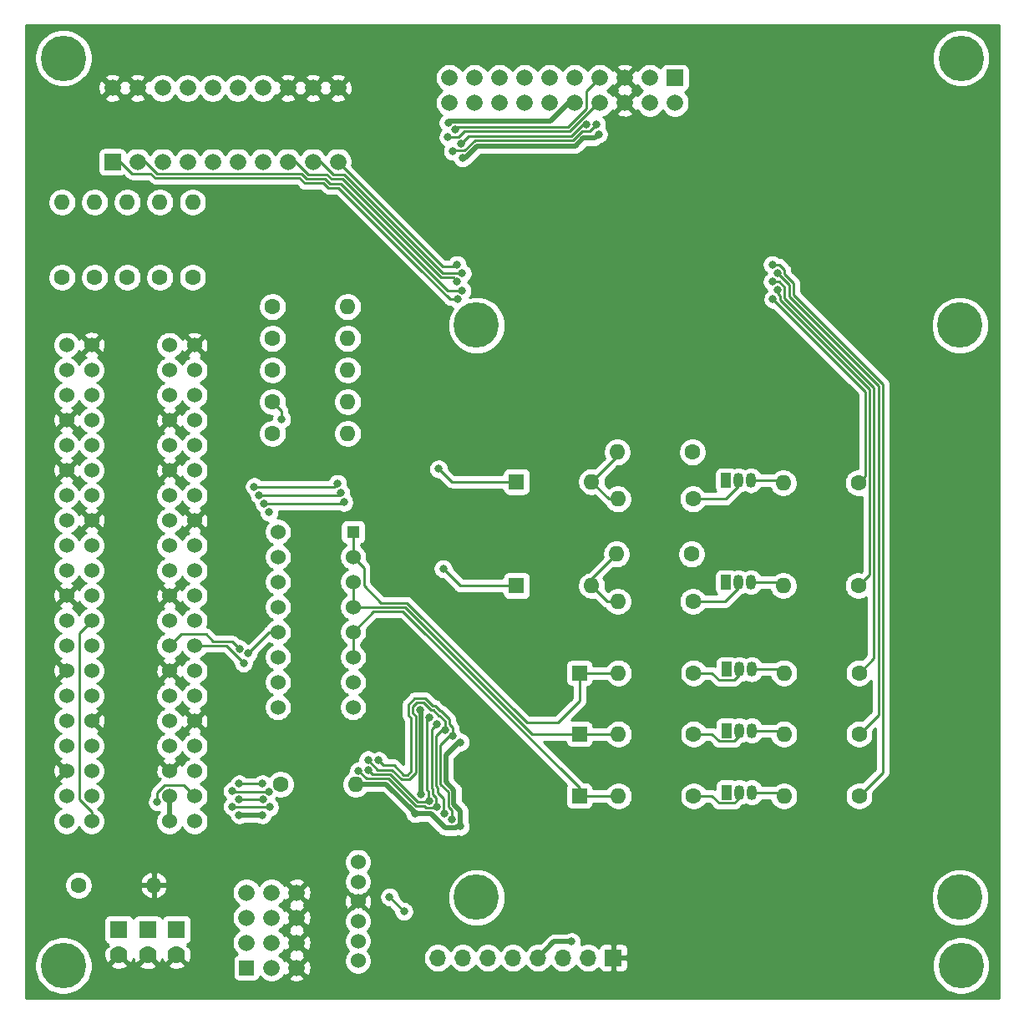
<source format=gbl>
G04 #@! TF.GenerationSoftware,KiCad,Pcbnew,(5.1.10-1-10_14)*
G04 #@! TF.CreationDate,2023-03-19T13:08:02-07:00*
G04 #@! TF.ProjectId,Control_Boards,436f6e74-726f-46c5-9f42-6f617264732e,rev?*
G04 #@! TF.SameCoordinates,Original*
G04 #@! TF.FileFunction,Copper,L2,Bot*
G04 #@! TF.FilePolarity,Positive*
%FSLAX46Y46*%
G04 Gerber Fmt 4.6, Leading zero omitted, Abs format (unit mm)*
G04 Created by KiCad (PCBNEW (5.1.10-1-10_14)) date 2023-03-19 13:08:02*
%MOMM*%
%LPD*%
G01*
G04 APERTURE LIST*
G04 #@! TA.AperFunction,ComponentPad*
%ADD10C,1.524000*%
G04 #@! TD*
G04 #@! TA.AperFunction,ComponentPad*
%ADD11C,1.670000*%
G04 #@! TD*
G04 #@! TA.AperFunction,ComponentPad*
%ADD12R,1.670000X1.670000*%
G04 #@! TD*
G04 #@! TA.AperFunction,WasherPad*
%ADD13C,4.600000*%
G04 #@! TD*
G04 #@! TA.AperFunction,ComponentPad*
%ADD14C,1.600000*%
G04 #@! TD*
G04 #@! TA.AperFunction,ComponentPad*
%ADD15O,1.600000X1.600000*%
G04 #@! TD*
G04 #@! TA.AperFunction,ComponentPad*
%ADD16O,1.050000X1.500000*%
G04 #@! TD*
G04 #@! TA.AperFunction,ComponentPad*
%ADD17R,1.050000X1.500000*%
G04 #@! TD*
G04 #@! TA.AperFunction,ComponentPad*
%ADD18C,1.778000*%
G04 #@! TD*
G04 #@! TA.AperFunction,ComponentPad*
%ADD19R,1.778000X1.778000*%
G04 #@! TD*
G04 #@! TA.AperFunction,ComponentPad*
%ADD20R,1.524000X1.524000*%
G04 #@! TD*
G04 #@! TA.AperFunction,ComponentPad*
%ADD21R,1.700000X1.700000*%
G04 #@! TD*
G04 #@! TA.AperFunction,ComponentPad*
%ADD22O,1.700000X1.700000*%
G04 #@! TD*
G04 #@! TA.AperFunction,ComponentPad*
%ADD23R,1.300000X1.300000*%
G04 #@! TD*
G04 #@! TA.AperFunction,ComponentPad*
%ADD24R,1.600000X1.600000*%
G04 #@! TD*
G04 #@! TA.AperFunction,ViaPad*
%ADD25C,0.800000*%
G04 #@! TD*
G04 #@! TA.AperFunction,Conductor*
%ADD26C,0.500000*%
G04 #@! TD*
G04 #@! TA.AperFunction,Conductor*
%ADD27C,0.250000*%
G04 #@! TD*
G04 #@! TA.AperFunction,Conductor*
%ADD28C,0.254000*%
G04 #@! TD*
G04 #@! TA.AperFunction,Conductor*
%ADD29C,0.100000*%
G04 #@! TD*
G04 APERTURE END LIST*
D10*
X114300000Y-122402600D03*
X111760000Y-122402600D03*
X114300000Y-119862600D03*
X111760000Y-119862600D03*
X114300000Y-117322600D03*
X111760000Y-117322600D03*
X114300000Y-114782600D03*
X111760000Y-114782600D03*
X114300000Y-112242600D03*
X111760000Y-112242600D03*
X114300000Y-109702600D03*
X111760000Y-109702600D03*
X114300000Y-107162600D03*
X111760000Y-107162600D03*
X114300000Y-104622600D03*
X111760000Y-104622600D03*
X114300000Y-102082600D03*
X111760000Y-102082600D03*
X114300000Y-99542600D03*
X111760000Y-99542600D03*
X114300000Y-97002600D03*
X111760000Y-97002600D03*
X114300000Y-94462600D03*
X111760000Y-94462600D03*
X114300000Y-91922600D03*
X111760000Y-91922600D03*
X114300000Y-89382600D03*
X111760000Y-89382600D03*
X114300000Y-86842600D03*
X111760000Y-86842600D03*
X114300000Y-84302600D03*
X111760000Y-84302600D03*
X114300000Y-81762600D03*
X111760000Y-81762600D03*
X114300000Y-79222600D03*
X111760000Y-79222600D03*
X114300000Y-76682600D03*
X111760000Y-76682600D03*
X114300000Y-74142600D03*
X111760000Y-74142600D03*
X103859000Y-122388300D03*
X101319000Y-122388300D03*
X103859000Y-119848300D03*
X101319000Y-119848300D03*
X103859000Y-117308300D03*
X101319000Y-117308300D03*
X103859000Y-114768300D03*
X101319000Y-114768300D03*
X103859000Y-112228300D03*
X101319000Y-112228300D03*
X103859000Y-109688300D03*
X101319000Y-109688300D03*
X103859000Y-107148300D03*
X101319000Y-107148300D03*
X103859000Y-104608300D03*
X101319000Y-104608300D03*
X103859000Y-102068300D03*
X101319000Y-102068300D03*
X103859000Y-99528300D03*
X101319000Y-99528300D03*
X103859000Y-96988300D03*
X101319000Y-96988300D03*
X103859000Y-94448300D03*
X101319000Y-94448300D03*
X103859000Y-91908300D03*
X101319000Y-91908300D03*
X103859000Y-89368300D03*
X101319000Y-89368300D03*
X103859000Y-86828300D03*
X101319000Y-86828300D03*
X103859000Y-84288300D03*
X101319000Y-84288300D03*
X103859000Y-81748300D03*
X101319000Y-81748300D03*
X103859000Y-79208300D03*
X101319000Y-79208300D03*
X103859000Y-76668300D03*
X101319000Y-76668300D03*
X103859000Y-74128300D03*
X101319000Y-74128300D03*
D11*
X105968800Y-48075200D03*
X108508800Y-48075200D03*
X111048800Y-48075200D03*
X113588800Y-48075200D03*
X116128800Y-48075200D03*
X118668800Y-48075200D03*
X121208800Y-48075200D03*
X123748800Y-48075200D03*
X126288800Y-48075200D03*
X128828800Y-48075200D03*
D12*
X105968800Y-55575200D03*
D11*
X108508800Y-55575200D03*
X111048800Y-55575200D03*
X113588800Y-55575200D03*
X116128800Y-55575200D03*
X118668800Y-55575200D03*
X121208800Y-55575200D03*
X123748800Y-55575200D03*
X126288800Y-55575200D03*
X128828800Y-55575200D03*
D13*
X101000600Y-137046400D03*
X192000600Y-137046400D03*
X192000600Y-45046400D03*
X101000600Y-45046400D03*
D14*
X164893083Y-119837200D03*
D15*
X157273083Y-119837200D03*
D14*
X164893083Y-113563400D03*
D15*
X157273083Y-113563400D03*
D14*
X164893083Y-107365800D03*
D15*
X157273083Y-107365800D03*
D14*
X122199400Y-70256400D03*
D15*
X129819400Y-70256400D03*
D14*
X122199400Y-73469500D03*
D15*
X129819400Y-73469500D03*
D14*
X122199400Y-76682600D03*
D15*
X129819400Y-76682600D03*
D14*
X122199400Y-79895700D03*
D15*
X129819400Y-79895700D03*
D14*
X122199400Y-83108800D03*
D15*
X129819400Y-83108800D03*
D14*
X100863400Y-67284600D03*
D15*
X100863400Y-59664600D03*
D14*
X181660800Y-119837200D03*
D15*
X174040800Y-119837200D03*
D14*
X181660800Y-113563400D03*
D15*
X174040800Y-113563400D03*
D14*
X123012200Y-118656100D03*
D15*
X130632200Y-118656100D03*
D16*
X169515883Y-119477200D03*
X170785883Y-119477200D03*
D17*
X168245883Y-119477200D03*
D16*
X169515883Y-113203400D03*
X170785883Y-113203400D03*
D17*
X168245883Y-113203400D03*
D16*
X169515883Y-107005800D03*
X170785883Y-107005800D03*
D17*
X168245883Y-107005800D03*
D18*
X106627600Y-135926500D03*
D19*
X106627600Y-133386500D03*
D18*
X109551599Y-135943901D03*
D19*
X109551599Y-133403901D03*
D18*
X112469600Y-135926500D03*
D19*
X112469600Y-133386500D03*
D12*
X163000600Y-47046400D03*
D11*
X163000600Y-49586400D03*
X160460600Y-47046400D03*
X160460600Y-49586400D03*
X157920600Y-47046400D03*
X157920600Y-49586400D03*
X155380600Y-47046400D03*
X155380600Y-49586400D03*
X152840600Y-47046400D03*
X152840600Y-49586400D03*
X150300600Y-47046400D03*
X150300600Y-49586400D03*
X147760600Y-47046400D03*
X147760600Y-49586400D03*
X145220600Y-47046400D03*
X145220600Y-49586400D03*
X142680600Y-47046400D03*
X142680600Y-49586400D03*
X140140600Y-47046400D03*
X140140600Y-49586400D03*
D10*
X130860800Y-126542800D03*
X130860800Y-128542800D03*
X130860800Y-130542800D03*
X130860800Y-132542800D03*
X130860800Y-134542800D03*
X130860800Y-136542800D03*
D11*
X122110500Y-137248900D03*
D20*
X119570500Y-137248900D03*
D11*
X124650500Y-137248900D03*
X119570500Y-134708900D03*
X122110500Y-134708900D03*
X124650500Y-134708900D03*
X119570500Y-132168900D03*
X122110500Y-132168900D03*
X124650500Y-132168900D03*
X119570500Y-129628900D03*
X122110500Y-129628900D03*
X124650500Y-129628900D03*
D20*
X153314400Y-119837200D03*
X153314400Y-113563400D03*
X153314400Y-107365800D03*
D21*
X156743400Y-136245600D03*
D22*
X154203400Y-136245600D03*
X151663400Y-136245600D03*
X149123400Y-136245600D03*
X146583400Y-136245600D03*
X144043400Y-136245600D03*
X141503400Y-136245600D03*
X138963400Y-136245600D03*
D10*
X122745500Y-110858300D03*
X130365500Y-110858300D03*
X122745500Y-108318300D03*
X130365500Y-108318300D03*
X122745500Y-105778300D03*
X130365500Y-105778300D03*
X122745500Y-103238300D03*
X130365500Y-103238300D03*
X122745500Y-100698300D03*
X130365500Y-100698300D03*
X122745500Y-98158300D03*
X130365500Y-98158300D03*
X122745500Y-95618300D03*
X130365500Y-95618300D03*
X122745500Y-93078300D03*
D23*
X130365500Y-93078300D03*
D14*
X104171750Y-67284600D03*
D15*
X104171750Y-59664600D03*
D14*
X107480100Y-67284600D03*
D15*
X107480100Y-59664600D03*
D14*
X110788450Y-67284600D03*
D15*
X110788450Y-59664600D03*
D14*
X114096800Y-67284600D03*
D15*
X114096800Y-59664600D03*
D14*
X181584600Y-98526600D03*
D15*
X173964600Y-98526600D03*
D14*
X181584600Y-88112600D03*
D15*
X173964600Y-88112600D03*
D13*
X191876800Y-130129400D03*
X142876800Y-130129400D03*
X142876800Y-72129400D03*
X191876800Y-72129400D03*
D24*
X146935283Y-87983099D03*
D15*
X154555283Y-87983099D03*
D24*
X146935283Y-98526600D03*
D15*
X154555283Y-98526600D03*
D16*
X169439683Y-87851699D03*
X170709683Y-87851699D03*
D17*
X168169683Y-87851699D03*
D16*
X169439683Y-98166600D03*
X170709683Y-98166600D03*
D17*
X168169683Y-98166600D03*
D14*
X164816883Y-89738200D03*
D15*
X157196883Y-89738200D03*
D14*
X164816883Y-100121484D03*
D15*
X157196883Y-100121484D03*
D14*
X181660800Y-107365800D03*
D15*
X174040800Y-107365800D03*
D14*
X164769800Y-84988400D03*
D15*
X157149800Y-84988400D03*
D14*
X164693600Y-95326200D03*
D15*
X157073600Y-95326200D03*
D14*
X102539800Y-128879600D03*
D15*
X110159800Y-128879600D03*
D25*
X141459394Y-55166919D03*
X155248073Y-52767241D03*
X141245083Y-114389407D03*
X141249400Y-122923300D03*
X136640106Y-121606999D03*
X121171800Y-121767600D03*
X118821780Y-121767600D03*
X155045264Y-51788021D03*
X140489350Y-54491697D03*
X139499730Y-96812100D03*
X140452374Y-113779805D03*
X140402872Y-122227700D03*
X132971820Y-116242440D03*
X121171800Y-118618000D03*
X118821780Y-118618000D03*
X139989964Y-53051201D03*
X138894939Y-112525062D03*
X138836053Y-120984914D03*
X130926979Y-117287483D03*
X121902654Y-120956111D03*
X118127339Y-120912352D03*
X110529107Y-120445654D03*
X140747555Y-52297700D03*
X138138817Y-111870629D03*
X138074024Y-120337368D03*
X134073900Y-130086100D03*
X135523901Y-131546600D03*
X131926178Y-117247408D03*
X121221694Y-120187508D03*
X118821780Y-120192800D03*
X154045659Y-51759859D03*
X141304575Y-53716918D03*
X139049720Y-86690200D03*
X139672067Y-113154407D03*
X139626912Y-121596916D03*
X131886651Y-116182576D03*
X121815743Y-119383076D03*
X118134668Y-119344554D03*
X119271790Y-106367044D03*
X120851397Y-89360507D03*
X129122142Y-89119726D03*
X121361200Y-90220800D03*
X129438400Y-90068400D03*
X140017500Y-51601200D03*
X137288817Y-119718132D03*
X137147300Y-111112300D03*
X152513400Y-134620000D03*
X140912704Y-65995306D03*
X172869773Y-65984669D03*
X141427200Y-66852800D03*
X173371365Y-66849776D03*
X140929967Y-67720419D03*
X172872400Y-67716400D03*
X141403381Y-68601261D03*
X173380400Y-68580000D03*
X140943637Y-69489314D03*
X172923200Y-69494400D03*
X120351465Y-88494440D03*
X128805949Y-88171029D03*
X118841056Y-104911004D03*
X121851462Y-91092377D03*
X123131804Y-81653604D03*
X119721800Y-105384600D03*
D26*
X144043400Y-53947750D02*
X142959931Y-53947750D01*
X152918468Y-53947750D02*
X151739600Y-53947750D01*
X142959931Y-53947750D02*
X141740762Y-55166919D01*
X151739600Y-53947750D02*
X150030576Y-53947750D01*
X141740762Y-55166919D02*
X141459394Y-55166919D01*
X153698978Y-53167240D02*
X152918468Y-53947750D01*
X155248073Y-52767241D02*
X154848074Y-53167240D01*
X154848074Y-53167240D02*
X153698978Y-53167240D01*
X150030576Y-53947750D02*
X144043400Y-53947750D01*
X141100774Y-114389407D02*
X139788867Y-115701314D01*
X141245083Y-114389407D02*
X141100774Y-114389407D01*
X139788867Y-115701314D02*
X139788867Y-117386100D01*
X139788867Y-118422764D02*
X140586073Y-119219970D01*
X139788867Y-117386100D02*
X139788867Y-118422764D01*
X141252873Y-122919827D02*
X141249400Y-122923300D01*
X141252873Y-121336689D02*
X141252873Y-122919827D01*
X140586073Y-120669889D02*
X141252873Y-121336689D01*
X140586073Y-119219970D02*
X140586073Y-120669889D01*
X140810873Y-123077701D02*
X139670838Y-123077701D01*
X140965274Y-122923300D02*
X140810873Y-123077701D01*
X141249400Y-122923300D02*
X140965274Y-122923300D01*
X139670838Y-123077701D02*
X138230516Y-121637379D01*
X136670486Y-121637379D02*
X136640106Y-121606999D01*
X138230516Y-121637379D02*
X136670486Y-121637379D01*
X136640106Y-121579702D02*
X133716504Y-118656100D01*
X133716504Y-118656100D02*
X130632200Y-118656100D01*
X136640106Y-121606999D02*
X136640106Y-121579702D01*
X121171800Y-121767600D02*
X118821780Y-121767600D01*
X111760000Y-122402600D02*
X111760000Y-119862600D01*
D27*
X154555283Y-97844517D02*
X154555283Y-98526600D01*
X157073600Y-95326200D02*
X154555283Y-97844517D01*
X156150167Y-100121484D02*
X157196883Y-100121484D01*
X154555283Y-98526600D02*
X156150167Y-100121484D01*
X157149800Y-85388582D02*
X157149800Y-84988400D01*
X154555283Y-87983099D02*
X157149800Y-85388582D01*
X156310384Y-89738200D02*
X157196883Y-89738200D01*
X154555283Y-87983099D02*
X156310384Y-89738200D01*
X130365500Y-103238300D02*
X130365500Y-105778300D01*
X132455490Y-101148310D02*
X130365500Y-103238300D01*
X135424200Y-101148310D02*
X132455490Y-101148310D01*
X153314400Y-119038510D02*
X135424200Y-101148310D01*
X153314400Y-119837200D02*
X153314400Y-119038510D01*
X153314400Y-119837200D02*
X157273083Y-119837200D01*
X153314400Y-113563400D02*
X157273083Y-113563400D01*
X130365500Y-98158300D02*
X130365500Y-100698300D01*
X130365500Y-100698300D02*
X135610600Y-100698300D01*
X148475700Y-113563400D02*
X153314400Y-113563400D01*
X135610600Y-100698300D02*
X148475700Y-113563400D01*
X153314400Y-107365800D02*
X157273083Y-107365800D01*
X130365500Y-93078300D02*
X130365500Y-95618300D01*
X133179391Y-100248291D02*
X131452501Y-98521401D01*
X135797001Y-100248291D02*
X133179391Y-100248291D01*
X131452501Y-98521401D02*
X131452501Y-96705301D01*
X147969110Y-112420400D02*
X135797001Y-100248291D01*
X151130000Y-112420400D02*
X147969110Y-112420400D01*
X131452501Y-96705301D02*
X130365500Y-95618300D01*
X153314400Y-110236000D02*
X151130000Y-112420400D01*
X153314400Y-107365800D02*
X153314400Y-110236000D01*
X169439683Y-98756602D02*
X169439683Y-98166600D01*
X168074801Y-100121484D02*
X169439683Y-98756602D01*
X164816883Y-100121484D02*
X168074801Y-100121484D01*
X169439683Y-88441701D02*
X169439683Y-87851699D01*
X168143184Y-89738200D02*
X169439683Y-88441701D01*
X164816883Y-89738200D02*
X168143184Y-89738200D01*
X141652576Y-54441919D02*
X140539128Y-54441919D01*
X153568172Y-52484860D02*
X152680292Y-53372740D01*
X142721755Y-53372740D02*
X141652576Y-54441919D01*
X152680292Y-53372740D02*
X142721755Y-53372740D01*
X154348425Y-52484860D02*
X153568172Y-52484860D01*
X140539128Y-54441919D02*
X140489350Y-54491697D01*
X155045264Y-51788021D02*
X154348425Y-52484860D01*
X141214230Y-98526600D02*
X146935283Y-98526600D01*
X139499730Y-96812100D02*
X141214230Y-98526600D01*
X140119671Y-113779805D02*
X139213857Y-114685619D01*
X140452374Y-113779805D02*
X140119671Y-113779805D01*
X139213857Y-114685619D02*
X139213857Y-117995700D01*
X140011063Y-119458146D02*
X140011063Y-120256300D01*
X139213857Y-118660940D02*
X140011063Y-119458146D01*
X139213857Y-117995700D02*
X139213857Y-118660940D01*
X140351913Y-121248915D02*
X140351913Y-122176741D01*
X140351913Y-122176741D02*
X140402872Y-122227700D01*
X140011063Y-120908065D02*
X140351913Y-121248915D01*
X140011063Y-120256300D02*
X140011063Y-120908065D01*
X140122077Y-112042788D02*
X139313079Y-111233790D01*
X140122077Y-112577209D02*
X140122077Y-112042788D01*
X140452374Y-112907506D02*
X140122077Y-112577209D01*
X139313079Y-111233790D02*
X139211390Y-111233790D01*
X140452374Y-113779805D02*
X140452374Y-112907506D01*
X138673218Y-110695618D02*
X138440030Y-110695618D01*
X139211390Y-111233790D02*
X138673218Y-110695618D01*
X136612898Y-109937290D02*
X135972289Y-110577899D01*
X137681701Y-109937289D02*
X136612898Y-109937290D01*
X138440030Y-110695618D02*
X137681701Y-109937289D01*
X135972290Y-111646702D02*
X136263797Y-111938209D01*
X135972289Y-110577899D02*
X135972290Y-111646702D01*
X136263797Y-111938209D02*
X136263797Y-115087400D01*
X136263797Y-115087400D02*
X136263797Y-115485200D01*
X136263797Y-115485200D02*
X136263797Y-117328393D01*
X135888590Y-117703600D02*
X135486420Y-117703600D01*
X136263797Y-117328393D02*
X135888590Y-117703600D01*
X135486420Y-117703600D02*
X134513880Y-116731060D01*
X134513880Y-116731060D02*
X133731000Y-116731060D01*
X133460440Y-116731060D02*
X132971820Y-116242440D01*
X133731000Y-116731060D02*
X133460440Y-116731060D01*
X121171800Y-118618000D02*
X118821780Y-118618000D01*
X155193812Y-49586400D02*
X152307492Y-52472720D01*
X155380600Y-49586400D02*
X155193812Y-49586400D01*
X152307492Y-52472720D02*
X150765678Y-52472720D01*
X140018464Y-53022701D02*
X139989964Y-53051201D01*
X141095556Y-53022701D02*
X140018464Y-53022701D01*
X141645537Y-52472720D02*
X141095556Y-53022701D01*
X150765678Y-52472720D02*
X141645537Y-52472720D01*
X138313837Y-113106164D02*
X138313837Y-119033740D01*
X138894939Y-112525062D02*
X138313837Y-113106164D01*
X138313837Y-119033740D02*
X138463828Y-119183731D01*
X138799025Y-120947886D02*
X138836053Y-120984914D01*
X138799025Y-119989367D02*
X138799025Y-120947886D01*
X138463828Y-119654170D02*
X138799025Y-119989367D01*
X138463828Y-119183731D02*
X138463828Y-119654170D01*
X137750169Y-121062369D02*
X137580943Y-120893143D01*
X138422025Y-121062369D02*
X137750169Y-121062369D01*
X138499480Y-120984914D02*
X138422025Y-121062369D01*
X138836053Y-120984914D02*
X138499480Y-120984914D01*
X137580943Y-120893143D02*
X136766732Y-120893142D01*
X136766732Y-120893142D02*
X135914695Y-120041105D01*
X135914695Y-120041105D02*
X133954680Y-118081090D01*
X133954680Y-118081090D02*
X132740400Y-118081090D01*
X130928585Y-117287483D02*
X130926979Y-117287483D01*
X131722192Y-118081090D02*
X130928585Y-117287483D01*
X132740400Y-118081090D02*
X131722192Y-118081090D01*
X118171098Y-120956111D02*
X118127339Y-120912352D01*
X121902654Y-120956111D02*
X118171098Y-120956111D01*
X111238239Y-118775599D02*
X113212999Y-118775599D01*
X113212999Y-118775599D02*
X114300000Y-119862600D01*
X110529107Y-119484731D02*
X111238239Y-118775599D01*
X110529107Y-120445654D02*
X110529107Y-119484731D01*
X154000601Y-50143201D02*
X152121092Y-52022710D01*
X154000601Y-48426399D02*
X154000601Y-50143201D01*
X155380600Y-47046400D02*
X154000601Y-48426399D01*
X152121092Y-52022710D02*
X150579278Y-52022710D01*
X141022545Y-52022710D02*
X140747555Y-52297700D01*
X150579278Y-52022710D02*
X141022545Y-52022710D01*
X138138817Y-111870629D02*
X137863827Y-112145619D01*
X137863827Y-112145619D02*
X137863827Y-119220140D01*
X138013818Y-120277162D02*
X138074024Y-120337368D01*
X138013818Y-119370131D02*
X138013818Y-120277162D01*
X137863827Y-119220140D02*
X138013818Y-119370131D01*
X134073900Y-130096599D02*
X135523901Y-131546600D01*
X134073900Y-130086100D02*
X134073900Y-130096599D01*
X137636818Y-120443133D02*
X136953133Y-120443133D01*
X137742583Y-120337368D02*
X137636818Y-120443133D01*
X138074024Y-120337368D02*
X137742583Y-120337368D01*
X136953133Y-120443133D02*
X136271000Y-119761000D01*
X136271000Y-119761000D02*
X134141080Y-117631080D01*
X134141080Y-117631080D02*
X132969000Y-117631080D01*
X132309850Y-117631080D02*
X131926178Y-117247408D01*
X132969000Y-117631080D02*
X132309850Y-117631080D01*
X118827072Y-120187508D02*
X118821780Y-120192800D01*
X121221694Y-120187508D02*
X118827072Y-120187508D01*
X153951418Y-51854100D02*
X153562522Y-51854100D01*
X154045659Y-51759859D02*
X153951418Y-51854100D01*
X152493892Y-52922730D02*
X150952078Y-52922730D01*
X153562522Y-51854100D02*
X152493892Y-52922730D01*
X150952078Y-52922730D02*
X149606000Y-52922730D01*
X149606000Y-52922730D02*
X142290800Y-52922730D01*
X142098763Y-52922730D02*
X141304575Y-53716918D01*
X142290800Y-52922730D02*
X142098763Y-52922730D01*
X140342619Y-87983099D02*
X146935283Y-87983099D01*
X139049720Y-86690200D02*
X140342619Y-87983099D01*
X139338596Y-113154407D02*
X138763847Y-113729156D01*
X139672067Y-113154407D02*
X139338596Y-113154407D01*
X138763847Y-113729156D02*
X138763847Y-118503700D01*
X138763847Y-118503700D02*
X138763847Y-118847340D01*
X138913838Y-118997331D02*
X138913838Y-119467770D01*
X138763847Y-118847340D02*
X138913838Y-118997331D01*
X139561054Y-121531058D02*
X139626912Y-121596916D01*
X139561054Y-120114986D02*
X139561054Y-121531058D01*
X138913838Y-119467770D02*
X139561054Y-120114986D01*
X139024990Y-111683800D02*
X138486818Y-111145628D01*
X139126679Y-111683800D02*
X139024990Y-111683800D01*
X139672067Y-112229188D02*
X139126679Y-111683800D01*
X139672067Y-113154407D02*
X139672067Y-112229188D01*
X137495301Y-110387299D02*
X136799299Y-110387299D01*
X138253630Y-111145628D02*
X137495301Y-110387299D01*
X138486818Y-111145628D02*
X138253630Y-111145628D01*
X136422299Y-111460301D02*
X136713807Y-111751809D01*
X136422299Y-110764299D02*
X136422299Y-111460301D01*
X136799299Y-110387299D02*
X136422299Y-110764299D01*
X136713807Y-111751809D02*
X136713807Y-115671600D01*
X136713807Y-115671600D02*
X136713807Y-117514793D01*
X136067800Y-118160800D02*
X135307210Y-118160800D01*
X136713807Y-117514793D02*
X136067800Y-118160800D01*
X135307210Y-118160800D02*
X134327480Y-117181070D01*
X134327480Y-117181070D02*
X133350000Y-117181070D01*
X132885145Y-117181070D02*
X131886651Y-116182576D01*
X133350000Y-117181070D02*
X132885145Y-117181070D01*
X118173190Y-119383076D02*
X118134668Y-119344554D01*
X121815743Y-119383076D02*
X118173190Y-119383076D01*
X117527346Y-104622600D02*
X114300000Y-104622600D01*
X119271790Y-106367044D02*
X117527346Y-104622600D01*
X128881361Y-89360507D02*
X129122142Y-89119726D01*
X120851397Y-89360507D02*
X128881361Y-89360507D01*
X129286000Y-90220800D02*
X129438400Y-90068400D01*
X121361200Y-90220800D02*
X129286000Y-90220800D01*
D26*
X152202402Y-49586400D02*
X150341102Y-51447700D01*
X152840600Y-49586400D02*
X152202402Y-49586400D01*
X140171000Y-51447700D02*
X140017500Y-51601200D01*
X150341102Y-51447700D02*
X140171000Y-51447700D01*
D27*
X149110700Y-136232900D02*
X149123400Y-136245600D01*
D26*
X137299700Y-119707249D02*
X137288817Y-119718132D01*
X137288817Y-111253817D02*
X137147300Y-111112300D01*
X137288817Y-119718132D02*
X137288817Y-111253817D01*
X150749000Y-134620000D02*
X149123400Y-136245600D01*
X152513400Y-134620000D02*
X150749000Y-134620000D01*
D27*
X128828800Y-55575200D02*
X139420600Y-66167000D01*
X140741010Y-66167000D02*
X140912704Y-65995306D01*
X139420600Y-66167000D02*
X140741010Y-66167000D01*
X184059631Y-117438369D02*
X181660800Y-119837200D01*
X184059631Y-78085191D02*
X184059631Y-117438369D01*
X175017020Y-69042580D02*
X184059631Y-78085191D01*
X174117000Y-66959001D02*
X175017020Y-67859021D01*
X174117000Y-66522409D02*
X174117000Y-66959001D01*
X173579260Y-65984669D02*
X174117000Y-66522409D01*
X175017020Y-67859021D02*
X175017020Y-69042580D01*
X172869773Y-65984669D02*
X173579260Y-65984669D01*
X127111998Y-55575200D02*
X128381998Y-56845200D01*
X128381998Y-56845200D02*
X129462390Y-56845200D01*
X126288800Y-55575200D02*
X127111998Y-55575200D01*
X129462390Y-56845200D02*
X132790495Y-60173305D01*
X132790495Y-60173305D02*
X138645195Y-66028005D01*
X138645195Y-66028005D02*
X139474757Y-66857567D01*
X141422433Y-66857567D02*
X141427200Y-66852800D01*
X139474757Y-66857567D02*
X141422433Y-66857567D01*
X183609621Y-111614579D02*
X181660800Y-113563400D01*
X183609621Y-78271591D02*
X183609621Y-111614579D01*
X174567010Y-69228980D02*
X183609621Y-78271591D01*
X174567010Y-68045421D02*
X174567010Y-69228980D01*
X173371365Y-66849776D02*
X174567010Y-68045421D01*
X124571998Y-55575200D02*
X125816598Y-56819800D01*
X125816598Y-56819800D02*
X127720188Y-56819800D01*
X123748800Y-55575200D02*
X124571998Y-55575200D01*
X127720188Y-56819800D02*
X128195598Y-57295210D01*
X128195598Y-57295210D02*
X129275990Y-57295210D01*
X129275990Y-57295210D02*
X132340486Y-60359706D01*
X132340486Y-60359706D02*
X137907890Y-65927110D01*
X137907890Y-65927110D02*
X139288357Y-67307577D01*
X140517125Y-67307577D02*
X140929967Y-67720419D01*
X139288357Y-67307577D02*
X140517125Y-67307577D01*
X183159611Y-105866989D02*
X181660800Y-107365800D01*
X183159611Y-78457991D02*
X183159611Y-105866989D01*
X174117000Y-69415380D02*
X183159611Y-78457991D01*
X174117000Y-68243598D02*
X174117000Y-69415380D01*
X173589802Y-67716400D02*
X174117000Y-68243598D01*
X172872400Y-67716400D02*
X173589802Y-67716400D01*
X109331998Y-55575200D02*
X110500398Y-56743600D01*
X108508800Y-55575200D02*
X109331998Y-55575200D01*
X110500398Y-56743600D02*
X125103988Y-56743600D01*
X125103988Y-56743600D02*
X125630198Y-57269810D01*
X127533788Y-57269810D02*
X128009198Y-57745220D01*
X125630198Y-57269810D02*
X127533788Y-57269810D01*
X128009198Y-57745220D02*
X129089590Y-57745220D01*
X129089590Y-57745220D02*
X131890477Y-60546107D01*
X131890477Y-60546107D02*
X137018185Y-65673815D01*
X137018185Y-65673815D02*
X137457881Y-66113511D01*
X139945631Y-68601261D02*
X141403381Y-68601261D01*
X137457881Y-66113511D02*
X139945631Y-68601261D01*
X182709601Y-97401599D02*
X181584600Y-98526600D01*
X173380400Y-68878598D02*
X173648201Y-69146399D01*
X182709601Y-78644391D02*
X182709601Y-97401599D01*
X173648201Y-69582991D02*
X182709601Y-78644391D01*
X173648201Y-69146399D02*
X173648201Y-69582991D01*
X173380400Y-68580000D02*
X173380400Y-68878598D01*
X107951999Y-56735201D02*
X109855589Y-56735201D01*
X106791998Y-55575200D02*
X107951999Y-56735201D01*
X105968800Y-55575200D02*
X106791998Y-55575200D01*
X109855589Y-56735201D02*
X110313998Y-57193610D01*
X110313998Y-57193610D02*
X119075200Y-57193610D01*
X119075200Y-57193610D02*
X124917588Y-57193610D01*
X124917588Y-57193610D02*
X125443798Y-57719820D01*
X127347388Y-57719820D02*
X127822798Y-58195230D01*
X125443798Y-57719820D02*
X127347388Y-57719820D01*
X127822798Y-58195230D02*
X128903190Y-58195230D01*
X128903190Y-58195230D02*
X131440468Y-60732508D01*
X131440468Y-60732508D02*
X136077680Y-65369720D01*
X136077680Y-65369720D02*
X137007872Y-66299912D01*
X140197274Y-69489314D02*
X140943637Y-69489314D01*
X137007872Y-66299912D02*
X140197274Y-69489314D01*
X182259591Y-87437609D02*
X181584600Y-88112600D01*
X182259591Y-78830791D02*
X182259591Y-87437609D01*
X172923200Y-69494400D02*
X182259591Y-78830791D01*
X128482538Y-88494440D02*
X128805949Y-88171029D01*
X120351465Y-88494440D02*
X128482538Y-88494440D01*
X173703699Y-87851699D02*
X173964600Y-88112600D01*
X170709683Y-87851699D02*
X173703699Y-87851699D01*
X173604600Y-98166600D02*
X173964600Y-98526600D01*
X170709683Y-98166600D02*
X173604600Y-98166600D01*
X103859000Y-121457062D02*
X102616000Y-120214062D01*
X103859000Y-122388300D02*
X103859000Y-121457062D01*
X102616000Y-103311300D02*
X103859000Y-102068300D01*
X102616000Y-120214062D02*
X102616000Y-103311300D01*
X111760000Y-104622600D02*
X112928400Y-103454200D01*
X115468400Y-103454200D02*
X116186790Y-104172590D01*
X112928400Y-103454200D02*
X115468400Y-103454200D01*
X118102642Y-104172590D02*
X118841056Y-104911004D01*
X116186790Y-104172590D02*
X118102642Y-104172590D01*
X123131804Y-80828104D02*
X122199400Y-79895700D01*
X123131804Y-81653604D02*
X123131804Y-80828104D01*
X121868100Y-103238300D02*
X122745500Y-103238300D01*
X119721800Y-105384600D02*
X121868100Y-103238300D01*
X173680800Y-107005800D02*
X174040800Y-107365800D01*
X170785883Y-107005800D02*
X173680800Y-107005800D01*
X166745881Y-107365800D02*
X167460882Y-108080801D01*
X164893083Y-107365800D02*
X166745881Y-107365800D01*
X169515883Y-107595802D02*
X169515883Y-107005800D01*
X169030884Y-108080801D02*
X169515883Y-107595802D01*
X167460882Y-108080801D02*
X169030884Y-108080801D01*
X173680800Y-113203400D02*
X174040800Y-113563400D01*
X170785883Y-113203400D02*
X173680800Y-113203400D01*
X169515883Y-113793402D02*
X169515883Y-113203400D01*
X169030884Y-114278401D02*
X169515883Y-113793402D01*
X167460882Y-114278401D02*
X169030884Y-114278401D01*
X167395882Y-114213401D02*
X167460882Y-114278401D01*
X167395882Y-114198400D02*
X167395882Y-114213401D01*
X167380881Y-114198400D02*
X167395882Y-114198400D01*
X166745881Y-113563400D02*
X167380881Y-114198400D01*
X164893083Y-113563400D02*
X166745881Y-113563400D01*
X173680800Y-119477200D02*
X174040800Y-119837200D01*
X170785883Y-119477200D02*
X173680800Y-119477200D01*
X169515883Y-120067202D02*
X169515883Y-119477200D01*
X169030884Y-120552201D02*
X169515883Y-120067202D01*
X167460882Y-120552201D02*
X169030884Y-120552201D01*
X167395882Y-120472200D02*
X167395882Y-120487201D01*
X167380881Y-120472200D02*
X167395882Y-120472200D01*
X166745881Y-119837200D02*
X167380881Y-120472200D01*
X167395882Y-120487201D02*
X167460882Y-120552201D01*
X164893083Y-119837200D02*
X166745881Y-119837200D01*
D28*
X195809600Y-140361400D02*
X97179600Y-140361400D01*
X97179600Y-136757328D01*
X98065600Y-136757328D01*
X98065600Y-137335472D01*
X98178391Y-137902508D01*
X98399637Y-138436644D01*
X98720837Y-138917353D01*
X99129647Y-139326163D01*
X99610356Y-139647363D01*
X100144492Y-139868609D01*
X100711528Y-139981400D01*
X101289672Y-139981400D01*
X101856708Y-139868609D01*
X102390844Y-139647363D01*
X102871553Y-139326163D01*
X103280363Y-138917353D01*
X103601563Y-138436644D01*
X103822809Y-137902508D01*
X103935600Y-137335472D01*
X103935600Y-136982731D01*
X105750974Y-136982731D01*
X105833327Y-137235789D01*
X106104018Y-137365586D01*
X106394830Y-137440080D01*
X106694588Y-137456408D01*
X106991771Y-137413943D01*
X107274959Y-137314316D01*
X107421873Y-137235789D01*
X107498563Y-137000132D01*
X108674973Y-137000132D01*
X108757326Y-137253190D01*
X109028017Y-137382987D01*
X109318829Y-137457481D01*
X109618587Y-137473809D01*
X109915770Y-137431344D01*
X110198958Y-137331717D01*
X110345872Y-137253190D01*
X110428225Y-137000132D01*
X110410824Y-136982731D01*
X111592974Y-136982731D01*
X111675327Y-137235789D01*
X111946018Y-137365586D01*
X112236830Y-137440080D01*
X112536588Y-137456408D01*
X112833771Y-137413943D01*
X113116959Y-137314316D01*
X113263873Y-137235789D01*
X113346226Y-136982731D01*
X112469600Y-136106105D01*
X111592974Y-136982731D01*
X110410824Y-136982731D01*
X109551599Y-136123506D01*
X108674973Y-137000132D01*
X107498563Y-137000132D01*
X107504226Y-136982731D01*
X106627600Y-136106105D01*
X105750974Y-136982731D01*
X103935600Y-136982731D01*
X103935600Y-136757328D01*
X103822809Y-136190292D01*
X103741291Y-135993488D01*
X105097692Y-135993488D01*
X105140157Y-136290671D01*
X105239784Y-136573859D01*
X105318311Y-136720773D01*
X105571369Y-136803126D01*
X106447995Y-135926500D01*
X106433853Y-135912358D01*
X106613458Y-135732753D01*
X106627600Y-135746895D01*
X106641743Y-135732753D01*
X106821348Y-135912358D01*
X106807205Y-135926500D01*
X107683831Y-136803126D01*
X107936889Y-136720773D01*
X108066686Y-136450082D01*
X108086670Y-136372068D01*
X108163783Y-136591260D01*
X108242310Y-136738174D01*
X108495368Y-136820527D01*
X109371994Y-135943901D01*
X109357852Y-135929759D01*
X109537457Y-135750154D01*
X109551599Y-135764296D01*
X109565742Y-135750154D01*
X109745347Y-135929759D01*
X109731204Y-135943901D01*
X110607830Y-136820527D01*
X110860888Y-136738174D01*
X110990685Y-136467483D01*
X111013301Y-136379196D01*
X111081784Y-136573859D01*
X111160311Y-136720773D01*
X111413369Y-136803126D01*
X112289995Y-135926500D01*
X112275853Y-135912358D01*
X112455458Y-135732753D01*
X112469600Y-135746895D01*
X112483743Y-135732753D01*
X112663348Y-135912358D01*
X112649205Y-135926500D01*
X113525831Y-136803126D01*
X113778889Y-136720773D01*
X113908686Y-136450082D01*
X113983180Y-136159270D01*
X113999508Y-135859512D01*
X113957043Y-135562329D01*
X113857416Y-135279141D01*
X113778889Y-135132227D01*
X113525833Y-135049875D01*
X113641814Y-134933894D01*
X113579871Y-134871951D01*
X113602780Y-134865002D01*
X113713094Y-134806037D01*
X113809785Y-134726685D01*
X113889137Y-134629994D01*
X113948102Y-134519680D01*
X113984412Y-134399982D01*
X113996672Y-134275500D01*
X113996672Y-132497500D01*
X113984412Y-132373018D01*
X113948102Y-132253320D01*
X113889137Y-132143006D01*
X113809785Y-132046315D01*
X113713094Y-131966963D01*
X113602780Y-131907998D01*
X113483082Y-131871688D01*
X113358600Y-131859428D01*
X111580600Y-131859428D01*
X111456118Y-131871688D01*
X111336420Y-131907998D01*
X111226106Y-131966963D01*
X111129415Y-132046315D01*
X111050063Y-132143006D01*
X111005949Y-132225536D01*
X110971136Y-132160407D01*
X110891784Y-132063716D01*
X110795093Y-131984364D01*
X110684779Y-131925399D01*
X110565081Y-131889089D01*
X110440599Y-131876829D01*
X108662599Y-131876829D01*
X108538117Y-131889089D01*
X108418419Y-131925399D01*
X108308105Y-131984364D01*
X108211414Y-132063716D01*
X108132062Y-132160407D01*
X108094250Y-132231147D01*
X108047137Y-132143006D01*
X107967785Y-132046315D01*
X107871094Y-131966963D01*
X107760780Y-131907998D01*
X107641082Y-131871688D01*
X107516600Y-131859428D01*
X105738600Y-131859428D01*
X105614118Y-131871688D01*
X105494420Y-131907998D01*
X105384106Y-131966963D01*
X105287415Y-132046315D01*
X105208063Y-132143006D01*
X105149098Y-132253320D01*
X105112788Y-132373018D01*
X105100528Y-132497500D01*
X105100528Y-134275500D01*
X105112788Y-134399982D01*
X105149098Y-134519680D01*
X105208063Y-134629994D01*
X105287415Y-134726685D01*
X105384106Y-134806037D01*
X105494420Y-134865002D01*
X105517329Y-134871951D01*
X105455386Y-134933894D01*
X105571367Y-135049875D01*
X105318311Y-135132227D01*
X105188514Y-135402918D01*
X105114020Y-135693730D01*
X105097692Y-135993488D01*
X103741291Y-135993488D01*
X103601563Y-135656156D01*
X103280363Y-135175447D01*
X102871553Y-134766637D01*
X102390844Y-134445437D01*
X101856708Y-134224191D01*
X101289672Y-134111400D01*
X100711528Y-134111400D01*
X100144492Y-134224191D01*
X99610356Y-134445437D01*
X99129647Y-134766637D01*
X98720837Y-135175447D01*
X98399637Y-135656156D01*
X98178391Y-136190292D01*
X98065600Y-136757328D01*
X97179600Y-136757328D01*
X97179600Y-128738265D01*
X101104800Y-128738265D01*
X101104800Y-129020935D01*
X101159947Y-129298174D01*
X101268120Y-129559327D01*
X101425163Y-129794359D01*
X101625041Y-129994237D01*
X101860073Y-130151280D01*
X102121226Y-130259453D01*
X102398465Y-130314600D01*
X102681135Y-130314600D01*
X102958374Y-130259453D01*
X103219527Y-130151280D01*
X103454559Y-129994237D01*
X103654437Y-129794359D01*
X103811480Y-129559327D01*
X103919653Y-129298174D01*
X103933484Y-129228639D01*
X108767896Y-129228639D01*
X108808554Y-129362687D01*
X108928763Y-129617020D01*
X109096281Y-129843014D01*
X109304669Y-130031985D01*
X109545919Y-130176670D01*
X109810760Y-130271509D01*
X110032800Y-130150224D01*
X110032800Y-129006600D01*
X110286800Y-129006600D01*
X110286800Y-130150224D01*
X110508840Y-130271509D01*
X110773681Y-130176670D01*
X111014931Y-130031985D01*
X111223319Y-129843014D01*
X111390837Y-129617020D01*
X111453652Y-129484118D01*
X118100500Y-129484118D01*
X118100500Y-129773682D01*
X118156991Y-130057683D01*
X118267803Y-130325206D01*
X118428676Y-130565971D01*
X118633429Y-130770724D01*
X118825259Y-130898900D01*
X118633429Y-131027076D01*
X118428676Y-131231829D01*
X118267803Y-131472594D01*
X118156991Y-131740117D01*
X118100500Y-132024118D01*
X118100500Y-132313682D01*
X118156991Y-132597683D01*
X118267803Y-132865206D01*
X118428676Y-133105971D01*
X118633429Y-133310724D01*
X118825259Y-133438900D01*
X118633429Y-133567076D01*
X118428676Y-133771829D01*
X118267803Y-134012594D01*
X118156991Y-134280117D01*
X118100500Y-134564118D01*
X118100500Y-134853682D01*
X118156991Y-135137683D01*
X118267803Y-135405206D01*
X118428676Y-135645971D01*
X118633429Y-135850724D01*
X118659893Y-135868406D01*
X118564320Y-135897398D01*
X118454006Y-135956363D01*
X118357315Y-136035715D01*
X118277963Y-136132406D01*
X118218998Y-136242720D01*
X118182688Y-136362418D01*
X118170428Y-136486900D01*
X118170428Y-138010900D01*
X118182688Y-138135382D01*
X118218998Y-138255080D01*
X118277963Y-138365394D01*
X118357315Y-138462085D01*
X118454006Y-138541437D01*
X118564320Y-138600402D01*
X118684018Y-138636712D01*
X118808500Y-138648972D01*
X120332500Y-138648972D01*
X120456982Y-138636712D01*
X120576680Y-138600402D01*
X120686994Y-138541437D01*
X120783685Y-138462085D01*
X120863037Y-138365394D01*
X120922002Y-138255080D01*
X120950994Y-138159507D01*
X120968676Y-138185971D01*
X121173429Y-138390724D01*
X121414194Y-138551597D01*
X121681717Y-138662409D01*
X121965718Y-138718900D01*
X122255282Y-138718900D01*
X122539283Y-138662409D01*
X122806806Y-138551597D01*
X123047571Y-138390724D01*
X123171704Y-138266591D01*
X123812414Y-138266591D01*
X123888235Y-138514133D01*
X124149717Y-138638532D01*
X124430443Y-138709528D01*
X124719626Y-138724394D01*
X125006152Y-138682556D01*
X125279010Y-138585625D01*
X125412765Y-138514133D01*
X125488586Y-138266591D01*
X124650500Y-137428505D01*
X123812414Y-138266591D01*
X123171704Y-138266591D01*
X123252324Y-138185971D01*
X123378093Y-137997743D01*
X123385267Y-138011165D01*
X123632809Y-138086986D01*
X124470895Y-137248900D01*
X124830105Y-137248900D01*
X125668191Y-138086986D01*
X125915733Y-138011165D01*
X126040132Y-137749683D01*
X126111128Y-137468957D01*
X126125994Y-137179774D01*
X126084156Y-136893248D01*
X125987225Y-136620390D01*
X125915733Y-136486635D01*
X125668191Y-136410814D01*
X124830105Y-137248900D01*
X124470895Y-137248900D01*
X123632809Y-136410814D01*
X123385267Y-136486635D01*
X123378554Y-136500746D01*
X123252324Y-136311829D01*
X123047571Y-136107076D01*
X122855741Y-135978900D01*
X123047571Y-135850724D01*
X123171704Y-135726591D01*
X123812414Y-135726591D01*
X123888235Y-135974133D01*
X123897672Y-135978623D01*
X123888235Y-135983667D01*
X123812414Y-136231209D01*
X124650500Y-137069295D01*
X125488586Y-136231209D01*
X125412765Y-135983667D01*
X125403328Y-135979177D01*
X125412765Y-135974133D01*
X125488586Y-135726591D01*
X124650500Y-134888505D01*
X123812414Y-135726591D01*
X123171704Y-135726591D01*
X123252324Y-135645971D01*
X123378093Y-135457743D01*
X123385267Y-135471165D01*
X123632809Y-135546986D01*
X124470895Y-134708900D01*
X124830105Y-134708900D01*
X125668191Y-135546986D01*
X125915733Y-135471165D01*
X126040132Y-135209683D01*
X126111128Y-134928957D01*
X126125994Y-134639774D01*
X126084156Y-134353248D01*
X125987225Y-134080390D01*
X125915733Y-133946635D01*
X125668191Y-133870814D01*
X124830105Y-134708900D01*
X124470895Y-134708900D01*
X123632809Y-133870814D01*
X123385267Y-133946635D01*
X123378554Y-133960746D01*
X123252324Y-133771829D01*
X123047571Y-133567076D01*
X122855741Y-133438900D01*
X123047571Y-133310724D01*
X123171704Y-133186591D01*
X123812414Y-133186591D01*
X123888235Y-133434133D01*
X123897672Y-133438623D01*
X123888235Y-133443667D01*
X123812414Y-133691209D01*
X124650500Y-134529295D01*
X125488586Y-133691209D01*
X125412765Y-133443667D01*
X125403328Y-133439177D01*
X125412765Y-133434133D01*
X125488586Y-133186591D01*
X124650500Y-132348505D01*
X123812414Y-133186591D01*
X123171704Y-133186591D01*
X123252324Y-133105971D01*
X123378093Y-132917743D01*
X123385267Y-132931165D01*
X123632809Y-133006986D01*
X124470895Y-132168900D01*
X124830105Y-132168900D01*
X125668191Y-133006986D01*
X125915733Y-132931165D01*
X126040132Y-132669683D01*
X126107018Y-132405208D01*
X129463800Y-132405208D01*
X129463800Y-132680392D01*
X129517486Y-132950290D01*
X129622795Y-133204527D01*
X129775680Y-133433335D01*
X129885145Y-133542800D01*
X129775680Y-133652265D01*
X129622795Y-133881073D01*
X129517486Y-134135310D01*
X129463800Y-134405208D01*
X129463800Y-134680392D01*
X129517486Y-134950290D01*
X129622795Y-135204527D01*
X129775680Y-135433335D01*
X129885145Y-135542800D01*
X129775680Y-135652265D01*
X129622795Y-135881073D01*
X129517486Y-136135310D01*
X129463800Y-136405208D01*
X129463800Y-136680392D01*
X129517486Y-136950290D01*
X129622795Y-137204527D01*
X129775680Y-137433335D01*
X129970265Y-137627920D01*
X130199073Y-137780805D01*
X130453310Y-137886114D01*
X130723208Y-137939800D01*
X130998392Y-137939800D01*
X131268290Y-137886114D01*
X131522527Y-137780805D01*
X131751335Y-137627920D01*
X131945920Y-137433335D01*
X132098805Y-137204527D01*
X132204114Y-136950290D01*
X132257800Y-136680392D01*
X132257800Y-136405208D01*
X132204114Y-136135310D01*
X132189215Y-136099340D01*
X137478400Y-136099340D01*
X137478400Y-136391860D01*
X137535468Y-136678758D01*
X137647410Y-136949011D01*
X137809925Y-137192232D01*
X138016768Y-137399075D01*
X138259989Y-137561590D01*
X138530242Y-137673532D01*
X138817140Y-137730600D01*
X139109660Y-137730600D01*
X139396558Y-137673532D01*
X139666811Y-137561590D01*
X139910032Y-137399075D01*
X140116875Y-137192232D01*
X140233400Y-137017840D01*
X140349925Y-137192232D01*
X140556768Y-137399075D01*
X140799989Y-137561590D01*
X141070242Y-137673532D01*
X141357140Y-137730600D01*
X141649660Y-137730600D01*
X141936558Y-137673532D01*
X142206811Y-137561590D01*
X142450032Y-137399075D01*
X142656875Y-137192232D01*
X142773400Y-137017840D01*
X142889925Y-137192232D01*
X143096768Y-137399075D01*
X143339989Y-137561590D01*
X143610242Y-137673532D01*
X143897140Y-137730600D01*
X144189660Y-137730600D01*
X144476558Y-137673532D01*
X144746811Y-137561590D01*
X144990032Y-137399075D01*
X145196875Y-137192232D01*
X145313400Y-137017840D01*
X145429925Y-137192232D01*
X145636768Y-137399075D01*
X145879989Y-137561590D01*
X146150242Y-137673532D01*
X146437140Y-137730600D01*
X146729660Y-137730600D01*
X147016558Y-137673532D01*
X147286811Y-137561590D01*
X147530032Y-137399075D01*
X147736875Y-137192232D01*
X147853400Y-137017840D01*
X147969925Y-137192232D01*
X148176768Y-137399075D01*
X148419989Y-137561590D01*
X148690242Y-137673532D01*
X148977140Y-137730600D01*
X149269660Y-137730600D01*
X149556558Y-137673532D01*
X149826811Y-137561590D01*
X150070032Y-137399075D01*
X150276875Y-137192232D01*
X150393400Y-137017840D01*
X150509925Y-137192232D01*
X150716768Y-137399075D01*
X150959989Y-137561590D01*
X151230242Y-137673532D01*
X151517140Y-137730600D01*
X151809660Y-137730600D01*
X152096558Y-137673532D01*
X152366811Y-137561590D01*
X152610032Y-137399075D01*
X152816875Y-137192232D01*
X152933400Y-137017840D01*
X153049925Y-137192232D01*
X153256768Y-137399075D01*
X153499989Y-137561590D01*
X153770242Y-137673532D01*
X154057140Y-137730600D01*
X154349660Y-137730600D01*
X154636558Y-137673532D01*
X154906811Y-137561590D01*
X155150032Y-137399075D01*
X155281887Y-137267220D01*
X155303898Y-137339780D01*
X155362863Y-137450094D01*
X155442215Y-137546785D01*
X155538906Y-137626137D01*
X155649220Y-137685102D01*
X155768918Y-137721412D01*
X155893400Y-137733672D01*
X156457650Y-137730600D01*
X156616400Y-137571850D01*
X156616400Y-136372600D01*
X156870400Y-136372600D01*
X156870400Y-137571850D01*
X157029150Y-137730600D01*
X157593400Y-137733672D01*
X157717882Y-137721412D01*
X157837580Y-137685102D01*
X157947894Y-137626137D01*
X158044585Y-137546785D01*
X158123937Y-137450094D01*
X158182902Y-137339780D01*
X158219212Y-137220082D01*
X158231472Y-137095600D01*
X158229631Y-136757328D01*
X189065600Y-136757328D01*
X189065600Y-137335472D01*
X189178391Y-137902508D01*
X189399637Y-138436644D01*
X189720837Y-138917353D01*
X190129647Y-139326163D01*
X190610356Y-139647363D01*
X191144492Y-139868609D01*
X191711528Y-139981400D01*
X192289672Y-139981400D01*
X192856708Y-139868609D01*
X193390844Y-139647363D01*
X193871553Y-139326163D01*
X194280363Y-138917353D01*
X194601563Y-138436644D01*
X194822809Y-137902508D01*
X194935600Y-137335472D01*
X194935600Y-136757328D01*
X194822809Y-136190292D01*
X194601563Y-135656156D01*
X194280363Y-135175447D01*
X193871553Y-134766637D01*
X193390844Y-134445437D01*
X192856708Y-134224191D01*
X192289672Y-134111400D01*
X191711528Y-134111400D01*
X191144492Y-134224191D01*
X190610356Y-134445437D01*
X190129647Y-134766637D01*
X189720837Y-135175447D01*
X189399637Y-135656156D01*
X189178391Y-136190292D01*
X189065600Y-136757328D01*
X158229631Y-136757328D01*
X158228400Y-136531350D01*
X158069650Y-136372600D01*
X156870400Y-136372600D01*
X156616400Y-136372600D01*
X156596400Y-136372600D01*
X156596400Y-136118600D01*
X156616400Y-136118600D01*
X156616400Y-134919350D01*
X156870400Y-134919350D01*
X156870400Y-136118600D01*
X158069650Y-136118600D01*
X158228400Y-135959850D01*
X158231472Y-135395600D01*
X158219212Y-135271118D01*
X158182902Y-135151420D01*
X158123937Y-135041106D01*
X158044585Y-134944415D01*
X157947894Y-134865063D01*
X157837580Y-134806098D01*
X157717882Y-134769788D01*
X157593400Y-134757528D01*
X157029150Y-134760600D01*
X156870400Y-134919350D01*
X156616400Y-134919350D01*
X156457650Y-134760600D01*
X155893400Y-134757528D01*
X155768918Y-134769788D01*
X155649220Y-134806098D01*
X155538906Y-134865063D01*
X155442215Y-134944415D01*
X155362863Y-135041106D01*
X155303898Y-135151420D01*
X155281887Y-135223980D01*
X155150032Y-135092125D01*
X154906811Y-134929610D01*
X154636558Y-134817668D01*
X154349660Y-134760600D01*
X154057140Y-134760600D01*
X153770242Y-134817668D01*
X153506559Y-134926889D01*
X153508626Y-134921898D01*
X153548400Y-134721939D01*
X153548400Y-134518061D01*
X153508626Y-134318102D01*
X153430605Y-134129744D01*
X153317337Y-133960226D01*
X153173174Y-133816063D01*
X153003656Y-133702795D01*
X152815298Y-133624774D01*
X152615339Y-133585000D01*
X152411461Y-133585000D01*
X152211502Y-133624774D01*
X152023144Y-133702795D01*
X151974946Y-133735000D01*
X150792469Y-133735000D01*
X150749000Y-133730719D01*
X150705531Y-133735000D01*
X150705523Y-133735000D01*
X150575510Y-133747805D01*
X150408686Y-133798411D01*
X150254941Y-133880589D01*
X150153953Y-133963468D01*
X150153951Y-133963470D01*
X150120183Y-133991183D01*
X150092470Y-134024951D01*
X149342360Y-134775061D01*
X149269660Y-134760600D01*
X148977140Y-134760600D01*
X148690242Y-134817668D01*
X148419989Y-134929610D01*
X148176768Y-135092125D01*
X147969925Y-135298968D01*
X147853400Y-135473360D01*
X147736875Y-135298968D01*
X147530032Y-135092125D01*
X147286811Y-134929610D01*
X147016558Y-134817668D01*
X146729660Y-134760600D01*
X146437140Y-134760600D01*
X146150242Y-134817668D01*
X145879989Y-134929610D01*
X145636768Y-135092125D01*
X145429925Y-135298968D01*
X145313400Y-135473360D01*
X145196875Y-135298968D01*
X144990032Y-135092125D01*
X144746811Y-134929610D01*
X144476558Y-134817668D01*
X144189660Y-134760600D01*
X143897140Y-134760600D01*
X143610242Y-134817668D01*
X143339989Y-134929610D01*
X143096768Y-135092125D01*
X142889925Y-135298968D01*
X142773400Y-135473360D01*
X142656875Y-135298968D01*
X142450032Y-135092125D01*
X142206811Y-134929610D01*
X141936558Y-134817668D01*
X141649660Y-134760600D01*
X141357140Y-134760600D01*
X141070242Y-134817668D01*
X140799989Y-134929610D01*
X140556768Y-135092125D01*
X140349925Y-135298968D01*
X140233400Y-135473360D01*
X140116875Y-135298968D01*
X139910032Y-135092125D01*
X139666811Y-134929610D01*
X139396558Y-134817668D01*
X139109660Y-134760600D01*
X138817140Y-134760600D01*
X138530242Y-134817668D01*
X138259989Y-134929610D01*
X138016768Y-135092125D01*
X137809925Y-135298968D01*
X137647410Y-135542189D01*
X137535468Y-135812442D01*
X137478400Y-136099340D01*
X132189215Y-136099340D01*
X132098805Y-135881073D01*
X131945920Y-135652265D01*
X131836455Y-135542800D01*
X131945920Y-135433335D01*
X132098805Y-135204527D01*
X132204114Y-134950290D01*
X132257800Y-134680392D01*
X132257800Y-134405208D01*
X132204114Y-134135310D01*
X132098805Y-133881073D01*
X131945920Y-133652265D01*
X131836455Y-133542800D01*
X131945920Y-133433335D01*
X132098805Y-133204527D01*
X132204114Y-132950290D01*
X132257800Y-132680392D01*
X132257800Y-132405208D01*
X132204114Y-132135310D01*
X132098805Y-131881073D01*
X131945920Y-131652265D01*
X131751335Y-131457680D01*
X131522527Y-131304795D01*
X131387090Y-131248695D01*
X130860800Y-130722405D01*
X130334510Y-131248695D01*
X130199073Y-131304795D01*
X129970265Y-131457680D01*
X129775680Y-131652265D01*
X129622795Y-131881073D01*
X129517486Y-132135310D01*
X129463800Y-132405208D01*
X126107018Y-132405208D01*
X126111128Y-132388957D01*
X126125994Y-132099774D01*
X126084156Y-131813248D01*
X125987225Y-131540390D01*
X125915733Y-131406635D01*
X125668191Y-131330814D01*
X124830105Y-132168900D01*
X124470895Y-132168900D01*
X123632809Y-131330814D01*
X123385267Y-131406635D01*
X123378554Y-131420746D01*
X123252324Y-131231829D01*
X123047571Y-131027076D01*
X122855741Y-130898900D01*
X123047571Y-130770724D01*
X123171704Y-130646591D01*
X123812414Y-130646591D01*
X123888235Y-130894133D01*
X123897672Y-130898623D01*
X123888235Y-130903667D01*
X123812414Y-131151209D01*
X124650500Y-131989295D01*
X125488586Y-131151209D01*
X125412765Y-130903667D01*
X125403328Y-130899177D01*
X125412765Y-130894133D01*
X125488586Y-130646591D01*
X125456812Y-130614817D01*
X129458890Y-130614817D01*
X129499878Y-130886933D01*
X129593164Y-131145823D01*
X129655144Y-131261780D01*
X129895235Y-131328760D01*
X130681195Y-130542800D01*
X131040405Y-130542800D01*
X131826365Y-131328760D01*
X132066456Y-131261780D01*
X132183556Y-131012752D01*
X132249823Y-130745665D01*
X132262710Y-130470783D01*
X132221722Y-130198667D01*
X132144429Y-129984161D01*
X133038900Y-129984161D01*
X133038900Y-130188039D01*
X133078674Y-130387998D01*
X133156695Y-130576356D01*
X133269963Y-130745874D01*
X133414126Y-130890037D01*
X133583644Y-131003305D01*
X133772002Y-131081326D01*
X133971961Y-131121100D01*
X134023600Y-131121100D01*
X134488901Y-131586402D01*
X134488901Y-131648539D01*
X134528675Y-131848498D01*
X134606696Y-132036856D01*
X134719964Y-132206374D01*
X134864127Y-132350537D01*
X135033645Y-132463805D01*
X135222003Y-132541826D01*
X135421962Y-132581600D01*
X135625840Y-132581600D01*
X135825799Y-132541826D01*
X136014157Y-132463805D01*
X136183675Y-132350537D01*
X136327838Y-132206374D01*
X136441106Y-132036856D01*
X136519127Y-131848498D01*
X136558901Y-131648539D01*
X136558901Y-131444661D01*
X136519127Y-131244702D01*
X136441106Y-131056344D01*
X136327838Y-130886826D01*
X136183675Y-130742663D01*
X136014157Y-130629395D01*
X135825799Y-130551374D01*
X135625840Y-130511600D01*
X135563703Y-130511600D01*
X135108900Y-130056798D01*
X135108900Y-129984161D01*
X135080291Y-129840328D01*
X139941800Y-129840328D01*
X139941800Y-130418472D01*
X140054591Y-130985508D01*
X140275837Y-131519644D01*
X140597037Y-132000353D01*
X141005847Y-132409163D01*
X141486556Y-132730363D01*
X142020692Y-132951609D01*
X142587728Y-133064400D01*
X143165872Y-133064400D01*
X143732908Y-132951609D01*
X144267044Y-132730363D01*
X144747753Y-132409163D01*
X145156563Y-132000353D01*
X145477763Y-131519644D01*
X145699009Y-130985508D01*
X145811800Y-130418472D01*
X145811800Y-129840328D01*
X188941800Y-129840328D01*
X188941800Y-130418472D01*
X189054591Y-130985508D01*
X189275837Y-131519644D01*
X189597037Y-132000353D01*
X190005847Y-132409163D01*
X190486556Y-132730363D01*
X191020692Y-132951609D01*
X191587728Y-133064400D01*
X192165872Y-133064400D01*
X192732908Y-132951609D01*
X193267044Y-132730363D01*
X193747753Y-132409163D01*
X194156563Y-132000353D01*
X194477763Y-131519644D01*
X194699009Y-130985508D01*
X194811800Y-130418472D01*
X194811800Y-129840328D01*
X194699009Y-129273292D01*
X194477763Y-128739156D01*
X194156563Y-128258447D01*
X193747753Y-127849637D01*
X193267044Y-127528437D01*
X192732908Y-127307191D01*
X192165872Y-127194400D01*
X191587728Y-127194400D01*
X191020692Y-127307191D01*
X190486556Y-127528437D01*
X190005847Y-127849637D01*
X189597037Y-128258447D01*
X189275837Y-128739156D01*
X189054591Y-129273292D01*
X188941800Y-129840328D01*
X145811800Y-129840328D01*
X145699009Y-129273292D01*
X145477763Y-128739156D01*
X145156563Y-128258447D01*
X144747753Y-127849637D01*
X144267044Y-127528437D01*
X143732908Y-127307191D01*
X143165872Y-127194400D01*
X142587728Y-127194400D01*
X142020692Y-127307191D01*
X141486556Y-127528437D01*
X141005847Y-127849637D01*
X140597037Y-128258447D01*
X140275837Y-128739156D01*
X140054591Y-129273292D01*
X139941800Y-129840328D01*
X135080291Y-129840328D01*
X135069126Y-129784202D01*
X134991105Y-129595844D01*
X134877837Y-129426326D01*
X134733674Y-129282163D01*
X134564156Y-129168895D01*
X134375798Y-129090874D01*
X134175839Y-129051100D01*
X133971961Y-129051100D01*
X133772002Y-129090874D01*
X133583644Y-129168895D01*
X133414126Y-129282163D01*
X133269963Y-129426326D01*
X133156695Y-129595844D01*
X133078674Y-129784202D01*
X133038900Y-129984161D01*
X132144429Y-129984161D01*
X132128436Y-129939777D01*
X132066456Y-129823820D01*
X131826365Y-129756840D01*
X131040405Y-130542800D01*
X130681195Y-130542800D01*
X129895235Y-129756840D01*
X129655144Y-129823820D01*
X129538044Y-130072848D01*
X129471777Y-130339935D01*
X129458890Y-130614817D01*
X125456812Y-130614817D01*
X124650500Y-129808505D01*
X123812414Y-130646591D01*
X123171704Y-130646591D01*
X123252324Y-130565971D01*
X123378093Y-130377743D01*
X123385267Y-130391165D01*
X123632809Y-130466986D01*
X124470895Y-129628900D01*
X124830105Y-129628900D01*
X125668191Y-130466986D01*
X125915733Y-130391165D01*
X126040132Y-130129683D01*
X126111128Y-129848957D01*
X126125994Y-129559774D01*
X126084156Y-129273248D01*
X125987225Y-129000390D01*
X125915733Y-128866635D01*
X125668191Y-128790814D01*
X124830105Y-129628900D01*
X124470895Y-129628900D01*
X123632809Y-128790814D01*
X123385267Y-128866635D01*
X123378554Y-128880746D01*
X123252324Y-128691829D01*
X123171704Y-128611209D01*
X123812414Y-128611209D01*
X124650500Y-129449295D01*
X125488586Y-128611209D01*
X125412765Y-128363667D01*
X125151283Y-128239268D01*
X124870557Y-128168272D01*
X124581374Y-128153406D01*
X124294848Y-128195244D01*
X124021990Y-128292175D01*
X123888235Y-128363667D01*
X123812414Y-128611209D01*
X123171704Y-128611209D01*
X123047571Y-128487076D01*
X122806806Y-128326203D01*
X122539283Y-128215391D01*
X122255282Y-128158900D01*
X121965718Y-128158900D01*
X121681717Y-128215391D01*
X121414194Y-128326203D01*
X121173429Y-128487076D01*
X120968676Y-128691829D01*
X120840500Y-128883659D01*
X120712324Y-128691829D01*
X120507571Y-128487076D01*
X120266806Y-128326203D01*
X119999283Y-128215391D01*
X119715282Y-128158900D01*
X119425718Y-128158900D01*
X119141717Y-128215391D01*
X118874194Y-128326203D01*
X118633429Y-128487076D01*
X118428676Y-128691829D01*
X118267803Y-128932594D01*
X118156991Y-129200117D01*
X118100500Y-129484118D01*
X111453652Y-129484118D01*
X111511046Y-129362687D01*
X111551704Y-129228639D01*
X111429715Y-129006600D01*
X110286800Y-129006600D01*
X110032800Y-129006600D01*
X108889885Y-129006600D01*
X108767896Y-129228639D01*
X103933484Y-129228639D01*
X103974800Y-129020935D01*
X103974800Y-128738265D01*
X103933485Y-128530561D01*
X108767896Y-128530561D01*
X108889885Y-128752600D01*
X110032800Y-128752600D01*
X110032800Y-127608976D01*
X110286800Y-127608976D01*
X110286800Y-128752600D01*
X111429715Y-128752600D01*
X111551704Y-128530561D01*
X111511046Y-128396513D01*
X111390837Y-128142180D01*
X111223319Y-127916186D01*
X111014931Y-127727215D01*
X110773681Y-127582530D01*
X110508840Y-127487691D01*
X110286800Y-127608976D01*
X110032800Y-127608976D01*
X109810760Y-127487691D01*
X109545919Y-127582530D01*
X109304669Y-127727215D01*
X109096281Y-127916186D01*
X108928763Y-128142180D01*
X108808554Y-128396513D01*
X108767896Y-128530561D01*
X103933485Y-128530561D01*
X103919653Y-128461026D01*
X103811480Y-128199873D01*
X103654437Y-127964841D01*
X103454559Y-127764963D01*
X103219527Y-127607920D01*
X102958374Y-127499747D01*
X102681135Y-127444600D01*
X102398465Y-127444600D01*
X102121226Y-127499747D01*
X101860073Y-127607920D01*
X101625041Y-127764963D01*
X101425163Y-127964841D01*
X101268120Y-128199873D01*
X101159947Y-128461026D01*
X101104800Y-128738265D01*
X97179600Y-128738265D01*
X97179600Y-126405208D01*
X129463800Y-126405208D01*
X129463800Y-126680392D01*
X129517486Y-126950290D01*
X129622795Y-127204527D01*
X129775680Y-127433335D01*
X129885145Y-127542800D01*
X129775680Y-127652265D01*
X129622795Y-127881073D01*
X129517486Y-128135310D01*
X129463800Y-128405208D01*
X129463800Y-128680392D01*
X129517486Y-128950290D01*
X129622795Y-129204527D01*
X129775680Y-129433335D01*
X129970265Y-129627920D01*
X130199073Y-129780805D01*
X130334510Y-129836905D01*
X130860800Y-130363195D01*
X131387090Y-129836905D01*
X131522527Y-129780805D01*
X131751335Y-129627920D01*
X131945920Y-129433335D01*
X132098805Y-129204527D01*
X132204114Y-128950290D01*
X132257800Y-128680392D01*
X132257800Y-128405208D01*
X132204114Y-128135310D01*
X132098805Y-127881073D01*
X131945920Y-127652265D01*
X131836455Y-127542800D01*
X131945920Y-127433335D01*
X132098805Y-127204527D01*
X132204114Y-126950290D01*
X132257800Y-126680392D01*
X132257800Y-126405208D01*
X132204114Y-126135310D01*
X132098805Y-125881073D01*
X131945920Y-125652265D01*
X131751335Y-125457680D01*
X131522527Y-125304795D01*
X131268290Y-125199486D01*
X130998392Y-125145800D01*
X130723208Y-125145800D01*
X130453310Y-125199486D01*
X130199073Y-125304795D01*
X129970265Y-125457680D01*
X129775680Y-125652265D01*
X129622795Y-125881073D01*
X129517486Y-126135310D01*
X129463800Y-126405208D01*
X97179600Y-126405208D01*
X97179600Y-117380317D01*
X99917090Y-117380317D01*
X99958078Y-117652433D01*
X100051364Y-117911323D01*
X100113344Y-118027280D01*
X100353435Y-118094260D01*
X101139395Y-117308300D01*
X100353435Y-116522340D01*
X100113344Y-116589320D01*
X99996244Y-116838348D01*
X99929977Y-117105435D01*
X99917090Y-117380317D01*
X97179600Y-117380317D01*
X97179600Y-107220317D01*
X99917090Y-107220317D01*
X99958078Y-107492433D01*
X100051364Y-107751323D01*
X100113344Y-107867280D01*
X100353435Y-107934260D01*
X101139395Y-107148300D01*
X100353435Y-106362340D01*
X100113344Y-106429320D01*
X99996244Y-106678348D01*
X99929977Y-106945435D01*
X99917090Y-107220317D01*
X97179600Y-107220317D01*
X97179600Y-99600317D01*
X99917090Y-99600317D01*
X99958078Y-99872433D01*
X100051364Y-100131323D01*
X100113344Y-100247280D01*
X100353435Y-100314260D01*
X101139395Y-99528300D01*
X100353435Y-98742340D01*
X100113344Y-98809320D01*
X99996244Y-99058348D01*
X99929977Y-99325435D01*
X99917090Y-99600317D01*
X97179600Y-99600317D01*
X97179600Y-86900317D01*
X99917090Y-86900317D01*
X99958078Y-87172433D01*
X100051364Y-87431323D01*
X100113344Y-87547280D01*
X100353435Y-87614260D01*
X101139395Y-86828300D01*
X100353435Y-86042340D01*
X100113344Y-86109320D01*
X99996244Y-86358348D01*
X99929977Y-86625435D01*
X99917090Y-86900317D01*
X97179600Y-86900317D01*
X97179600Y-81820317D01*
X99917090Y-81820317D01*
X99958078Y-82092433D01*
X100051364Y-82351323D01*
X100113344Y-82467280D01*
X100353435Y-82534260D01*
X101139395Y-81748300D01*
X100353435Y-80962340D01*
X100113344Y-81029320D01*
X99996244Y-81278348D01*
X99929977Y-81545435D01*
X99917090Y-81820317D01*
X97179600Y-81820317D01*
X97179600Y-73990708D01*
X99922000Y-73990708D01*
X99922000Y-74265892D01*
X99975686Y-74535790D01*
X100080995Y-74790027D01*
X100233880Y-75018835D01*
X100428465Y-75213420D01*
X100657273Y-75366305D01*
X100734515Y-75398300D01*
X100657273Y-75430295D01*
X100428465Y-75583180D01*
X100233880Y-75777765D01*
X100080995Y-76006573D01*
X99975686Y-76260810D01*
X99922000Y-76530708D01*
X99922000Y-76805892D01*
X99975686Y-77075790D01*
X100080995Y-77330027D01*
X100233880Y-77558835D01*
X100428465Y-77753420D01*
X100657273Y-77906305D01*
X100734515Y-77938300D01*
X100657273Y-77970295D01*
X100428465Y-78123180D01*
X100233880Y-78317765D01*
X100080995Y-78546573D01*
X99975686Y-78800810D01*
X99922000Y-79070708D01*
X99922000Y-79345892D01*
X99975686Y-79615790D01*
X100080995Y-79870027D01*
X100233880Y-80098835D01*
X100428465Y-80293420D01*
X100657273Y-80446305D01*
X100728943Y-80475992D01*
X100715977Y-80480664D01*
X100600020Y-80542644D01*
X100533040Y-80782735D01*
X101319000Y-81568695D01*
X102104960Y-80782735D01*
X102037980Y-80542644D01*
X101902240Y-80478815D01*
X101980727Y-80446305D01*
X102209535Y-80293420D01*
X102404120Y-80098835D01*
X102557005Y-79870027D01*
X102589000Y-79792785D01*
X102620995Y-79870027D01*
X102773880Y-80098835D01*
X102968465Y-80293420D01*
X103197273Y-80446305D01*
X103274515Y-80478300D01*
X103197273Y-80510295D01*
X102968465Y-80663180D01*
X102773880Y-80857765D01*
X102620995Y-81086573D01*
X102591308Y-81158243D01*
X102586636Y-81145277D01*
X102524656Y-81029320D01*
X102284565Y-80962340D01*
X101498605Y-81748300D01*
X102284565Y-82534260D01*
X102524656Y-82467280D01*
X102588485Y-82331540D01*
X102620995Y-82410027D01*
X102773880Y-82638835D01*
X102968465Y-82833420D01*
X103197273Y-82986305D01*
X103274515Y-83018300D01*
X103197273Y-83050295D01*
X102968465Y-83203180D01*
X102773880Y-83397765D01*
X102620995Y-83626573D01*
X102589000Y-83703815D01*
X102557005Y-83626573D01*
X102404120Y-83397765D01*
X102209535Y-83203180D01*
X101980727Y-83050295D01*
X101909057Y-83020608D01*
X101922023Y-83015936D01*
X102037980Y-82953956D01*
X102104960Y-82713865D01*
X101319000Y-81927905D01*
X100533040Y-82713865D01*
X100600020Y-82953956D01*
X100735760Y-83017785D01*
X100657273Y-83050295D01*
X100428465Y-83203180D01*
X100233880Y-83397765D01*
X100080995Y-83626573D01*
X99975686Y-83880810D01*
X99922000Y-84150708D01*
X99922000Y-84425892D01*
X99975686Y-84695790D01*
X100080995Y-84950027D01*
X100233880Y-85178835D01*
X100428465Y-85373420D01*
X100657273Y-85526305D01*
X100728943Y-85555992D01*
X100715977Y-85560664D01*
X100600020Y-85622644D01*
X100533040Y-85862735D01*
X101319000Y-86648695D01*
X102104960Y-85862735D01*
X102037980Y-85622644D01*
X101902240Y-85558815D01*
X101980727Y-85526305D01*
X102209535Y-85373420D01*
X102404120Y-85178835D01*
X102557005Y-84950027D01*
X102589000Y-84872785D01*
X102620995Y-84950027D01*
X102773880Y-85178835D01*
X102968465Y-85373420D01*
X103197273Y-85526305D01*
X103274515Y-85558300D01*
X103197273Y-85590295D01*
X102968465Y-85743180D01*
X102773880Y-85937765D01*
X102620995Y-86166573D01*
X102591308Y-86238243D01*
X102586636Y-86225277D01*
X102524656Y-86109320D01*
X102284565Y-86042340D01*
X101498605Y-86828300D01*
X102284565Y-87614260D01*
X102524656Y-87547280D01*
X102588485Y-87411540D01*
X102620995Y-87490027D01*
X102773880Y-87718835D01*
X102968465Y-87913420D01*
X103197273Y-88066305D01*
X103274515Y-88098300D01*
X103197273Y-88130295D01*
X102968465Y-88283180D01*
X102773880Y-88477765D01*
X102620995Y-88706573D01*
X102589000Y-88783815D01*
X102557005Y-88706573D01*
X102404120Y-88477765D01*
X102209535Y-88283180D01*
X101980727Y-88130295D01*
X101909057Y-88100608D01*
X101922023Y-88095936D01*
X102037980Y-88033956D01*
X102104960Y-87793865D01*
X101319000Y-87007905D01*
X100533040Y-87793865D01*
X100600020Y-88033956D01*
X100735760Y-88097785D01*
X100657273Y-88130295D01*
X100428465Y-88283180D01*
X100233880Y-88477765D01*
X100080995Y-88706573D01*
X99975686Y-88960810D01*
X99922000Y-89230708D01*
X99922000Y-89505892D01*
X99975686Y-89775790D01*
X100080995Y-90030027D01*
X100233880Y-90258835D01*
X100428465Y-90453420D01*
X100657273Y-90606305D01*
X100734515Y-90638300D01*
X100657273Y-90670295D01*
X100428465Y-90823180D01*
X100233880Y-91017765D01*
X100080995Y-91246573D01*
X99975686Y-91500810D01*
X99922000Y-91770708D01*
X99922000Y-92045892D01*
X99975686Y-92315790D01*
X100080995Y-92570027D01*
X100233880Y-92798835D01*
X100428465Y-92993420D01*
X100657273Y-93146305D01*
X100734515Y-93178300D01*
X100657273Y-93210295D01*
X100428465Y-93363180D01*
X100233880Y-93557765D01*
X100080995Y-93786573D01*
X99975686Y-94040810D01*
X99922000Y-94310708D01*
X99922000Y-94585892D01*
X99975686Y-94855790D01*
X100080995Y-95110027D01*
X100233880Y-95338835D01*
X100428465Y-95533420D01*
X100657273Y-95686305D01*
X100734515Y-95718300D01*
X100657273Y-95750295D01*
X100428465Y-95903180D01*
X100233880Y-96097765D01*
X100080995Y-96326573D01*
X99975686Y-96580810D01*
X99922000Y-96850708D01*
X99922000Y-97125892D01*
X99975686Y-97395790D01*
X100080995Y-97650027D01*
X100233880Y-97878835D01*
X100428465Y-98073420D01*
X100657273Y-98226305D01*
X100728943Y-98255992D01*
X100715977Y-98260664D01*
X100600020Y-98322644D01*
X100533040Y-98562735D01*
X101319000Y-99348695D01*
X102104960Y-98562735D01*
X102037980Y-98322644D01*
X101902240Y-98258815D01*
X101980727Y-98226305D01*
X102209535Y-98073420D01*
X102404120Y-97878835D01*
X102557005Y-97650027D01*
X102589000Y-97572785D01*
X102620995Y-97650027D01*
X102773880Y-97878835D01*
X102968465Y-98073420D01*
X103197273Y-98226305D01*
X103274515Y-98258300D01*
X103197273Y-98290295D01*
X102968465Y-98443180D01*
X102773880Y-98637765D01*
X102620995Y-98866573D01*
X102591308Y-98938243D01*
X102586636Y-98925277D01*
X102524656Y-98809320D01*
X102284565Y-98742340D01*
X101498605Y-99528300D01*
X102284565Y-100314260D01*
X102524656Y-100247280D01*
X102588485Y-100111540D01*
X102620995Y-100190027D01*
X102773880Y-100418835D01*
X102968465Y-100613420D01*
X103197273Y-100766305D01*
X103274515Y-100798300D01*
X103197273Y-100830295D01*
X102968465Y-100983180D01*
X102773880Y-101177765D01*
X102620995Y-101406573D01*
X102589000Y-101483815D01*
X102557005Y-101406573D01*
X102404120Y-101177765D01*
X102209535Y-100983180D01*
X101980727Y-100830295D01*
X101909057Y-100800608D01*
X101922023Y-100795936D01*
X102037980Y-100733956D01*
X102104960Y-100493865D01*
X101319000Y-99707905D01*
X100533040Y-100493865D01*
X100600020Y-100733956D01*
X100735760Y-100797785D01*
X100657273Y-100830295D01*
X100428465Y-100983180D01*
X100233880Y-101177765D01*
X100080995Y-101406573D01*
X99975686Y-101660810D01*
X99922000Y-101930708D01*
X99922000Y-102205892D01*
X99975686Y-102475790D01*
X100080995Y-102730027D01*
X100233880Y-102958835D01*
X100428465Y-103153420D01*
X100657273Y-103306305D01*
X100734515Y-103338300D01*
X100657273Y-103370295D01*
X100428465Y-103523180D01*
X100233880Y-103717765D01*
X100080995Y-103946573D01*
X99975686Y-104200810D01*
X99922000Y-104470708D01*
X99922000Y-104745892D01*
X99975686Y-105015790D01*
X100080995Y-105270027D01*
X100233880Y-105498835D01*
X100428465Y-105693420D01*
X100657273Y-105846305D01*
X100728943Y-105875992D01*
X100715977Y-105880664D01*
X100600020Y-105942644D01*
X100533040Y-106182735D01*
X101319000Y-106968695D01*
X101333143Y-106954553D01*
X101512748Y-107134158D01*
X101498605Y-107148300D01*
X101512748Y-107162443D01*
X101333143Y-107342048D01*
X101319000Y-107327905D01*
X100533040Y-108113865D01*
X100600020Y-108353956D01*
X100735760Y-108417785D01*
X100657273Y-108450295D01*
X100428465Y-108603180D01*
X100233880Y-108797765D01*
X100080995Y-109026573D01*
X99975686Y-109280810D01*
X99922000Y-109550708D01*
X99922000Y-109825892D01*
X99975686Y-110095790D01*
X100080995Y-110350027D01*
X100233880Y-110578835D01*
X100428465Y-110773420D01*
X100657273Y-110926305D01*
X100734515Y-110958300D01*
X100657273Y-110990295D01*
X100428465Y-111143180D01*
X100233880Y-111337765D01*
X100080995Y-111566573D01*
X99975686Y-111820810D01*
X99922000Y-112090708D01*
X99922000Y-112365892D01*
X99975686Y-112635790D01*
X100080995Y-112890027D01*
X100233880Y-113118835D01*
X100428465Y-113313420D01*
X100657273Y-113466305D01*
X100734515Y-113498300D01*
X100657273Y-113530295D01*
X100428465Y-113683180D01*
X100233880Y-113877765D01*
X100080995Y-114106573D01*
X99975686Y-114360810D01*
X99922000Y-114630708D01*
X99922000Y-114905892D01*
X99975686Y-115175790D01*
X100080995Y-115430027D01*
X100233880Y-115658835D01*
X100428465Y-115853420D01*
X100657273Y-116006305D01*
X100728943Y-116035992D01*
X100715977Y-116040664D01*
X100600020Y-116102644D01*
X100533040Y-116342735D01*
X101319000Y-117128695D01*
X101333143Y-117114553D01*
X101512748Y-117294158D01*
X101498605Y-117308300D01*
X101512748Y-117322443D01*
X101333143Y-117502048D01*
X101319000Y-117487905D01*
X100533040Y-118273865D01*
X100600020Y-118513956D01*
X100735760Y-118577785D01*
X100657273Y-118610295D01*
X100428465Y-118763180D01*
X100233880Y-118957765D01*
X100080995Y-119186573D01*
X99975686Y-119440810D01*
X99922000Y-119710708D01*
X99922000Y-119985892D01*
X99975686Y-120255790D01*
X100080995Y-120510027D01*
X100233880Y-120738835D01*
X100428465Y-120933420D01*
X100657273Y-121086305D01*
X100734515Y-121118300D01*
X100657273Y-121150295D01*
X100428465Y-121303180D01*
X100233880Y-121497765D01*
X100080995Y-121726573D01*
X99975686Y-121980810D01*
X99922000Y-122250708D01*
X99922000Y-122525892D01*
X99975686Y-122795790D01*
X100080995Y-123050027D01*
X100233880Y-123278835D01*
X100428465Y-123473420D01*
X100657273Y-123626305D01*
X100911510Y-123731614D01*
X101181408Y-123785300D01*
X101456592Y-123785300D01*
X101726490Y-123731614D01*
X101980727Y-123626305D01*
X102209535Y-123473420D01*
X102404120Y-123278835D01*
X102557005Y-123050027D01*
X102589000Y-122972785D01*
X102620995Y-123050027D01*
X102773880Y-123278835D01*
X102968465Y-123473420D01*
X103197273Y-123626305D01*
X103451510Y-123731614D01*
X103721408Y-123785300D01*
X103996592Y-123785300D01*
X104266490Y-123731614D01*
X104520727Y-123626305D01*
X104749535Y-123473420D01*
X104944120Y-123278835D01*
X105097005Y-123050027D01*
X105202314Y-122795790D01*
X105256000Y-122525892D01*
X105256000Y-122250708D01*
X105202314Y-121980810D01*
X105097005Y-121726573D01*
X104944120Y-121497765D01*
X104749535Y-121303180D01*
X104570161Y-121183326D01*
X104564546Y-121164815D01*
X104522093Y-121085392D01*
X104749535Y-120933420D01*
X104944120Y-120738835D01*
X105097005Y-120510027D01*
X105165894Y-120343715D01*
X109494107Y-120343715D01*
X109494107Y-120547593D01*
X109533881Y-120747552D01*
X109611902Y-120935910D01*
X109725170Y-121105428D01*
X109869333Y-121249591D01*
X110038851Y-121362859D01*
X110227209Y-121440880D01*
X110427168Y-121480654D01*
X110631046Y-121480654D01*
X110724974Y-121461971D01*
X110674880Y-121512065D01*
X110521995Y-121740873D01*
X110416686Y-121995110D01*
X110363000Y-122265008D01*
X110363000Y-122540192D01*
X110416686Y-122810090D01*
X110521995Y-123064327D01*
X110674880Y-123293135D01*
X110869465Y-123487720D01*
X111098273Y-123640605D01*
X111352510Y-123745914D01*
X111622408Y-123799600D01*
X111897592Y-123799600D01*
X112167490Y-123745914D01*
X112421727Y-123640605D01*
X112650535Y-123487720D01*
X112845120Y-123293135D01*
X112998005Y-123064327D01*
X113030000Y-122987085D01*
X113061995Y-123064327D01*
X113214880Y-123293135D01*
X113409465Y-123487720D01*
X113638273Y-123640605D01*
X113892510Y-123745914D01*
X114162408Y-123799600D01*
X114437592Y-123799600D01*
X114707490Y-123745914D01*
X114961727Y-123640605D01*
X115190535Y-123487720D01*
X115385120Y-123293135D01*
X115538005Y-123064327D01*
X115643314Y-122810090D01*
X115697000Y-122540192D01*
X115697000Y-122265008D01*
X115643314Y-121995110D01*
X115538005Y-121740873D01*
X115385120Y-121512065D01*
X115190535Y-121317480D01*
X114961727Y-121164595D01*
X114884485Y-121132600D01*
X114961727Y-121100605D01*
X115190535Y-120947720D01*
X115327842Y-120810413D01*
X117092339Y-120810413D01*
X117092339Y-121014291D01*
X117132113Y-121214250D01*
X117210134Y-121402608D01*
X117323402Y-121572126D01*
X117467565Y-121716289D01*
X117637083Y-121829557D01*
X117791554Y-121893542D01*
X117826554Y-122069498D01*
X117904575Y-122257856D01*
X118017843Y-122427374D01*
X118162006Y-122571537D01*
X118331524Y-122684805D01*
X118519882Y-122762826D01*
X118719841Y-122802600D01*
X118923719Y-122802600D01*
X119123678Y-122762826D01*
X119312036Y-122684805D01*
X119360234Y-122652600D01*
X120633346Y-122652600D01*
X120681544Y-122684805D01*
X120869902Y-122762826D01*
X121069861Y-122802600D01*
X121273739Y-122802600D01*
X121473698Y-122762826D01*
X121662056Y-122684805D01*
X121831574Y-122571537D01*
X121975737Y-122427374D01*
X122089005Y-122257856D01*
X122167026Y-122069498D01*
X122189952Y-121954241D01*
X122204552Y-121951337D01*
X122392910Y-121873316D01*
X122562428Y-121760048D01*
X122706591Y-121615885D01*
X122819859Y-121446367D01*
X122897880Y-121258009D01*
X122937654Y-121058050D01*
X122937654Y-120854172D01*
X122897880Y-120654213D01*
X122819859Y-120465855D01*
X122706591Y-120296337D01*
X122562428Y-120152174D01*
X122531213Y-120131317D01*
X122619680Y-120042850D01*
X122620691Y-120041337D01*
X122870865Y-120091100D01*
X123153535Y-120091100D01*
X123430774Y-120035953D01*
X123691927Y-119927780D01*
X123926959Y-119770737D01*
X124126837Y-119570859D01*
X124283880Y-119335827D01*
X124392053Y-119074674D01*
X124447200Y-118797435D01*
X124447200Y-118514765D01*
X129197200Y-118514765D01*
X129197200Y-118797435D01*
X129252347Y-119074674D01*
X129360520Y-119335827D01*
X129517563Y-119570859D01*
X129717441Y-119770737D01*
X129952473Y-119927780D01*
X130213626Y-120035953D01*
X130490865Y-120091100D01*
X130773535Y-120091100D01*
X131050774Y-120035953D01*
X131311927Y-119927780D01*
X131546959Y-119770737D01*
X131746837Y-119570859D01*
X131766721Y-119541100D01*
X133349926Y-119541100D01*
X135626793Y-121817968D01*
X135644880Y-121908897D01*
X135722901Y-122097255D01*
X135836169Y-122266773D01*
X135980332Y-122410936D01*
X136149850Y-122524204D01*
X136338208Y-122602225D01*
X136538167Y-122641999D01*
X136742045Y-122641999D01*
X136942004Y-122602225D01*
X137130362Y-122524204D01*
X137133093Y-122522379D01*
X137863938Y-122522379D01*
X139014308Y-123672750D01*
X139042021Y-123706518D01*
X139075789Y-123734231D01*
X139075791Y-123734233D01*
X139138016Y-123785300D01*
X139176779Y-123817112D01*
X139330525Y-123899290D01*
X139497348Y-123949896D01*
X139627361Y-123962701D01*
X139627369Y-123962701D01*
X139670838Y-123966982D01*
X139714307Y-123962701D01*
X140767404Y-123962701D01*
X140810873Y-123966982D01*
X140854342Y-123962701D01*
X140854350Y-123962701D01*
X140984363Y-123949896D01*
X141032222Y-123935378D01*
X141147461Y-123958300D01*
X141351339Y-123958300D01*
X141551298Y-123918526D01*
X141739656Y-123840505D01*
X141909174Y-123727237D01*
X142053337Y-123583074D01*
X142166605Y-123413556D01*
X142244626Y-123225198D01*
X142284400Y-123025239D01*
X142284400Y-122821361D01*
X142244626Y-122621402D01*
X142166605Y-122433044D01*
X142137873Y-122390043D01*
X142137873Y-121380158D01*
X142142154Y-121336689D01*
X142137873Y-121293220D01*
X142137873Y-121293212D01*
X142125068Y-121163199D01*
X142101742Y-121086305D01*
X142074462Y-120996375D01*
X141992284Y-120842630D01*
X141909405Y-120741642D01*
X141909403Y-120741640D01*
X141881690Y-120707872D01*
X141847923Y-120680160D01*
X141471073Y-120303311D01*
X141471073Y-119263439D01*
X141475354Y-119219970D01*
X141471073Y-119176501D01*
X141471073Y-119176493D01*
X141458268Y-119046480D01*
X141443358Y-118997330D01*
X141407662Y-118879656D01*
X141325484Y-118725911D01*
X141242605Y-118624923D01*
X141242603Y-118624921D01*
X141214890Y-118591153D01*
X141181123Y-118563441D01*
X140673867Y-118056186D01*
X140673867Y-116067892D01*
X141317353Y-115424407D01*
X141347022Y-115424407D01*
X141546981Y-115384633D01*
X141735339Y-115306612D01*
X141904857Y-115193344D01*
X142049020Y-115049181D01*
X142162288Y-114879663D01*
X142240309Y-114691305D01*
X142280083Y-114491346D01*
X142280083Y-114287468D01*
X142240309Y-114087509D01*
X142162288Y-113899151D01*
X142049020Y-113729633D01*
X141904857Y-113585470D01*
X141735339Y-113472202D01*
X141546981Y-113394181D01*
X141400882Y-113365120D01*
X141369579Y-113289549D01*
X141256311Y-113120031D01*
X141212374Y-113076094D01*
X141212374Y-112944828D01*
X141216050Y-112907505D01*
X141212374Y-112870182D01*
X141212374Y-112870173D01*
X141201377Y-112758520D01*
X141157920Y-112615259D01*
X141087348Y-112483230D01*
X140992375Y-112367505D01*
X140963376Y-112343706D01*
X140882077Y-112262407D01*
X140882077Y-112080111D01*
X140885753Y-112042788D01*
X140882077Y-112005465D01*
X140882077Y-112005455D01*
X140871080Y-111893802D01*
X140827623Y-111750541D01*
X140824550Y-111744792D01*
X140757051Y-111618511D01*
X140685876Y-111531785D01*
X140662078Y-111502787D01*
X140633079Y-111478989D01*
X139876882Y-110722792D01*
X139853080Y-110693789D01*
X139737355Y-110598816D01*
X139605326Y-110528244D01*
X139569899Y-110517498D01*
X139237021Y-110184620D01*
X139213219Y-110155617D01*
X139097494Y-110060644D01*
X138965465Y-109990072D01*
X138822204Y-109946615D01*
X138759670Y-109940456D01*
X138245499Y-109426286D01*
X138221701Y-109397288D01*
X138189617Y-109370957D01*
X138105977Y-109302315D01*
X137973947Y-109231743D01*
X137830686Y-109188286D01*
X137719033Y-109177289D01*
X137719023Y-109177289D01*
X137681701Y-109173613D01*
X137644377Y-109177289D01*
X136650229Y-109177291D01*
X136612898Y-109173614D01*
X136463912Y-109188288D01*
X136320651Y-109231744D01*
X136188621Y-109302316D01*
X136101895Y-109373491D01*
X136101890Y-109373496D01*
X136072897Y-109397290D01*
X136049103Y-109426283D01*
X135461286Y-110014101D01*
X135432288Y-110037899D01*
X135408490Y-110066897D01*
X135337315Y-110153623D01*
X135273328Y-110273333D01*
X135266743Y-110285653D01*
X135223286Y-110428914D01*
X135212289Y-110540567D01*
X135212289Y-110540577D01*
X135208613Y-110577899D01*
X135212289Y-110615223D01*
X135212291Y-111609371D01*
X135208614Y-111646702D01*
X135212291Y-111684034D01*
X135212291Y-111684035D01*
X135215327Y-111714854D01*
X135223288Y-111795687D01*
X135266744Y-111938948D01*
X135337316Y-112070978D01*
X135405927Y-112154580D01*
X135432290Y-112186703D01*
X135461288Y-112210501D01*
X135503797Y-112253010D01*
X135503798Y-115050058D01*
X135503797Y-115050068D01*
X135503797Y-115447868D01*
X135503798Y-116646176D01*
X135077684Y-116220062D01*
X135053881Y-116191059D01*
X134938156Y-116096086D01*
X134806127Y-116025514D01*
X134662866Y-115982057D01*
X134551213Y-115971060D01*
X134551202Y-115971060D01*
X134513880Y-115967384D01*
X134476558Y-115971060D01*
X133973116Y-115971060D01*
X133967046Y-115940542D01*
X133889025Y-115752184D01*
X133775757Y-115582666D01*
X133631594Y-115438503D01*
X133462076Y-115325235D01*
X133273718Y-115247214D01*
X133073759Y-115207440D01*
X132869881Y-115207440D01*
X132669922Y-115247214D01*
X132481564Y-115325235D01*
X132474032Y-115330268D01*
X132376907Y-115265371D01*
X132188549Y-115187350D01*
X131988590Y-115147576D01*
X131784712Y-115147576D01*
X131584753Y-115187350D01*
X131396395Y-115265371D01*
X131226877Y-115378639D01*
X131082714Y-115522802D01*
X130969446Y-115692320D01*
X130891425Y-115880678D01*
X130851651Y-116080637D01*
X130851651Y-116252483D01*
X130825040Y-116252483D01*
X130625081Y-116292257D01*
X130436723Y-116370278D01*
X130267205Y-116483546D01*
X130123042Y-116627709D01*
X130009774Y-116797227D01*
X129931753Y-116985585D01*
X129891979Y-117185544D01*
X129891979Y-117389422D01*
X129898198Y-117420686D01*
X129717441Y-117541463D01*
X129517563Y-117741341D01*
X129360520Y-117976373D01*
X129252347Y-118237526D01*
X129197200Y-118514765D01*
X124447200Y-118514765D01*
X124392053Y-118237526D01*
X124283880Y-117976373D01*
X124126837Y-117741341D01*
X123926959Y-117541463D01*
X123691927Y-117384420D01*
X123430774Y-117276247D01*
X123153535Y-117221100D01*
X122870865Y-117221100D01*
X122593626Y-117276247D01*
X122332473Y-117384420D01*
X122097441Y-117541463D01*
X121897563Y-117741341D01*
X121842003Y-117824492D01*
X121831574Y-117814063D01*
X121662056Y-117700795D01*
X121473698Y-117622774D01*
X121273739Y-117583000D01*
X121069861Y-117583000D01*
X120869902Y-117622774D01*
X120681544Y-117700795D01*
X120512026Y-117814063D01*
X120468089Y-117858000D01*
X119525491Y-117858000D01*
X119481554Y-117814063D01*
X119312036Y-117700795D01*
X119123678Y-117622774D01*
X118923719Y-117583000D01*
X118719841Y-117583000D01*
X118519882Y-117622774D01*
X118331524Y-117700795D01*
X118162006Y-117814063D01*
X118017843Y-117958226D01*
X117904575Y-118127744D01*
X117826554Y-118316102D01*
X117818793Y-118355117D01*
X117644412Y-118427349D01*
X117474894Y-118540617D01*
X117330731Y-118684780D01*
X117217463Y-118854298D01*
X117139442Y-119042656D01*
X117099668Y-119242615D01*
X117099668Y-119446493D01*
X117139442Y-119646452D01*
X117217463Y-119834810D01*
X117330731Y-120004328D01*
X117451192Y-120124789D01*
X117323402Y-120252578D01*
X117210134Y-120422096D01*
X117132113Y-120610454D01*
X117092339Y-120810413D01*
X115327842Y-120810413D01*
X115385120Y-120753135D01*
X115538005Y-120524327D01*
X115643314Y-120270090D01*
X115697000Y-120000192D01*
X115697000Y-119725008D01*
X115643314Y-119455110D01*
X115538005Y-119200873D01*
X115385120Y-118972065D01*
X115190535Y-118777480D01*
X114961727Y-118624595D01*
X114884485Y-118592600D01*
X114961727Y-118560605D01*
X115190535Y-118407720D01*
X115385120Y-118213135D01*
X115538005Y-117984327D01*
X115643314Y-117730090D01*
X115697000Y-117460192D01*
X115697000Y-117185008D01*
X115643314Y-116915110D01*
X115538005Y-116660873D01*
X115385120Y-116432065D01*
X115190535Y-116237480D01*
X114961727Y-116084595D01*
X114884485Y-116052600D01*
X114961727Y-116020605D01*
X115190535Y-115867720D01*
X115385120Y-115673135D01*
X115538005Y-115444327D01*
X115643314Y-115190090D01*
X115697000Y-114920192D01*
X115697000Y-114645008D01*
X115643314Y-114375110D01*
X115538005Y-114120873D01*
X115385120Y-113892065D01*
X115190535Y-113697480D01*
X114961727Y-113544595D01*
X114890057Y-113514908D01*
X114903023Y-113510236D01*
X115018980Y-113448256D01*
X115085960Y-113208165D01*
X114300000Y-112422205D01*
X113514040Y-113208165D01*
X113581020Y-113448256D01*
X113716760Y-113512085D01*
X113638273Y-113544595D01*
X113409465Y-113697480D01*
X113214880Y-113892065D01*
X113061995Y-114120873D01*
X113030000Y-114198115D01*
X112998005Y-114120873D01*
X112845120Y-113892065D01*
X112650535Y-113697480D01*
X112421727Y-113544595D01*
X112344485Y-113512600D01*
X112421727Y-113480605D01*
X112650535Y-113327720D01*
X112845120Y-113133135D01*
X112998005Y-112904327D01*
X113027692Y-112832657D01*
X113032364Y-112845623D01*
X113094344Y-112961580D01*
X113334435Y-113028560D01*
X114120395Y-112242600D01*
X114479605Y-112242600D01*
X115265565Y-113028560D01*
X115505656Y-112961580D01*
X115622756Y-112712552D01*
X115689023Y-112445465D01*
X115701910Y-112170583D01*
X115660922Y-111898467D01*
X115567636Y-111639577D01*
X115505656Y-111523620D01*
X115265565Y-111456640D01*
X114479605Y-112242600D01*
X114120395Y-112242600D01*
X113334435Y-111456640D01*
X113094344Y-111523620D01*
X113030515Y-111659360D01*
X112998005Y-111580873D01*
X112845120Y-111352065D01*
X112650535Y-111157480D01*
X112421727Y-111004595D01*
X112344485Y-110972600D01*
X112421727Y-110940605D01*
X112650535Y-110787720D01*
X112845120Y-110593135D01*
X112998005Y-110364327D01*
X113030000Y-110287085D01*
X113061995Y-110364327D01*
X113214880Y-110593135D01*
X113409465Y-110787720D01*
X113638273Y-110940605D01*
X113709943Y-110970292D01*
X113696977Y-110974964D01*
X113581020Y-111036944D01*
X113514040Y-111277035D01*
X114300000Y-112062995D01*
X115085960Y-111277035D01*
X115018980Y-111036944D01*
X114883240Y-110973115D01*
X114961727Y-110940605D01*
X115190535Y-110787720D01*
X115385120Y-110593135D01*
X115538005Y-110364327D01*
X115643314Y-110110090D01*
X115697000Y-109840192D01*
X115697000Y-109565008D01*
X115643314Y-109295110D01*
X115538005Y-109040873D01*
X115385120Y-108812065D01*
X115190535Y-108617480D01*
X114961727Y-108464595D01*
X114884485Y-108432600D01*
X114961727Y-108400605D01*
X115190535Y-108247720D01*
X115385120Y-108053135D01*
X115538005Y-107824327D01*
X115643314Y-107570090D01*
X115697000Y-107300192D01*
X115697000Y-107025008D01*
X115643314Y-106755110D01*
X115538005Y-106500873D01*
X115385120Y-106272065D01*
X115190535Y-106077480D01*
X114961727Y-105924595D01*
X114884485Y-105892600D01*
X114961727Y-105860605D01*
X115190535Y-105707720D01*
X115385120Y-105513135D01*
X115472341Y-105382600D01*
X117212545Y-105382600D01*
X118236790Y-106406846D01*
X118236790Y-106468983D01*
X118276564Y-106668942D01*
X118354585Y-106857300D01*
X118467853Y-107026818D01*
X118612016Y-107170981D01*
X118781534Y-107284249D01*
X118969892Y-107362270D01*
X119169851Y-107402044D01*
X119373729Y-107402044D01*
X119573688Y-107362270D01*
X119762046Y-107284249D01*
X119931564Y-107170981D01*
X120075727Y-107026818D01*
X120188995Y-106857300D01*
X120267016Y-106668942D01*
X120306790Y-106468983D01*
X120306790Y-106265105D01*
X120302120Y-106241626D01*
X120381574Y-106188537D01*
X120525737Y-106044374D01*
X120639005Y-105874856D01*
X120717026Y-105686498D01*
X120756800Y-105486539D01*
X120756800Y-105424401D01*
X121856654Y-104324548D01*
X122083773Y-104476305D01*
X122161015Y-104508300D01*
X122083773Y-104540295D01*
X121854965Y-104693180D01*
X121660380Y-104887765D01*
X121507495Y-105116573D01*
X121402186Y-105370810D01*
X121348500Y-105640708D01*
X121348500Y-105915892D01*
X121402186Y-106185790D01*
X121507495Y-106440027D01*
X121660380Y-106668835D01*
X121854965Y-106863420D01*
X122083773Y-107016305D01*
X122161015Y-107048300D01*
X122083773Y-107080295D01*
X121854965Y-107233180D01*
X121660380Y-107427765D01*
X121507495Y-107656573D01*
X121402186Y-107910810D01*
X121348500Y-108180708D01*
X121348500Y-108455892D01*
X121402186Y-108725790D01*
X121507495Y-108980027D01*
X121660380Y-109208835D01*
X121854965Y-109403420D01*
X122083773Y-109556305D01*
X122161015Y-109588300D01*
X122083773Y-109620295D01*
X121854965Y-109773180D01*
X121660380Y-109967765D01*
X121507495Y-110196573D01*
X121402186Y-110450810D01*
X121348500Y-110720708D01*
X121348500Y-110995892D01*
X121402186Y-111265790D01*
X121507495Y-111520027D01*
X121660380Y-111748835D01*
X121854965Y-111943420D01*
X122083773Y-112096305D01*
X122338010Y-112201614D01*
X122607908Y-112255300D01*
X122883092Y-112255300D01*
X123152990Y-112201614D01*
X123407227Y-112096305D01*
X123636035Y-111943420D01*
X123830620Y-111748835D01*
X123983505Y-111520027D01*
X124088814Y-111265790D01*
X124142500Y-110995892D01*
X124142500Y-110720708D01*
X124088814Y-110450810D01*
X123983505Y-110196573D01*
X123830620Y-109967765D01*
X123636035Y-109773180D01*
X123407227Y-109620295D01*
X123329985Y-109588300D01*
X123407227Y-109556305D01*
X123636035Y-109403420D01*
X123830620Y-109208835D01*
X123983505Y-108980027D01*
X124088814Y-108725790D01*
X124142500Y-108455892D01*
X124142500Y-108180708D01*
X124088814Y-107910810D01*
X123983505Y-107656573D01*
X123830620Y-107427765D01*
X123636035Y-107233180D01*
X123407227Y-107080295D01*
X123329985Y-107048300D01*
X123407227Y-107016305D01*
X123636035Y-106863420D01*
X123830620Y-106668835D01*
X123983505Y-106440027D01*
X124088814Y-106185790D01*
X124142500Y-105915892D01*
X124142500Y-105640708D01*
X124088814Y-105370810D01*
X123983505Y-105116573D01*
X123830620Y-104887765D01*
X123636035Y-104693180D01*
X123407227Y-104540295D01*
X123329985Y-104508300D01*
X123407227Y-104476305D01*
X123636035Y-104323420D01*
X123830620Y-104128835D01*
X123983505Y-103900027D01*
X124088814Y-103645790D01*
X124142500Y-103375892D01*
X124142500Y-103100708D01*
X124088814Y-102830810D01*
X123983505Y-102576573D01*
X123830620Y-102347765D01*
X123636035Y-102153180D01*
X123407227Y-102000295D01*
X123329985Y-101968300D01*
X123407227Y-101936305D01*
X123636035Y-101783420D01*
X123830620Y-101588835D01*
X123983505Y-101360027D01*
X124088814Y-101105790D01*
X124142500Y-100835892D01*
X124142500Y-100560708D01*
X124088814Y-100290810D01*
X123983505Y-100036573D01*
X123830620Y-99807765D01*
X123636035Y-99613180D01*
X123407227Y-99460295D01*
X123329985Y-99428300D01*
X123407227Y-99396305D01*
X123636035Y-99243420D01*
X123830620Y-99048835D01*
X123983505Y-98820027D01*
X124088814Y-98565790D01*
X124142500Y-98295892D01*
X124142500Y-98020708D01*
X124088814Y-97750810D01*
X123983505Y-97496573D01*
X123830620Y-97267765D01*
X123636035Y-97073180D01*
X123407227Y-96920295D01*
X123329985Y-96888300D01*
X123407227Y-96856305D01*
X123636035Y-96703420D01*
X123830620Y-96508835D01*
X123983505Y-96280027D01*
X124088814Y-96025790D01*
X124142500Y-95755892D01*
X124142500Y-95480708D01*
X128968500Y-95480708D01*
X128968500Y-95755892D01*
X129022186Y-96025790D01*
X129127495Y-96280027D01*
X129280380Y-96508835D01*
X129474965Y-96703420D01*
X129703773Y-96856305D01*
X129781015Y-96888300D01*
X129703773Y-96920295D01*
X129474965Y-97073180D01*
X129280380Y-97267765D01*
X129127495Y-97496573D01*
X129022186Y-97750810D01*
X128968500Y-98020708D01*
X128968500Y-98295892D01*
X129022186Y-98565790D01*
X129127495Y-98820027D01*
X129280380Y-99048835D01*
X129474965Y-99243420D01*
X129605500Y-99330641D01*
X129605501Y-99525959D01*
X129474965Y-99613180D01*
X129280380Y-99807765D01*
X129127495Y-100036573D01*
X129022186Y-100290810D01*
X128968500Y-100560708D01*
X128968500Y-100835892D01*
X129022186Y-101105790D01*
X129127495Y-101360027D01*
X129280380Y-101588835D01*
X129474965Y-101783420D01*
X129703773Y-101936305D01*
X129781015Y-101968300D01*
X129703773Y-102000295D01*
X129474965Y-102153180D01*
X129280380Y-102347765D01*
X129127495Y-102576573D01*
X129022186Y-102830810D01*
X128968500Y-103100708D01*
X128968500Y-103375892D01*
X129022186Y-103645790D01*
X129127495Y-103900027D01*
X129280380Y-104128835D01*
X129474965Y-104323420D01*
X129605500Y-104410641D01*
X129605501Y-104605959D01*
X129474965Y-104693180D01*
X129280380Y-104887765D01*
X129127495Y-105116573D01*
X129022186Y-105370810D01*
X128968500Y-105640708D01*
X128968500Y-105915892D01*
X129022186Y-106185790D01*
X129127495Y-106440027D01*
X129280380Y-106668835D01*
X129474965Y-106863420D01*
X129703773Y-107016305D01*
X129781015Y-107048300D01*
X129703773Y-107080295D01*
X129474965Y-107233180D01*
X129280380Y-107427765D01*
X129127495Y-107656573D01*
X129022186Y-107910810D01*
X128968500Y-108180708D01*
X128968500Y-108455892D01*
X129022186Y-108725790D01*
X129127495Y-108980027D01*
X129280380Y-109208835D01*
X129474965Y-109403420D01*
X129703773Y-109556305D01*
X129781015Y-109588300D01*
X129703773Y-109620295D01*
X129474965Y-109773180D01*
X129280380Y-109967765D01*
X129127495Y-110196573D01*
X129022186Y-110450810D01*
X128968500Y-110720708D01*
X128968500Y-110995892D01*
X129022186Y-111265790D01*
X129127495Y-111520027D01*
X129280380Y-111748835D01*
X129474965Y-111943420D01*
X129703773Y-112096305D01*
X129958010Y-112201614D01*
X130227908Y-112255300D01*
X130503092Y-112255300D01*
X130772990Y-112201614D01*
X131027227Y-112096305D01*
X131256035Y-111943420D01*
X131450620Y-111748835D01*
X131603505Y-111520027D01*
X131708814Y-111265790D01*
X131762500Y-110995892D01*
X131762500Y-110720708D01*
X131708814Y-110450810D01*
X131603505Y-110196573D01*
X131450620Y-109967765D01*
X131256035Y-109773180D01*
X131027227Y-109620295D01*
X130949985Y-109588300D01*
X131027227Y-109556305D01*
X131256035Y-109403420D01*
X131450620Y-109208835D01*
X131603505Y-108980027D01*
X131708814Y-108725790D01*
X131762500Y-108455892D01*
X131762500Y-108180708D01*
X131708814Y-107910810D01*
X131603505Y-107656573D01*
X131450620Y-107427765D01*
X131256035Y-107233180D01*
X131027227Y-107080295D01*
X130949985Y-107048300D01*
X131027227Y-107016305D01*
X131256035Y-106863420D01*
X131450620Y-106668835D01*
X131603505Y-106440027D01*
X131708814Y-106185790D01*
X131762500Y-105915892D01*
X131762500Y-105640708D01*
X131708814Y-105370810D01*
X131603505Y-105116573D01*
X131450620Y-104887765D01*
X131256035Y-104693180D01*
X131125500Y-104605959D01*
X131125500Y-104410641D01*
X131256035Y-104323420D01*
X131450620Y-104128835D01*
X131603505Y-103900027D01*
X131708814Y-103645790D01*
X131762500Y-103375892D01*
X131762500Y-103100708D01*
X131731872Y-102946730D01*
X132770292Y-101908310D01*
X135109399Y-101908310D01*
X151987006Y-118785919D01*
X151962898Y-118831020D01*
X151926588Y-118950718D01*
X151914328Y-119075200D01*
X151914328Y-120599200D01*
X151926588Y-120723682D01*
X151962898Y-120843380D01*
X152021863Y-120953694D01*
X152101215Y-121050385D01*
X152197906Y-121129737D01*
X152308220Y-121188702D01*
X152427918Y-121225012D01*
X152552400Y-121237272D01*
X154076400Y-121237272D01*
X154200882Y-121225012D01*
X154320580Y-121188702D01*
X154430894Y-121129737D01*
X154527585Y-121050385D01*
X154606937Y-120953694D01*
X154665902Y-120843380D01*
X154702212Y-120723682D01*
X154714472Y-120599200D01*
X154714472Y-120597200D01*
X156055040Y-120597200D01*
X156158446Y-120751959D01*
X156358324Y-120951837D01*
X156593356Y-121108880D01*
X156854509Y-121217053D01*
X157131748Y-121272200D01*
X157414418Y-121272200D01*
X157691657Y-121217053D01*
X157952810Y-121108880D01*
X158187842Y-120951837D01*
X158387720Y-120751959D01*
X158544763Y-120516927D01*
X158652936Y-120255774D01*
X158708083Y-119978535D01*
X158708083Y-119695865D01*
X163458083Y-119695865D01*
X163458083Y-119978535D01*
X163513230Y-120255774D01*
X163621403Y-120516927D01*
X163778446Y-120751959D01*
X163978324Y-120951837D01*
X164213356Y-121108880D01*
X164474509Y-121217053D01*
X164751748Y-121272200D01*
X165034418Y-121272200D01*
X165311657Y-121217053D01*
X165572810Y-121108880D01*
X165807842Y-120951837D01*
X166007720Y-120751959D01*
X166111126Y-120597200D01*
X166431080Y-120597200D01*
X166817081Y-120983202D01*
X166840880Y-121012201D01*
X166849119Y-121018963D01*
X166855881Y-121027202D01*
X166884884Y-121051004D01*
X166897078Y-121063198D01*
X166920881Y-121092202D01*
X167036606Y-121187175D01*
X167168635Y-121257747D01*
X167311896Y-121301204D01*
X167423549Y-121312201D01*
X167423560Y-121312201D01*
X167460882Y-121315877D01*
X167498205Y-121312201D01*
X168993562Y-121312201D01*
X169030884Y-121315877D01*
X169068206Y-121312201D01*
X169068217Y-121312201D01*
X169179870Y-121301204D01*
X169323131Y-121257747D01*
X169455160Y-121187175D01*
X169570885Y-121092202D01*
X169594688Y-121063198D01*
X169842598Y-120815288D01*
X169961943Y-120779085D01*
X170150884Y-120678094D01*
X170339824Y-120779085D01*
X170558484Y-120845415D01*
X170785883Y-120867812D01*
X171013283Y-120845415D01*
X171231943Y-120779085D01*
X171433462Y-120671371D01*
X171610095Y-120526412D01*
X171755054Y-120349779D01*
X171815228Y-120237200D01*
X172657252Y-120237200D01*
X172660947Y-120255774D01*
X172769120Y-120516927D01*
X172926163Y-120751959D01*
X173126041Y-120951837D01*
X173361073Y-121108880D01*
X173622226Y-121217053D01*
X173899465Y-121272200D01*
X174182135Y-121272200D01*
X174459374Y-121217053D01*
X174720527Y-121108880D01*
X174955559Y-120951837D01*
X175155437Y-120751959D01*
X175312480Y-120516927D01*
X175420653Y-120255774D01*
X175475800Y-119978535D01*
X175475800Y-119695865D01*
X175420653Y-119418626D01*
X175312480Y-119157473D01*
X175155437Y-118922441D01*
X174955559Y-118722563D01*
X174720527Y-118565520D01*
X174459374Y-118457347D01*
X174182135Y-118402200D01*
X173899465Y-118402200D01*
X173622226Y-118457347D01*
X173361073Y-118565520D01*
X173134067Y-118717200D01*
X171815229Y-118717200D01*
X171755054Y-118604621D01*
X171610095Y-118427988D01*
X171433461Y-118283029D01*
X171231942Y-118175315D01*
X171013282Y-118108985D01*
X170785883Y-118086588D01*
X170558483Y-118108985D01*
X170339823Y-118175315D01*
X170150883Y-118276306D01*
X169961942Y-118175315D01*
X169743282Y-118108985D01*
X169515883Y-118086588D01*
X169288483Y-118108985D01*
X169079785Y-118172293D01*
X169015063Y-118137698D01*
X168895365Y-118101388D01*
X168770883Y-118089128D01*
X167720883Y-118089128D01*
X167596401Y-118101388D01*
X167476703Y-118137698D01*
X167366389Y-118196663D01*
X167269698Y-118276015D01*
X167190346Y-118372706D01*
X167131381Y-118483020D01*
X167095071Y-118602718D01*
X167082811Y-118727200D01*
X167082811Y-119155538D01*
X167038128Y-119131654D01*
X166894867Y-119088197D01*
X166783214Y-119077200D01*
X166783203Y-119077200D01*
X166745881Y-119073524D01*
X166708559Y-119077200D01*
X166111126Y-119077200D01*
X166007720Y-118922441D01*
X165807842Y-118722563D01*
X165572810Y-118565520D01*
X165311657Y-118457347D01*
X165034418Y-118402200D01*
X164751748Y-118402200D01*
X164474509Y-118457347D01*
X164213356Y-118565520D01*
X163978324Y-118722563D01*
X163778446Y-118922441D01*
X163621403Y-119157473D01*
X163513230Y-119418626D01*
X163458083Y-119695865D01*
X158708083Y-119695865D01*
X158652936Y-119418626D01*
X158544763Y-119157473D01*
X158387720Y-118922441D01*
X158187842Y-118722563D01*
X157952810Y-118565520D01*
X157691657Y-118457347D01*
X157414418Y-118402200D01*
X157131748Y-118402200D01*
X156854509Y-118457347D01*
X156593356Y-118565520D01*
X156358324Y-118722563D01*
X156158446Y-118922441D01*
X156055040Y-119077200D01*
X154714472Y-119077200D01*
X154714472Y-119075200D01*
X154702212Y-118950718D01*
X154665902Y-118831020D01*
X154606937Y-118720706D01*
X154527585Y-118624015D01*
X154430894Y-118544663D01*
X154320580Y-118485698D01*
X154200882Y-118449388D01*
X154076400Y-118437128D01*
X153787821Y-118437128D01*
X149674093Y-114323400D01*
X151914328Y-114323400D01*
X151914328Y-114325400D01*
X151926588Y-114449882D01*
X151962898Y-114569580D01*
X152021863Y-114679894D01*
X152101215Y-114776585D01*
X152197906Y-114855937D01*
X152308220Y-114914902D01*
X152427918Y-114951212D01*
X152552400Y-114963472D01*
X154076400Y-114963472D01*
X154200882Y-114951212D01*
X154320580Y-114914902D01*
X154430894Y-114855937D01*
X154527585Y-114776585D01*
X154606937Y-114679894D01*
X154665902Y-114569580D01*
X154702212Y-114449882D01*
X154714472Y-114325400D01*
X154714472Y-114323400D01*
X156055040Y-114323400D01*
X156158446Y-114478159D01*
X156358324Y-114678037D01*
X156593356Y-114835080D01*
X156854509Y-114943253D01*
X157131748Y-114998400D01*
X157414418Y-114998400D01*
X157691657Y-114943253D01*
X157952810Y-114835080D01*
X158187842Y-114678037D01*
X158387720Y-114478159D01*
X158544763Y-114243127D01*
X158652936Y-113981974D01*
X158708083Y-113704735D01*
X158708083Y-113422065D01*
X163458083Y-113422065D01*
X163458083Y-113704735D01*
X163513230Y-113981974D01*
X163621403Y-114243127D01*
X163778446Y-114478159D01*
X163978324Y-114678037D01*
X164213356Y-114835080D01*
X164474509Y-114943253D01*
X164751748Y-114998400D01*
X165034418Y-114998400D01*
X165311657Y-114943253D01*
X165572810Y-114835080D01*
X165807842Y-114678037D01*
X166007720Y-114478159D01*
X166111126Y-114323400D01*
X166431080Y-114323400D01*
X166817081Y-114709402D01*
X166840880Y-114738401D01*
X166849119Y-114745163D01*
X166855881Y-114753402D01*
X166884884Y-114777204D01*
X166897078Y-114789398D01*
X166920881Y-114818402D01*
X167036606Y-114913375D01*
X167168635Y-114983947D01*
X167311896Y-115027404D01*
X167423549Y-115038401D01*
X167423560Y-115038401D01*
X167460882Y-115042077D01*
X167498205Y-115038401D01*
X168993562Y-115038401D01*
X169030884Y-115042077D01*
X169068206Y-115038401D01*
X169068217Y-115038401D01*
X169179870Y-115027404D01*
X169323131Y-114983947D01*
X169455160Y-114913375D01*
X169570885Y-114818402D01*
X169594688Y-114789398D01*
X169842598Y-114541488D01*
X169961943Y-114505285D01*
X170150883Y-114404294D01*
X170339824Y-114505285D01*
X170558484Y-114571615D01*
X170785883Y-114594012D01*
X171013283Y-114571615D01*
X171231943Y-114505285D01*
X171433462Y-114397571D01*
X171610095Y-114252612D01*
X171755054Y-114075979D01*
X171815228Y-113963400D01*
X172657252Y-113963400D01*
X172660947Y-113981974D01*
X172769120Y-114243127D01*
X172926163Y-114478159D01*
X173126041Y-114678037D01*
X173361073Y-114835080D01*
X173622226Y-114943253D01*
X173899465Y-114998400D01*
X174182135Y-114998400D01*
X174459374Y-114943253D01*
X174720527Y-114835080D01*
X174955559Y-114678037D01*
X175155437Y-114478159D01*
X175312480Y-114243127D01*
X175420653Y-113981974D01*
X175475800Y-113704735D01*
X175475800Y-113422065D01*
X175420653Y-113144826D01*
X175312480Y-112883673D01*
X175155437Y-112648641D01*
X174955559Y-112448763D01*
X174720527Y-112291720D01*
X174459374Y-112183547D01*
X174182135Y-112128400D01*
X173899465Y-112128400D01*
X173622226Y-112183547D01*
X173361073Y-112291720D01*
X173134067Y-112443400D01*
X171815229Y-112443400D01*
X171755054Y-112330821D01*
X171610095Y-112154188D01*
X171433461Y-112009229D01*
X171231942Y-111901515D01*
X171013282Y-111835185D01*
X170785883Y-111812788D01*
X170558483Y-111835185D01*
X170339823Y-111901515D01*
X170150883Y-112002506D01*
X169961942Y-111901515D01*
X169743282Y-111835185D01*
X169515883Y-111812788D01*
X169288483Y-111835185D01*
X169079785Y-111898493D01*
X169015063Y-111863898D01*
X168895365Y-111827588D01*
X168770883Y-111815328D01*
X167720883Y-111815328D01*
X167596401Y-111827588D01*
X167476703Y-111863898D01*
X167366389Y-111922863D01*
X167269698Y-112002215D01*
X167190346Y-112098906D01*
X167131381Y-112209220D01*
X167095071Y-112328918D01*
X167082811Y-112453400D01*
X167082811Y-112881738D01*
X167038128Y-112857854D01*
X166894867Y-112814397D01*
X166783214Y-112803400D01*
X166783203Y-112803400D01*
X166745881Y-112799724D01*
X166708559Y-112803400D01*
X166111126Y-112803400D01*
X166007720Y-112648641D01*
X165807842Y-112448763D01*
X165572810Y-112291720D01*
X165311657Y-112183547D01*
X165034418Y-112128400D01*
X164751748Y-112128400D01*
X164474509Y-112183547D01*
X164213356Y-112291720D01*
X163978324Y-112448763D01*
X163778446Y-112648641D01*
X163621403Y-112883673D01*
X163513230Y-113144826D01*
X163458083Y-113422065D01*
X158708083Y-113422065D01*
X158652936Y-113144826D01*
X158544763Y-112883673D01*
X158387720Y-112648641D01*
X158187842Y-112448763D01*
X157952810Y-112291720D01*
X157691657Y-112183547D01*
X157414418Y-112128400D01*
X157131748Y-112128400D01*
X156854509Y-112183547D01*
X156593356Y-112291720D01*
X156358324Y-112448763D01*
X156158446Y-112648641D01*
X156055040Y-112803400D01*
X154714472Y-112803400D01*
X154714472Y-112801400D01*
X154702212Y-112676918D01*
X154665902Y-112557220D01*
X154606937Y-112446906D01*
X154527585Y-112350215D01*
X154430894Y-112270863D01*
X154320580Y-112211898D01*
X154200882Y-112175588D01*
X154076400Y-112163328D01*
X152552400Y-112163328D01*
X152451984Y-112173218D01*
X153825403Y-110799799D01*
X153854401Y-110776001D01*
X153907501Y-110711299D01*
X153949374Y-110660277D01*
X154019946Y-110528247D01*
X154019947Y-110528244D01*
X154063403Y-110384986D01*
X154074400Y-110273333D01*
X154074400Y-110273324D01*
X154078076Y-110236001D01*
X154074400Y-110198678D01*
X154074400Y-108765872D01*
X154076400Y-108765872D01*
X154200882Y-108753612D01*
X154320580Y-108717302D01*
X154430894Y-108658337D01*
X154527585Y-108578985D01*
X154606937Y-108482294D01*
X154665902Y-108371980D01*
X154702212Y-108252282D01*
X154714472Y-108127800D01*
X154714472Y-108125800D01*
X156055040Y-108125800D01*
X156158446Y-108280559D01*
X156358324Y-108480437D01*
X156593356Y-108637480D01*
X156854509Y-108745653D01*
X157131748Y-108800800D01*
X157414418Y-108800800D01*
X157691657Y-108745653D01*
X157952810Y-108637480D01*
X158187842Y-108480437D01*
X158387720Y-108280559D01*
X158544763Y-108045527D01*
X158652936Y-107784374D01*
X158708083Y-107507135D01*
X158708083Y-107224465D01*
X163458083Y-107224465D01*
X163458083Y-107507135D01*
X163513230Y-107784374D01*
X163621403Y-108045527D01*
X163778446Y-108280559D01*
X163978324Y-108480437D01*
X164213356Y-108637480D01*
X164474509Y-108745653D01*
X164751748Y-108800800D01*
X165034418Y-108800800D01*
X165311657Y-108745653D01*
X165572810Y-108637480D01*
X165807842Y-108480437D01*
X166007720Y-108280559D01*
X166111126Y-108125800D01*
X166431080Y-108125800D01*
X166897083Y-108591803D01*
X166920881Y-108620802D01*
X166949879Y-108644600D01*
X167036605Y-108715775D01*
X167168635Y-108786347D01*
X167311896Y-108829804D01*
X167423549Y-108840801D01*
X167423558Y-108840801D01*
X167460881Y-108844477D01*
X167498204Y-108840801D01*
X168993562Y-108840801D01*
X169030884Y-108844477D01*
X169068206Y-108840801D01*
X169068217Y-108840801D01*
X169179870Y-108829804D01*
X169323131Y-108786347D01*
X169455160Y-108715775D01*
X169570885Y-108620802D01*
X169594688Y-108591798D01*
X169842598Y-108343888D01*
X169961943Y-108307685D01*
X170150884Y-108206694D01*
X170339824Y-108307685D01*
X170558484Y-108374015D01*
X170785883Y-108396412D01*
X171013283Y-108374015D01*
X171231943Y-108307685D01*
X171433462Y-108199971D01*
X171610095Y-108055012D01*
X171755054Y-107878379D01*
X171815228Y-107765800D01*
X172657252Y-107765800D01*
X172660947Y-107784374D01*
X172769120Y-108045527D01*
X172926163Y-108280559D01*
X173126041Y-108480437D01*
X173361073Y-108637480D01*
X173622226Y-108745653D01*
X173899465Y-108800800D01*
X174182135Y-108800800D01*
X174459374Y-108745653D01*
X174720527Y-108637480D01*
X174955559Y-108480437D01*
X175155437Y-108280559D01*
X175312480Y-108045527D01*
X175420653Y-107784374D01*
X175475800Y-107507135D01*
X175475800Y-107224465D01*
X175420653Y-106947226D01*
X175312480Y-106686073D01*
X175155437Y-106451041D01*
X174955559Y-106251163D01*
X174720527Y-106094120D01*
X174459374Y-105985947D01*
X174182135Y-105930800D01*
X173899465Y-105930800D01*
X173622226Y-105985947D01*
X173361073Y-106094120D01*
X173134067Y-106245800D01*
X171815229Y-106245800D01*
X171755054Y-106133221D01*
X171610095Y-105956588D01*
X171433461Y-105811629D01*
X171231942Y-105703915D01*
X171013282Y-105637585D01*
X170785883Y-105615188D01*
X170558483Y-105637585D01*
X170339823Y-105703915D01*
X170150882Y-105804906D01*
X169961942Y-105703915D01*
X169743282Y-105637585D01*
X169515883Y-105615188D01*
X169288483Y-105637585D01*
X169079785Y-105700893D01*
X169015063Y-105666298D01*
X168895365Y-105629988D01*
X168770883Y-105617728D01*
X167720883Y-105617728D01*
X167596401Y-105629988D01*
X167476703Y-105666298D01*
X167366389Y-105725263D01*
X167269698Y-105804615D01*
X167190346Y-105901306D01*
X167131381Y-106011620D01*
X167095071Y-106131318D01*
X167082811Y-106255800D01*
X167082811Y-106684138D01*
X167038128Y-106660254D01*
X166894867Y-106616797D01*
X166783214Y-106605800D01*
X166783203Y-106605800D01*
X166745881Y-106602124D01*
X166708559Y-106605800D01*
X166111126Y-106605800D01*
X166007720Y-106451041D01*
X165807842Y-106251163D01*
X165572810Y-106094120D01*
X165311657Y-105985947D01*
X165034418Y-105930800D01*
X164751748Y-105930800D01*
X164474509Y-105985947D01*
X164213356Y-106094120D01*
X163978324Y-106251163D01*
X163778446Y-106451041D01*
X163621403Y-106686073D01*
X163513230Y-106947226D01*
X163458083Y-107224465D01*
X158708083Y-107224465D01*
X158652936Y-106947226D01*
X158544763Y-106686073D01*
X158387720Y-106451041D01*
X158187842Y-106251163D01*
X157952810Y-106094120D01*
X157691657Y-105985947D01*
X157414418Y-105930800D01*
X157131748Y-105930800D01*
X156854509Y-105985947D01*
X156593356Y-106094120D01*
X156358324Y-106251163D01*
X156158446Y-106451041D01*
X156055040Y-106605800D01*
X154714472Y-106605800D01*
X154714472Y-106603800D01*
X154702212Y-106479318D01*
X154665902Y-106359620D01*
X154606937Y-106249306D01*
X154527585Y-106152615D01*
X154430894Y-106073263D01*
X154320580Y-106014298D01*
X154200882Y-105977988D01*
X154076400Y-105965728D01*
X152552400Y-105965728D01*
X152427918Y-105977988D01*
X152308220Y-106014298D01*
X152197906Y-106073263D01*
X152101215Y-106152615D01*
X152021863Y-106249306D01*
X151962898Y-106359620D01*
X151926588Y-106479318D01*
X151914328Y-106603800D01*
X151914328Y-108127800D01*
X151926588Y-108252282D01*
X151962898Y-108371980D01*
X152021863Y-108482294D01*
X152101215Y-108578985D01*
X152197906Y-108658337D01*
X152308220Y-108717302D01*
X152427918Y-108753612D01*
X152552400Y-108765872D01*
X152554400Y-108765872D01*
X152554401Y-109921197D01*
X150815199Y-111660400D01*
X148283912Y-111660400D01*
X136360805Y-99737294D01*
X136337002Y-99708290D01*
X136221277Y-99613317D01*
X136089248Y-99542745D01*
X135945987Y-99499288D01*
X135834334Y-99488291D01*
X135834323Y-99488291D01*
X135797001Y-99484615D01*
X135759679Y-99488291D01*
X133494193Y-99488291D01*
X132212501Y-98206600D01*
X132212501Y-96742634D01*
X132215699Y-96710161D01*
X138464730Y-96710161D01*
X138464730Y-96914039D01*
X138504504Y-97113998D01*
X138582525Y-97302356D01*
X138695793Y-97471874D01*
X138839956Y-97616037D01*
X139009474Y-97729305D01*
X139197832Y-97807326D01*
X139397791Y-97847100D01*
X139459929Y-97847100D01*
X140650430Y-99037602D01*
X140674229Y-99066601D01*
X140703227Y-99090399D01*
X140789953Y-99161574D01*
X140912256Y-99226947D01*
X140921983Y-99232146D01*
X141065244Y-99275603D01*
X141176897Y-99286600D01*
X141176906Y-99286600D01*
X141214229Y-99290276D01*
X141251552Y-99286600D01*
X145497211Y-99286600D01*
X145497211Y-99326600D01*
X145509471Y-99451082D01*
X145545781Y-99570780D01*
X145604746Y-99681094D01*
X145684098Y-99777785D01*
X145780789Y-99857137D01*
X145891103Y-99916102D01*
X146010801Y-99952412D01*
X146135283Y-99964672D01*
X147735283Y-99964672D01*
X147859765Y-99952412D01*
X147979463Y-99916102D01*
X148089777Y-99857137D01*
X148186468Y-99777785D01*
X148265820Y-99681094D01*
X148324785Y-99570780D01*
X148361095Y-99451082D01*
X148373355Y-99326600D01*
X148373355Y-98385265D01*
X153120283Y-98385265D01*
X153120283Y-98667935D01*
X153175430Y-98945174D01*
X153283603Y-99206327D01*
X153440646Y-99441359D01*
X153640524Y-99641237D01*
X153875556Y-99798280D01*
X154136709Y-99906453D01*
X154413948Y-99961600D01*
X154696618Y-99961600D01*
X154879169Y-99925288D01*
X155586368Y-100632487D01*
X155610166Y-100661485D01*
X155639164Y-100685283D01*
X155725891Y-100756458D01*
X155857920Y-100827030D01*
X155963944Y-100859192D01*
X156082246Y-101036243D01*
X156282124Y-101236121D01*
X156517156Y-101393164D01*
X156778309Y-101501337D01*
X157055548Y-101556484D01*
X157338218Y-101556484D01*
X157615457Y-101501337D01*
X157876610Y-101393164D01*
X158111642Y-101236121D01*
X158311520Y-101036243D01*
X158468563Y-100801211D01*
X158576736Y-100540058D01*
X158631883Y-100262819D01*
X158631883Y-99980149D01*
X163381883Y-99980149D01*
X163381883Y-100262819D01*
X163437030Y-100540058D01*
X163545203Y-100801211D01*
X163702246Y-101036243D01*
X163902124Y-101236121D01*
X164137156Y-101393164D01*
X164398309Y-101501337D01*
X164675548Y-101556484D01*
X164958218Y-101556484D01*
X165235457Y-101501337D01*
X165496610Y-101393164D01*
X165731642Y-101236121D01*
X165931520Y-101036243D01*
X166034926Y-100881484D01*
X168037479Y-100881484D01*
X168074801Y-100885160D01*
X168112123Y-100881484D01*
X168112134Y-100881484D01*
X168223787Y-100870487D01*
X168367048Y-100827030D01*
X168499077Y-100756458D01*
X168614802Y-100661485D01*
X168638605Y-100632481D01*
X169766399Y-99504688D01*
X169885743Y-99468485D01*
X170074683Y-99367494D01*
X170263624Y-99468485D01*
X170482284Y-99534815D01*
X170709683Y-99557212D01*
X170937083Y-99534815D01*
X171155743Y-99468485D01*
X171357262Y-99360771D01*
X171533895Y-99215812D01*
X171678854Y-99039179D01*
X171739028Y-98926600D01*
X172581052Y-98926600D01*
X172584747Y-98945174D01*
X172692920Y-99206327D01*
X172849963Y-99441359D01*
X173049841Y-99641237D01*
X173284873Y-99798280D01*
X173546026Y-99906453D01*
X173823265Y-99961600D01*
X174105935Y-99961600D01*
X174383174Y-99906453D01*
X174644327Y-99798280D01*
X174879359Y-99641237D01*
X175079237Y-99441359D01*
X175236280Y-99206327D01*
X175344453Y-98945174D01*
X175399600Y-98667935D01*
X175399600Y-98385265D01*
X175344453Y-98108026D01*
X175236280Y-97846873D01*
X175079237Y-97611841D01*
X174879359Y-97411963D01*
X174644327Y-97254920D01*
X174383174Y-97146747D01*
X174105935Y-97091600D01*
X173823265Y-97091600D01*
X173546026Y-97146747D01*
X173284873Y-97254920D01*
X173057867Y-97406600D01*
X171739029Y-97406600D01*
X171678854Y-97294021D01*
X171533895Y-97117388D01*
X171357261Y-96972429D01*
X171155742Y-96864715D01*
X170937082Y-96798385D01*
X170709683Y-96775988D01*
X170482283Y-96798385D01*
X170263623Y-96864715D01*
X170074683Y-96965706D01*
X169885742Y-96864715D01*
X169667082Y-96798385D01*
X169439683Y-96775988D01*
X169212283Y-96798385D01*
X169003585Y-96861693D01*
X168938863Y-96827098D01*
X168819165Y-96790788D01*
X168694683Y-96778528D01*
X167644683Y-96778528D01*
X167520201Y-96790788D01*
X167400503Y-96827098D01*
X167290189Y-96886063D01*
X167193498Y-96965415D01*
X167114146Y-97062106D01*
X167055181Y-97172420D01*
X167018871Y-97292118D01*
X167006611Y-97416600D01*
X167006611Y-98916600D01*
X167018871Y-99041082D01*
X167055181Y-99160780D01*
X167114146Y-99271094D01*
X167188327Y-99361484D01*
X166034926Y-99361484D01*
X165931520Y-99206725D01*
X165731642Y-99006847D01*
X165496610Y-98849804D01*
X165235457Y-98741631D01*
X164958218Y-98686484D01*
X164675548Y-98686484D01*
X164398309Y-98741631D01*
X164137156Y-98849804D01*
X163902124Y-99006847D01*
X163702246Y-99206725D01*
X163545203Y-99441757D01*
X163437030Y-99702910D01*
X163381883Y-99980149D01*
X158631883Y-99980149D01*
X158576736Y-99702910D01*
X158468563Y-99441757D01*
X158311520Y-99206725D01*
X158111642Y-99006847D01*
X157876610Y-98849804D01*
X157615457Y-98741631D01*
X157338218Y-98686484D01*
X157055548Y-98686484D01*
X156778309Y-98741631D01*
X156517156Y-98849804D01*
X156282124Y-99006847D01*
X156196228Y-99092743D01*
X155953971Y-98850486D01*
X155990283Y-98667935D01*
X155990283Y-98385265D01*
X155935136Y-98108026D01*
X155826963Y-97846873D01*
X155747161Y-97727440D01*
X156749714Y-96724888D01*
X156932265Y-96761200D01*
X157214935Y-96761200D01*
X157492174Y-96706053D01*
X157753327Y-96597880D01*
X157988359Y-96440837D01*
X158188237Y-96240959D01*
X158345280Y-96005927D01*
X158453453Y-95744774D01*
X158508600Y-95467535D01*
X158508600Y-95184865D01*
X163258600Y-95184865D01*
X163258600Y-95467535D01*
X163313747Y-95744774D01*
X163421920Y-96005927D01*
X163578963Y-96240959D01*
X163778841Y-96440837D01*
X164013873Y-96597880D01*
X164275026Y-96706053D01*
X164552265Y-96761200D01*
X164834935Y-96761200D01*
X165112174Y-96706053D01*
X165373327Y-96597880D01*
X165608359Y-96440837D01*
X165808237Y-96240959D01*
X165965280Y-96005927D01*
X166073453Y-95744774D01*
X166128600Y-95467535D01*
X166128600Y-95184865D01*
X166073453Y-94907626D01*
X165965280Y-94646473D01*
X165808237Y-94411441D01*
X165608359Y-94211563D01*
X165373327Y-94054520D01*
X165112174Y-93946347D01*
X164834935Y-93891200D01*
X164552265Y-93891200D01*
X164275026Y-93946347D01*
X164013873Y-94054520D01*
X163778841Y-94211563D01*
X163578963Y-94411441D01*
X163421920Y-94646473D01*
X163313747Y-94907626D01*
X163258600Y-95184865D01*
X158508600Y-95184865D01*
X158453453Y-94907626D01*
X158345280Y-94646473D01*
X158188237Y-94411441D01*
X157988359Y-94211563D01*
X157753327Y-94054520D01*
X157492174Y-93946347D01*
X157214935Y-93891200D01*
X156932265Y-93891200D01*
X156655026Y-93946347D01*
X156393873Y-94054520D01*
X156158841Y-94211563D01*
X155958963Y-94411441D01*
X155801920Y-94646473D01*
X155693747Y-94907626D01*
X155638600Y-95184865D01*
X155638600Y-95467535D01*
X155674912Y-95650086D01*
X154188567Y-97136432D01*
X154136709Y-97146747D01*
X153875556Y-97254920D01*
X153640524Y-97411963D01*
X153440646Y-97611841D01*
X153283603Y-97846873D01*
X153175430Y-98108026D01*
X153120283Y-98385265D01*
X148373355Y-98385265D01*
X148373355Y-97726600D01*
X148361095Y-97602118D01*
X148324785Y-97482420D01*
X148265820Y-97372106D01*
X148186468Y-97275415D01*
X148089777Y-97196063D01*
X147979463Y-97137098D01*
X147859765Y-97100788D01*
X147735283Y-97088528D01*
X146135283Y-97088528D01*
X146010801Y-97100788D01*
X145891103Y-97137098D01*
X145780789Y-97196063D01*
X145684098Y-97275415D01*
X145604746Y-97372106D01*
X145545781Y-97482420D01*
X145509471Y-97602118D01*
X145497211Y-97726600D01*
X145497211Y-97766600D01*
X141529032Y-97766600D01*
X140534730Y-96772299D01*
X140534730Y-96710161D01*
X140494956Y-96510202D01*
X140416935Y-96321844D01*
X140303667Y-96152326D01*
X140159504Y-96008163D01*
X139989986Y-95894895D01*
X139801628Y-95816874D01*
X139601669Y-95777100D01*
X139397791Y-95777100D01*
X139197832Y-95816874D01*
X139009474Y-95894895D01*
X138839956Y-96008163D01*
X138695793Y-96152326D01*
X138582525Y-96321844D01*
X138504504Y-96510202D01*
X138464730Y-96710161D01*
X132215699Y-96710161D01*
X132216178Y-96705301D01*
X132201504Y-96556315D01*
X132158047Y-96413054D01*
X132087475Y-96281025D01*
X132016300Y-96194298D01*
X131992502Y-96165300D01*
X131963504Y-96141502D01*
X131731872Y-95909870D01*
X131762500Y-95755892D01*
X131762500Y-95480708D01*
X131708814Y-95210810D01*
X131603505Y-94956573D01*
X131450620Y-94727765D01*
X131256035Y-94533180D01*
X131125500Y-94445959D01*
X131125500Y-94355538D01*
X131139982Y-94354112D01*
X131259680Y-94317802D01*
X131369994Y-94258837D01*
X131466685Y-94179485D01*
X131546037Y-94082794D01*
X131605002Y-93972480D01*
X131641312Y-93852782D01*
X131653572Y-93728300D01*
X131653572Y-92428300D01*
X131641312Y-92303818D01*
X131605002Y-92184120D01*
X131546037Y-92073806D01*
X131466685Y-91977115D01*
X131369994Y-91897763D01*
X131259680Y-91838798D01*
X131139982Y-91802488D01*
X131015500Y-91790228D01*
X129715500Y-91790228D01*
X129591018Y-91802488D01*
X129471320Y-91838798D01*
X129361006Y-91897763D01*
X129264315Y-91977115D01*
X129184963Y-92073806D01*
X129125998Y-92184120D01*
X129089688Y-92303818D01*
X129077428Y-92428300D01*
X129077428Y-93728300D01*
X129089688Y-93852782D01*
X129125998Y-93972480D01*
X129184963Y-94082794D01*
X129264315Y-94179485D01*
X129361006Y-94258837D01*
X129471320Y-94317802D01*
X129591018Y-94354112D01*
X129605501Y-94355538D01*
X129605501Y-94445959D01*
X129474965Y-94533180D01*
X129280380Y-94727765D01*
X129127495Y-94956573D01*
X129022186Y-95210810D01*
X128968500Y-95480708D01*
X124142500Y-95480708D01*
X124088814Y-95210810D01*
X123983505Y-94956573D01*
X123830620Y-94727765D01*
X123636035Y-94533180D01*
X123407227Y-94380295D01*
X123329985Y-94348300D01*
X123407227Y-94316305D01*
X123636035Y-94163420D01*
X123830620Y-93968835D01*
X123983505Y-93740027D01*
X124088814Y-93485790D01*
X124142500Y-93215892D01*
X124142500Y-92940708D01*
X124088814Y-92670810D01*
X123983505Y-92416573D01*
X123830620Y-92187765D01*
X123636035Y-91993180D01*
X123407227Y-91840295D01*
X123152990Y-91734986D01*
X122883092Y-91681300D01*
X122702740Y-91681300D01*
X122768667Y-91582633D01*
X122846688Y-91394275D01*
X122886462Y-91194316D01*
X122886462Y-90990438D01*
X122884545Y-90980800D01*
X128940953Y-90980800D01*
X128948144Y-90985605D01*
X129136502Y-91063626D01*
X129336461Y-91103400D01*
X129540339Y-91103400D01*
X129740298Y-91063626D01*
X129928656Y-90985605D01*
X130098174Y-90872337D01*
X130242337Y-90728174D01*
X130355605Y-90558656D01*
X130433626Y-90370298D01*
X130473400Y-90170339D01*
X130473400Y-89966461D01*
X130433626Y-89766502D01*
X130355605Y-89578144D01*
X130242337Y-89408626D01*
X130140258Y-89306547D01*
X130157142Y-89221665D01*
X130157142Y-89017787D01*
X130117368Y-88817828D01*
X130039347Y-88629470D01*
X129926079Y-88459952D01*
X129824050Y-88357923D01*
X129840949Y-88272968D01*
X129840949Y-88069090D01*
X129801175Y-87869131D01*
X129723154Y-87680773D01*
X129609886Y-87511255D01*
X129465723Y-87367092D01*
X129296205Y-87253824D01*
X129107847Y-87175803D01*
X128907888Y-87136029D01*
X128704010Y-87136029D01*
X128504051Y-87175803D01*
X128315693Y-87253824D01*
X128146175Y-87367092D01*
X128002012Y-87511255D01*
X127888744Y-87680773D01*
X127866514Y-87734440D01*
X121055176Y-87734440D01*
X121011239Y-87690503D01*
X120841721Y-87577235D01*
X120653363Y-87499214D01*
X120453404Y-87459440D01*
X120249526Y-87459440D01*
X120049567Y-87499214D01*
X119861209Y-87577235D01*
X119691691Y-87690503D01*
X119547528Y-87834666D01*
X119434260Y-88004184D01*
X119356239Y-88192542D01*
X119316465Y-88392501D01*
X119316465Y-88596379D01*
X119356239Y-88796338D01*
X119434260Y-88984696D01*
X119547528Y-89154214D01*
X119691691Y-89298377D01*
X119816397Y-89381703D01*
X119816397Y-89462446D01*
X119856171Y-89662405D01*
X119934192Y-89850763D01*
X120047460Y-90020281D01*
X120191623Y-90164444D01*
X120326200Y-90254365D01*
X120326200Y-90322739D01*
X120365974Y-90522698D01*
X120443995Y-90711056D01*
X120557263Y-90880574D01*
X120701426Y-91024737D01*
X120816462Y-91101601D01*
X120816462Y-91194316D01*
X120856236Y-91394275D01*
X120934257Y-91582633D01*
X121047525Y-91752151D01*
X121191688Y-91896314D01*
X121361206Y-92009582D01*
X121549564Y-92087603D01*
X121725539Y-92122606D01*
X121660380Y-92187765D01*
X121507495Y-92416573D01*
X121402186Y-92670810D01*
X121348500Y-92940708D01*
X121348500Y-93215892D01*
X121402186Y-93485790D01*
X121507495Y-93740027D01*
X121660380Y-93968835D01*
X121854965Y-94163420D01*
X122083773Y-94316305D01*
X122161015Y-94348300D01*
X122083773Y-94380295D01*
X121854965Y-94533180D01*
X121660380Y-94727765D01*
X121507495Y-94956573D01*
X121402186Y-95210810D01*
X121348500Y-95480708D01*
X121348500Y-95755892D01*
X121402186Y-96025790D01*
X121507495Y-96280027D01*
X121660380Y-96508835D01*
X121854965Y-96703420D01*
X122083773Y-96856305D01*
X122161015Y-96888300D01*
X122083773Y-96920295D01*
X121854965Y-97073180D01*
X121660380Y-97267765D01*
X121507495Y-97496573D01*
X121402186Y-97750810D01*
X121348500Y-98020708D01*
X121348500Y-98295892D01*
X121402186Y-98565790D01*
X121507495Y-98820027D01*
X121660380Y-99048835D01*
X121854965Y-99243420D01*
X122083773Y-99396305D01*
X122161015Y-99428300D01*
X122083773Y-99460295D01*
X121854965Y-99613180D01*
X121660380Y-99807765D01*
X121507495Y-100036573D01*
X121402186Y-100290810D01*
X121348500Y-100560708D01*
X121348500Y-100835892D01*
X121402186Y-101105790D01*
X121507495Y-101360027D01*
X121660380Y-101588835D01*
X121854965Y-101783420D01*
X122083773Y-101936305D01*
X122161015Y-101968300D01*
X122083773Y-102000295D01*
X121854965Y-102153180D01*
X121660380Y-102347765D01*
X121515062Y-102565248D01*
X121443824Y-102603326D01*
X121328099Y-102698299D01*
X121304301Y-102727297D01*
X119699217Y-104332382D01*
X119644993Y-104251230D01*
X119500830Y-104107067D01*
X119331312Y-103993799D01*
X119142954Y-103915778D01*
X118942995Y-103876004D01*
X118880857Y-103876004D01*
X118666445Y-103661592D01*
X118642643Y-103632589D01*
X118526918Y-103537616D01*
X118394889Y-103467044D01*
X118251628Y-103423587D01*
X118139975Y-103412590D01*
X118139964Y-103412590D01*
X118102642Y-103408914D01*
X118065320Y-103412590D01*
X116501592Y-103412590D01*
X116032203Y-102943202D01*
X116008401Y-102914199D01*
X115892676Y-102819226D01*
X115760647Y-102748654D01*
X115617386Y-102705197D01*
X115556690Y-102699219D01*
X115643314Y-102490090D01*
X115697000Y-102220192D01*
X115697000Y-101945008D01*
X115643314Y-101675110D01*
X115538005Y-101420873D01*
X115385120Y-101192065D01*
X115190535Y-100997480D01*
X114961727Y-100844595D01*
X114884485Y-100812600D01*
X114961727Y-100780605D01*
X115190535Y-100627720D01*
X115385120Y-100433135D01*
X115538005Y-100204327D01*
X115643314Y-99950090D01*
X115697000Y-99680192D01*
X115697000Y-99405008D01*
X115643314Y-99135110D01*
X115538005Y-98880873D01*
X115385120Y-98652065D01*
X115190535Y-98457480D01*
X114961727Y-98304595D01*
X114884485Y-98272600D01*
X114961727Y-98240605D01*
X115190535Y-98087720D01*
X115385120Y-97893135D01*
X115538005Y-97664327D01*
X115643314Y-97410090D01*
X115697000Y-97140192D01*
X115697000Y-96865008D01*
X115643314Y-96595110D01*
X115538005Y-96340873D01*
X115385120Y-96112065D01*
X115190535Y-95917480D01*
X114961727Y-95764595D01*
X114884485Y-95732600D01*
X114961727Y-95700605D01*
X115190535Y-95547720D01*
X115385120Y-95353135D01*
X115538005Y-95124327D01*
X115643314Y-94870090D01*
X115697000Y-94600192D01*
X115697000Y-94325008D01*
X115643314Y-94055110D01*
X115538005Y-93800873D01*
X115385120Y-93572065D01*
X115190535Y-93377480D01*
X114961727Y-93224595D01*
X114890057Y-93194908D01*
X114903023Y-93190236D01*
X115018980Y-93128256D01*
X115085960Y-92888165D01*
X114300000Y-92102205D01*
X113514040Y-92888165D01*
X113581020Y-93128256D01*
X113716760Y-93192085D01*
X113638273Y-93224595D01*
X113409465Y-93377480D01*
X113214880Y-93572065D01*
X113061995Y-93800873D01*
X113030000Y-93878115D01*
X112998005Y-93800873D01*
X112845120Y-93572065D01*
X112650535Y-93377480D01*
X112421727Y-93224595D01*
X112344485Y-93192600D01*
X112421727Y-93160605D01*
X112650535Y-93007720D01*
X112845120Y-92813135D01*
X112998005Y-92584327D01*
X113027692Y-92512657D01*
X113032364Y-92525623D01*
X113094344Y-92641580D01*
X113334435Y-92708560D01*
X114120395Y-91922600D01*
X114479605Y-91922600D01*
X115265565Y-92708560D01*
X115505656Y-92641580D01*
X115622756Y-92392552D01*
X115689023Y-92125465D01*
X115701910Y-91850583D01*
X115660922Y-91578467D01*
X115567636Y-91319577D01*
X115505656Y-91203620D01*
X115265565Y-91136640D01*
X114479605Y-91922600D01*
X114120395Y-91922600D01*
X113334435Y-91136640D01*
X113094344Y-91203620D01*
X113030515Y-91339360D01*
X112998005Y-91260873D01*
X112845120Y-91032065D01*
X112650535Y-90837480D01*
X112421727Y-90684595D01*
X112344485Y-90652600D01*
X112421727Y-90620605D01*
X112650535Y-90467720D01*
X112845120Y-90273135D01*
X112998005Y-90044327D01*
X113030000Y-89967085D01*
X113061995Y-90044327D01*
X113214880Y-90273135D01*
X113409465Y-90467720D01*
X113638273Y-90620605D01*
X113709943Y-90650292D01*
X113696977Y-90654964D01*
X113581020Y-90716944D01*
X113514040Y-90957035D01*
X114300000Y-91742995D01*
X115085960Y-90957035D01*
X115018980Y-90716944D01*
X114883240Y-90653115D01*
X114961727Y-90620605D01*
X115190535Y-90467720D01*
X115385120Y-90273135D01*
X115538005Y-90044327D01*
X115643314Y-89790090D01*
X115697000Y-89520192D01*
X115697000Y-89245008D01*
X115643314Y-88975110D01*
X115538005Y-88720873D01*
X115385120Y-88492065D01*
X115190535Y-88297480D01*
X114961727Y-88144595D01*
X114884485Y-88112600D01*
X114961727Y-88080605D01*
X115190535Y-87927720D01*
X115385120Y-87733135D01*
X115538005Y-87504327D01*
X115643314Y-87250090D01*
X115697000Y-86980192D01*
X115697000Y-86705008D01*
X115673778Y-86588261D01*
X138014720Y-86588261D01*
X138014720Y-86792139D01*
X138054494Y-86992098D01*
X138132515Y-87180456D01*
X138245783Y-87349974D01*
X138389946Y-87494137D01*
X138559464Y-87607405D01*
X138747822Y-87685426D01*
X138947781Y-87725200D01*
X139009919Y-87725200D01*
X139778819Y-88494101D01*
X139802618Y-88523100D01*
X139918343Y-88618073D01*
X140050372Y-88688645D01*
X140193633Y-88732102D01*
X140305286Y-88743099D01*
X140305295Y-88743099D01*
X140342618Y-88746775D01*
X140379941Y-88743099D01*
X145497211Y-88743099D01*
X145497211Y-88783099D01*
X145509471Y-88907581D01*
X145545781Y-89027279D01*
X145604746Y-89137593D01*
X145684098Y-89234284D01*
X145780789Y-89313636D01*
X145891103Y-89372601D01*
X146010801Y-89408911D01*
X146135283Y-89421171D01*
X147735283Y-89421171D01*
X147859765Y-89408911D01*
X147979463Y-89372601D01*
X148089777Y-89313636D01*
X148186468Y-89234284D01*
X148265820Y-89137593D01*
X148324785Y-89027279D01*
X148361095Y-88907581D01*
X148373355Y-88783099D01*
X148373355Y-87841764D01*
X153120283Y-87841764D01*
X153120283Y-88124434D01*
X153175430Y-88401673D01*
X153283603Y-88662826D01*
X153440646Y-88897858D01*
X153640524Y-89097736D01*
X153875556Y-89254779D01*
X154136709Y-89362952D01*
X154413948Y-89418099D01*
X154696618Y-89418099D01*
X154879169Y-89381787D01*
X155746585Y-90249203D01*
X155770383Y-90278201D01*
X155886108Y-90373174D01*
X155912512Y-90387287D01*
X155925203Y-90417927D01*
X156082246Y-90652959D01*
X156282124Y-90852837D01*
X156517156Y-91009880D01*
X156778309Y-91118053D01*
X157055548Y-91173200D01*
X157338218Y-91173200D01*
X157615457Y-91118053D01*
X157876610Y-91009880D01*
X158111642Y-90852837D01*
X158311520Y-90652959D01*
X158468563Y-90417927D01*
X158576736Y-90156774D01*
X158631883Y-89879535D01*
X158631883Y-89596865D01*
X163381883Y-89596865D01*
X163381883Y-89879535D01*
X163437030Y-90156774D01*
X163545203Y-90417927D01*
X163702246Y-90652959D01*
X163902124Y-90852837D01*
X164137156Y-91009880D01*
X164398309Y-91118053D01*
X164675548Y-91173200D01*
X164958218Y-91173200D01*
X165235457Y-91118053D01*
X165496610Y-91009880D01*
X165731642Y-90852837D01*
X165931520Y-90652959D01*
X166034926Y-90498200D01*
X168105862Y-90498200D01*
X168143184Y-90501876D01*
X168180506Y-90498200D01*
X168180517Y-90498200D01*
X168292170Y-90487203D01*
X168435431Y-90443746D01*
X168567460Y-90373174D01*
X168683185Y-90278201D01*
X168706987Y-90249198D01*
X169766400Y-89189786D01*
X169885743Y-89153584D01*
X170074684Y-89052593D01*
X170263624Y-89153584D01*
X170482284Y-89219914D01*
X170709683Y-89242311D01*
X170937083Y-89219914D01*
X171155743Y-89153584D01*
X171357262Y-89045870D01*
X171533895Y-88900911D01*
X171678854Y-88724278D01*
X171739028Y-88611699D01*
X172618102Y-88611699D01*
X172692920Y-88792327D01*
X172849963Y-89027359D01*
X173049841Y-89227237D01*
X173284873Y-89384280D01*
X173546026Y-89492453D01*
X173823265Y-89547600D01*
X174105935Y-89547600D01*
X174383174Y-89492453D01*
X174644327Y-89384280D01*
X174879359Y-89227237D01*
X175079237Y-89027359D01*
X175236280Y-88792327D01*
X175344453Y-88531174D01*
X175399600Y-88253935D01*
X175399600Y-87971265D01*
X175344453Y-87694026D01*
X175236280Y-87432873D01*
X175079237Y-87197841D01*
X174879359Y-86997963D01*
X174644327Y-86840920D01*
X174383174Y-86732747D01*
X174105935Y-86677600D01*
X173823265Y-86677600D01*
X173546026Y-86732747D01*
X173284873Y-86840920D01*
X173049841Y-86997963D01*
X172956105Y-87091699D01*
X171739029Y-87091699D01*
X171678854Y-86979120D01*
X171533895Y-86802487D01*
X171357261Y-86657528D01*
X171155742Y-86549814D01*
X170937082Y-86483484D01*
X170709683Y-86461087D01*
X170482283Y-86483484D01*
X170263623Y-86549814D01*
X170074683Y-86650805D01*
X169885742Y-86549814D01*
X169667082Y-86483484D01*
X169439683Y-86461087D01*
X169212283Y-86483484D01*
X169003585Y-86546792D01*
X168938863Y-86512197D01*
X168819165Y-86475887D01*
X168694683Y-86463627D01*
X167644683Y-86463627D01*
X167520201Y-86475887D01*
X167400503Y-86512197D01*
X167290189Y-86571162D01*
X167193498Y-86650514D01*
X167114146Y-86747205D01*
X167055181Y-86857519D01*
X167018871Y-86977217D01*
X167006611Y-87101699D01*
X167006611Y-88601699D01*
X167018871Y-88726181D01*
X167055181Y-88845879D01*
X167114146Y-88956193D01*
X167132207Y-88978200D01*
X166034926Y-88978200D01*
X165931520Y-88823441D01*
X165731642Y-88623563D01*
X165496610Y-88466520D01*
X165235457Y-88358347D01*
X164958218Y-88303200D01*
X164675548Y-88303200D01*
X164398309Y-88358347D01*
X164137156Y-88466520D01*
X163902124Y-88623563D01*
X163702246Y-88823441D01*
X163545203Y-89058473D01*
X163437030Y-89319626D01*
X163381883Y-89596865D01*
X158631883Y-89596865D01*
X158576736Y-89319626D01*
X158468563Y-89058473D01*
X158311520Y-88823441D01*
X158111642Y-88623563D01*
X157876610Y-88466520D01*
X157615457Y-88358347D01*
X157338218Y-88303200D01*
X157055548Y-88303200D01*
X156778309Y-88358347D01*
X156517156Y-88466520D01*
X156282124Y-88623563D01*
X156276336Y-88629351D01*
X155953971Y-88306985D01*
X155990283Y-88124434D01*
X155990283Y-87841764D01*
X155953971Y-87659213D01*
X157189784Y-86423400D01*
X157291135Y-86423400D01*
X157568374Y-86368253D01*
X157829527Y-86260080D01*
X158064559Y-86103037D01*
X158264437Y-85903159D01*
X158421480Y-85668127D01*
X158529653Y-85406974D01*
X158584800Y-85129735D01*
X158584800Y-84847065D01*
X163334800Y-84847065D01*
X163334800Y-85129735D01*
X163389947Y-85406974D01*
X163498120Y-85668127D01*
X163655163Y-85903159D01*
X163855041Y-86103037D01*
X164090073Y-86260080D01*
X164351226Y-86368253D01*
X164628465Y-86423400D01*
X164911135Y-86423400D01*
X165188374Y-86368253D01*
X165449527Y-86260080D01*
X165684559Y-86103037D01*
X165884437Y-85903159D01*
X166041480Y-85668127D01*
X166149653Y-85406974D01*
X166204800Y-85129735D01*
X166204800Y-84847065D01*
X166149653Y-84569826D01*
X166041480Y-84308673D01*
X165884437Y-84073641D01*
X165684559Y-83873763D01*
X165449527Y-83716720D01*
X165188374Y-83608547D01*
X164911135Y-83553400D01*
X164628465Y-83553400D01*
X164351226Y-83608547D01*
X164090073Y-83716720D01*
X163855041Y-83873763D01*
X163655163Y-84073641D01*
X163498120Y-84308673D01*
X163389947Y-84569826D01*
X163334800Y-84847065D01*
X158584800Y-84847065D01*
X158529653Y-84569826D01*
X158421480Y-84308673D01*
X158264437Y-84073641D01*
X158064559Y-83873763D01*
X157829527Y-83716720D01*
X157568374Y-83608547D01*
X157291135Y-83553400D01*
X157008465Y-83553400D01*
X156731226Y-83608547D01*
X156470073Y-83716720D01*
X156235041Y-83873763D01*
X156035163Y-84073641D01*
X155878120Y-84308673D01*
X155769947Y-84569826D01*
X155714800Y-84847065D01*
X155714800Y-85129735D01*
X155769947Y-85406974D01*
X155853908Y-85609673D01*
X154879169Y-86584411D01*
X154696618Y-86548099D01*
X154413948Y-86548099D01*
X154136709Y-86603246D01*
X153875556Y-86711419D01*
X153640524Y-86868462D01*
X153440646Y-87068340D01*
X153283603Y-87303372D01*
X153175430Y-87564525D01*
X153120283Y-87841764D01*
X148373355Y-87841764D01*
X148373355Y-87183099D01*
X148361095Y-87058617D01*
X148324785Y-86938919D01*
X148265820Y-86828605D01*
X148186468Y-86731914D01*
X148089777Y-86652562D01*
X147979463Y-86593597D01*
X147859765Y-86557287D01*
X147735283Y-86545027D01*
X146135283Y-86545027D01*
X146010801Y-86557287D01*
X145891103Y-86593597D01*
X145780789Y-86652562D01*
X145684098Y-86731914D01*
X145604746Y-86828605D01*
X145545781Y-86938919D01*
X145509471Y-87058617D01*
X145497211Y-87183099D01*
X145497211Y-87223099D01*
X140657421Y-87223099D01*
X140084720Y-86650399D01*
X140084720Y-86588261D01*
X140044946Y-86388302D01*
X139966925Y-86199944D01*
X139853657Y-86030426D01*
X139709494Y-85886263D01*
X139539976Y-85772995D01*
X139351618Y-85694974D01*
X139151659Y-85655200D01*
X138947781Y-85655200D01*
X138747822Y-85694974D01*
X138559464Y-85772995D01*
X138389946Y-85886263D01*
X138245783Y-86030426D01*
X138132515Y-86199944D01*
X138054494Y-86388302D01*
X138014720Y-86588261D01*
X115673778Y-86588261D01*
X115643314Y-86435110D01*
X115538005Y-86180873D01*
X115385120Y-85952065D01*
X115190535Y-85757480D01*
X114961727Y-85604595D01*
X114884485Y-85572600D01*
X114961727Y-85540605D01*
X115190535Y-85387720D01*
X115385120Y-85193135D01*
X115538005Y-84964327D01*
X115643314Y-84710090D01*
X115697000Y-84440192D01*
X115697000Y-84165008D01*
X115643314Y-83895110D01*
X115538005Y-83640873D01*
X115385120Y-83412065D01*
X115190535Y-83217480D01*
X114961727Y-83064595D01*
X114884485Y-83032600D01*
X114961727Y-83000605D01*
X115190535Y-82847720D01*
X115385120Y-82653135D01*
X115538005Y-82424327D01*
X115643314Y-82170090D01*
X115697000Y-81900192D01*
X115697000Y-81625008D01*
X115643314Y-81355110D01*
X115538005Y-81100873D01*
X115385120Y-80872065D01*
X115190535Y-80677480D01*
X114961727Y-80524595D01*
X114884485Y-80492600D01*
X114961727Y-80460605D01*
X115190535Y-80307720D01*
X115385120Y-80113135D01*
X115538005Y-79884327D01*
X115591837Y-79754365D01*
X120764400Y-79754365D01*
X120764400Y-80037035D01*
X120819547Y-80314274D01*
X120927720Y-80575427D01*
X121084763Y-80810459D01*
X121284641Y-81010337D01*
X121519673Y-81167380D01*
X121780826Y-81275553D01*
X122058065Y-81330700D01*
X122145279Y-81330700D01*
X122136578Y-81351706D01*
X122096804Y-81551665D01*
X122096804Y-81673800D01*
X122058065Y-81673800D01*
X121780826Y-81728947D01*
X121519673Y-81837120D01*
X121284641Y-81994163D01*
X121084763Y-82194041D01*
X120927720Y-82429073D01*
X120819547Y-82690226D01*
X120764400Y-82967465D01*
X120764400Y-83250135D01*
X120819547Y-83527374D01*
X120927720Y-83788527D01*
X121084763Y-84023559D01*
X121284641Y-84223437D01*
X121519673Y-84380480D01*
X121780826Y-84488653D01*
X122058065Y-84543800D01*
X122340735Y-84543800D01*
X122617974Y-84488653D01*
X122879127Y-84380480D01*
X123114159Y-84223437D01*
X123314037Y-84023559D01*
X123471080Y-83788527D01*
X123579253Y-83527374D01*
X123634400Y-83250135D01*
X123634400Y-82967465D01*
X128384400Y-82967465D01*
X128384400Y-83250135D01*
X128439547Y-83527374D01*
X128547720Y-83788527D01*
X128704763Y-84023559D01*
X128904641Y-84223437D01*
X129139673Y-84380480D01*
X129400826Y-84488653D01*
X129678065Y-84543800D01*
X129960735Y-84543800D01*
X130237974Y-84488653D01*
X130499127Y-84380480D01*
X130734159Y-84223437D01*
X130934037Y-84023559D01*
X131091080Y-83788527D01*
X131199253Y-83527374D01*
X131254400Y-83250135D01*
X131254400Y-82967465D01*
X131199253Y-82690226D01*
X131091080Y-82429073D01*
X130934037Y-82194041D01*
X130734159Y-81994163D01*
X130499127Y-81837120D01*
X130237974Y-81728947D01*
X129960735Y-81673800D01*
X129678065Y-81673800D01*
X129400826Y-81728947D01*
X129139673Y-81837120D01*
X128904641Y-81994163D01*
X128704763Y-82194041D01*
X128547720Y-82429073D01*
X128439547Y-82690226D01*
X128384400Y-82967465D01*
X123634400Y-82967465D01*
X123579253Y-82690226D01*
X123543302Y-82603432D01*
X123622060Y-82570809D01*
X123791578Y-82457541D01*
X123935741Y-82313378D01*
X124049009Y-82143860D01*
X124127030Y-81955502D01*
X124166804Y-81755543D01*
X124166804Y-81551665D01*
X124127030Y-81351706D01*
X124049009Y-81163348D01*
X123935741Y-80993830D01*
X123891804Y-80949893D01*
X123891804Y-80865426D01*
X123895480Y-80828103D01*
X123891804Y-80790780D01*
X123891804Y-80790771D01*
X123880807Y-80679118D01*
X123837350Y-80535857D01*
X123766778Y-80403828D01*
X123730216Y-80359277D01*
X123695603Y-80317100D01*
X123695599Y-80317096D01*
X123671805Y-80288103D01*
X123642812Y-80264309D01*
X123598088Y-80219585D01*
X123634400Y-80037035D01*
X123634400Y-79754365D01*
X128384400Y-79754365D01*
X128384400Y-80037035D01*
X128439547Y-80314274D01*
X128547720Y-80575427D01*
X128704763Y-80810459D01*
X128904641Y-81010337D01*
X129139673Y-81167380D01*
X129400826Y-81275553D01*
X129678065Y-81330700D01*
X129960735Y-81330700D01*
X130237974Y-81275553D01*
X130499127Y-81167380D01*
X130734159Y-81010337D01*
X130934037Y-80810459D01*
X131091080Y-80575427D01*
X131199253Y-80314274D01*
X131254400Y-80037035D01*
X131254400Y-79754365D01*
X131199253Y-79477126D01*
X131091080Y-79215973D01*
X130934037Y-78980941D01*
X130734159Y-78781063D01*
X130499127Y-78624020D01*
X130237974Y-78515847D01*
X129960735Y-78460700D01*
X129678065Y-78460700D01*
X129400826Y-78515847D01*
X129139673Y-78624020D01*
X128904641Y-78781063D01*
X128704763Y-78980941D01*
X128547720Y-79215973D01*
X128439547Y-79477126D01*
X128384400Y-79754365D01*
X123634400Y-79754365D01*
X123579253Y-79477126D01*
X123471080Y-79215973D01*
X123314037Y-78980941D01*
X123114159Y-78781063D01*
X122879127Y-78624020D01*
X122617974Y-78515847D01*
X122340735Y-78460700D01*
X122058065Y-78460700D01*
X121780826Y-78515847D01*
X121519673Y-78624020D01*
X121284641Y-78781063D01*
X121084763Y-78980941D01*
X120927720Y-79215973D01*
X120819547Y-79477126D01*
X120764400Y-79754365D01*
X115591837Y-79754365D01*
X115643314Y-79630090D01*
X115697000Y-79360192D01*
X115697000Y-79085008D01*
X115643314Y-78815110D01*
X115538005Y-78560873D01*
X115385120Y-78332065D01*
X115190535Y-78137480D01*
X114961727Y-77984595D01*
X114884485Y-77952600D01*
X114961727Y-77920605D01*
X115190535Y-77767720D01*
X115385120Y-77573135D01*
X115538005Y-77344327D01*
X115643314Y-77090090D01*
X115697000Y-76820192D01*
X115697000Y-76545008D01*
X115696256Y-76541265D01*
X120764400Y-76541265D01*
X120764400Y-76823935D01*
X120819547Y-77101174D01*
X120927720Y-77362327D01*
X121084763Y-77597359D01*
X121284641Y-77797237D01*
X121519673Y-77954280D01*
X121780826Y-78062453D01*
X122058065Y-78117600D01*
X122340735Y-78117600D01*
X122617974Y-78062453D01*
X122879127Y-77954280D01*
X123114159Y-77797237D01*
X123314037Y-77597359D01*
X123471080Y-77362327D01*
X123579253Y-77101174D01*
X123634400Y-76823935D01*
X123634400Y-76541265D01*
X128384400Y-76541265D01*
X128384400Y-76823935D01*
X128439547Y-77101174D01*
X128547720Y-77362327D01*
X128704763Y-77597359D01*
X128904641Y-77797237D01*
X129139673Y-77954280D01*
X129400826Y-78062453D01*
X129678065Y-78117600D01*
X129960735Y-78117600D01*
X130237974Y-78062453D01*
X130499127Y-77954280D01*
X130734159Y-77797237D01*
X130934037Y-77597359D01*
X131091080Y-77362327D01*
X131199253Y-77101174D01*
X131254400Y-76823935D01*
X131254400Y-76541265D01*
X131199253Y-76264026D01*
X131091080Y-76002873D01*
X130934037Y-75767841D01*
X130734159Y-75567963D01*
X130499127Y-75410920D01*
X130237974Y-75302747D01*
X129960735Y-75247600D01*
X129678065Y-75247600D01*
X129400826Y-75302747D01*
X129139673Y-75410920D01*
X128904641Y-75567963D01*
X128704763Y-75767841D01*
X128547720Y-76002873D01*
X128439547Y-76264026D01*
X128384400Y-76541265D01*
X123634400Y-76541265D01*
X123579253Y-76264026D01*
X123471080Y-76002873D01*
X123314037Y-75767841D01*
X123114159Y-75567963D01*
X122879127Y-75410920D01*
X122617974Y-75302747D01*
X122340735Y-75247600D01*
X122058065Y-75247600D01*
X121780826Y-75302747D01*
X121519673Y-75410920D01*
X121284641Y-75567963D01*
X121084763Y-75767841D01*
X120927720Y-76002873D01*
X120819547Y-76264026D01*
X120764400Y-76541265D01*
X115696256Y-76541265D01*
X115643314Y-76275110D01*
X115538005Y-76020873D01*
X115385120Y-75792065D01*
X115190535Y-75597480D01*
X114961727Y-75444595D01*
X114890057Y-75414908D01*
X114903023Y-75410236D01*
X115018980Y-75348256D01*
X115085960Y-75108165D01*
X114300000Y-74322205D01*
X113514040Y-75108165D01*
X113581020Y-75348256D01*
X113716760Y-75412085D01*
X113638273Y-75444595D01*
X113409465Y-75597480D01*
X113214880Y-75792065D01*
X113061995Y-76020873D01*
X113030000Y-76098115D01*
X112998005Y-76020873D01*
X112845120Y-75792065D01*
X112650535Y-75597480D01*
X112421727Y-75444595D01*
X112344485Y-75412600D01*
X112421727Y-75380605D01*
X112650535Y-75227720D01*
X112845120Y-75033135D01*
X112998005Y-74804327D01*
X113027692Y-74732657D01*
X113032364Y-74745623D01*
X113094344Y-74861580D01*
X113334435Y-74928560D01*
X114120395Y-74142600D01*
X114479605Y-74142600D01*
X115265565Y-74928560D01*
X115505656Y-74861580D01*
X115622756Y-74612552D01*
X115689023Y-74345465D01*
X115701910Y-74070583D01*
X115660922Y-73798467D01*
X115567636Y-73539577D01*
X115505656Y-73423620D01*
X115265565Y-73356640D01*
X114479605Y-74142600D01*
X114120395Y-74142600D01*
X113334435Y-73356640D01*
X113094344Y-73423620D01*
X113030515Y-73559360D01*
X112998005Y-73480873D01*
X112845120Y-73252065D01*
X112770090Y-73177035D01*
X113514040Y-73177035D01*
X114300000Y-73962995D01*
X114934830Y-73328165D01*
X120764400Y-73328165D01*
X120764400Y-73610835D01*
X120819547Y-73888074D01*
X120927720Y-74149227D01*
X121084763Y-74384259D01*
X121284641Y-74584137D01*
X121519673Y-74741180D01*
X121780826Y-74849353D01*
X122058065Y-74904500D01*
X122340735Y-74904500D01*
X122617974Y-74849353D01*
X122879127Y-74741180D01*
X123114159Y-74584137D01*
X123314037Y-74384259D01*
X123471080Y-74149227D01*
X123579253Y-73888074D01*
X123634400Y-73610835D01*
X123634400Y-73328165D01*
X128384400Y-73328165D01*
X128384400Y-73610835D01*
X128439547Y-73888074D01*
X128547720Y-74149227D01*
X128704763Y-74384259D01*
X128904641Y-74584137D01*
X129139673Y-74741180D01*
X129400826Y-74849353D01*
X129678065Y-74904500D01*
X129960735Y-74904500D01*
X130237974Y-74849353D01*
X130499127Y-74741180D01*
X130734159Y-74584137D01*
X130934037Y-74384259D01*
X131091080Y-74149227D01*
X131199253Y-73888074D01*
X131254400Y-73610835D01*
X131254400Y-73328165D01*
X131199253Y-73050926D01*
X131091080Y-72789773D01*
X130934037Y-72554741D01*
X130734159Y-72354863D01*
X130499127Y-72197820D01*
X130237974Y-72089647D01*
X129960735Y-72034500D01*
X129678065Y-72034500D01*
X129400826Y-72089647D01*
X129139673Y-72197820D01*
X128904641Y-72354863D01*
X128704763Y-72554741D01*
X128547720Y-72789773D01*
X128439547Y-73050926D01*
X128384400Y-73328165D01*
X123634400Y-73328165D01*
X123579253Y-73050926D01*
X123471080Y-72789773D01*
X123314037Y-72554741D01*
X123114159Y-72354863D01*
X122879127Y-72197820D01*
X122617974Y-72089647D01*
X122340735Y-72034500D01*
X122058065Y-72034500D01*
X121780826Y-72089647D01*
X121519673Y-72197820D01*
X121284641Y-72354863D01*
X121084763Y-72554741D01*
X120927720Y-72789773D01*
X120819547Y-73050926D01*
X120764400Y-73328165D01*
X114934830Y-73328165D01*
X115085960Y-73177035D01*
X115018980Y-72936944D01*
X114769952Y-72819844D01*
X114502865Y-72753577D01*
X114227983Y-72740690D01*
X113955867Y-72781678D01*
X113696977Y-72874964D01*
X113581020Y-72936944D01*
X113514040Y-73177035D01*
X112770090Y-73177035D01*
X112650535Y-73057480D01*
X112421727Y-72904595D01*
X112167490Y-72799286D01*
X111897592Y-72745600D01*
X111622408Y-72745600D01*
X111352510Y-72799286D01*
X111098273Y-72904595D01*
X110869465Y-73057480D01*
X110674880Y-73252065D01*
X110521995Y-73480873D01*
X110416686Y-73735110D01*
X110363000Y-74005008D01*
X110363000Y-74280192D01*
X110416686Y-74550090D01*
X110521995Y-74804327D01*
X110674880Y-75033135D01*
X110869465Y-75227720D01*
X111098273Y-75380605D01*
X111175515Y-75412600D01*
X111098273Y-75444595D01*
X110869465Y-75597480D01*
X110674880Y-75792065D01*
X110521995Y-76020873D01*
X110416686Y-76275110D01*
X110363000Y-76545008D01*
X110363000Y-76820192D01*
X110416686Y-77090090D01*
X110521995Y-77344327D01*
X110674880Y-77573135D01*
X110869465Y-77767720D01*
X111098273Y-77920605D01*
X111175515Y-77952600D01*
X111098273Y-77984595D01*
X110869465Y-78137480D01*
X110674880Y-78332065D01*
X110521995Y-78560873D01*
X110416686Y-78815110D01*
X110363000Y-79085008D01*
X110363000Y-79360192D01*
X110416686Y-79630090D01*
X110521995Y-79884327D01*
X110674880Y-80113135D01*
X110869465Y-80307720D01*
X111098273Y-80460605D01*
X111169943Y-80490292D01*
X111156977Y-80494964D01*
X111041020Y-80556944D01*
X110974040Y-80797035D01*
X111760000Y-81582995D01*
X112545960Y-80797035D01*
X112478980Y-80556944D01*
X112343240Y-80493115D01*
X112421727Y-80460605D01*
X112650535Y-80307720D01*
X112845120Y-80113135D01*
X112998005Y-79884327D01*
X113030000Y-79807085D01*
X113061995Y-79884327D01*
X113214880Y-80113135D01*
X113409465Y-80307720D01*
X113638273Y-80460605D01*
X113715515Y-80492600D01*
X113638273Y-80524595D01*
X113409465Y-80677480D01*
X113214880Y-80872065D01*
X113061995Y-81100873D01*
X113032308Y-81172543D01*
X113027636Y-81159577D01*
X112965656Y-81043620D01*
X112725565Y-80976640D01*
X111939605Y-81762600D01*
X112725565Y-82548560D01*
X112965656Y-82481580D01*
X113029485Y-82345840D01*
X113061995Y-82424327D01*
X113214880Y-82653135D01*
X113409465Y-82847720D01*
X113638273Y-83000605D01*
X113715515Y-83032600D01*
X113638273Y-83064595D01*
X113409465Y-83217480D01*
X113214880Y-83412065D01*
X113061995Y-83640873D01*
X113030000Y-83718115D01*
X112998005Y-83640873D01*
X112845120Y-83412065D01*
X112650535Y-83217480D01*
X112421727Y-83064595D01*
X112350057Y-83034908D01*
X112363023Y-83030236D01*
X112478980Y-82968256D01*
X112545960Y-82728165D01*
X111760000Y-81942205D01*
X110974040Y-82728165D01*
X111041020Y-82968256D01*
X111176760Y-83032085D01*
X111098273Y-83064595D01*
X110869465Y-83217480D01*
X110674880Y-83412065D01*
X110521995Y-83640873D01*
X110416686Y-83895110D01*
X110363000Y-84165008D01*
X110363000Y-84440192D01*
X110416686Y-84710090D01*
X110521995Y-84964327D01*
X110674880Y-85193135D01*
X110869465Y-85387720D01*
X111098273Y-85540605D01*
X111169943Y-85570292D01*
X111156977Y-85574964D01*
X111041020Y-85636944D01*
X110974040Y-85877035D01*
X111760000Y-86662995D01*
X112545960Y-85877035D01*
X112478980Y-85636944D01*
X112343240Y-85573115D01*
X112421727Y-85540605D01*
X112650535Y-85387720D01*
X112845120Y-85193135D01*
X112998005Y-84964327D01*
X113030000Y-84887085D01*
X113061995Y-84964327D01*
X113214880Y-85193135D01*
X113409465Y-85387720D01*
X113638273Y-85540605D01*
X113715515Y-85572600D01*
X113638273Y-85604595D01*
X113409465Y-85757480D01*
X113214880Y-85952065D01*
X113061995Y-86180873D01*
X113032308Y-86252543D01*
X113027636Y-86239577D01*
X112965656Y-86123620D01*
X112725565Y-86056640D01*
X111939605Y-86842600D01*
X112725565Y-87628560D01*
X112965656Y-87561580D01*
X113029485Y-87425840D01*
X113061995Y-87504327D01*
X113214880Y-87733135D01*
X113409465Y-87927720D01*
X113638273Y-88080605D01*
X113715515Y-88112600D01*
X113638273Y-88144595D01*
X113409465Y-88297480D01*
X113214880Y-88492065D01*
X113061995Y-88720873D01*
X113030000Y-88798115D01*
X112998005Y-88720873D01*
X112845120Y-88492065D01*
X112650535Y-88297480D01*
X112421727Y-88144595D01*
X112350057Y-88114908D01*
X112363023Y-88110236D01*
X112478980Y-88048256D01*
X112545960Y-87808165D01*
X111760000Y-87022205D01*
X110974040Y-87808165D01*
X111041020Y-88048256D01*
X111176760Y-88112085D01*
X111098273Y-88144595D01*
X110869465Y-88297480D01*
X110674880Y-88492065D01*
X110521995Y-88720873D01*
X110416686Y-88975110D01*
X110363000Y-89245008D01*
X110363000Y-89520192D01*
X110416686Y-89790090D01*
X110521995Y-90044327D01*
X110674880Y-90273135D01*
X110869465Y-90467720D01*
X111098273Y-90620605D01*
X111175515Y-90652600D01*
X111098273Y-90684595D01*
X110869465Y-90837480D01*
X110674880Y-91032065D01*
X110521995Y-91260873D01*
X110416686Y-91515110D01*
X110363000Y-91785008D01*
X110363000Y-92060192D01*
X110416686Y-92330090D01*
X110521995Y-92584327D01*
X110674880Y-92813135D01*
X110869465Y-93007720D01*
X111098273Y-93160605D01*
X111175515Y-93192600D01*
X111098273Y-93224595D01*
X110869465Y-93377480D01*
X110674880Y-93572065D01*
X110521995Y-93800873D01*
X110416686Y-94055110D01*
X110363000Y-94325008D01*
X110363000Y-94600192D01*
X110416686Y-94870090D01*
X110521995Y-95124327D01*
X110674880Y-95353135D01*
X110869465Y-95547720D01*
X111098273Y-95700605D01*
X111175515Y-95732600D01*
X111098273Y-95764595D01*
X110869465Y-95917480D01*
X110674880Y-96112065D01*
X110521995Y-96340873D01*
X110416686Y-96595110D01*
X110363000Y-96865008D01*
X110363000Y-97140192D01*
X110416686Y-97410090D01*
X110521995Y-97664327D01*
X110674880Y-97893135D01*
X110869465Y-98087720D01*
X111098273Y-98240605D01*
X111169943Y-98270292D01*
X111156977Y-98274964D01*
X111041020Y-98336944D01*
X110974040Y-98577035D01*
X111760000Y-99362995D01*
X112545960Y-98577035D01*
X112478980Y-98336944D01*
X112343240Y-98273115D01*
X112421727Y-98240605D01*
X112650535Y-98087720D01*
X112845120Y-97893135D01*
X112998005Y-97664327D01*
X113030000Y-97587085D01*
X113061995Y-97664327D01*
X113214880Y-97893135D01*
X113409465Y-98087720D01*
X113638273Y-98240605D01*
X113715515Y-98272600D01*
X113638273Y-98304595D01*
X113409465Y-98457480D01*
X113214880Y-98652065D01*
X113061995Y-98880873D01*
X113032308Y-98952543D01*
X113027636Y-98939577D01*
X112965656Y-98823620D01*
X112725565Y-98756640D01*
X111939605Y-99542600D01*
X112725565Y-100328560D01*
X112965656Y-100261580D01*
X113029485Y-100125840D01*
X113061995Y-100204327D01*
X113214880Y-100433135D01*
X113409465Y-100627720D01*
X113638273Y-100780605D01*
X113715515Y-100812600D01*
X113638273Y-100844595D01*
X113409465Y-100997480D01*
X113214880Y-101192065D01*
X113061995Y-101420873D01*
X113030000Y-101498115D01*
X112998005Y-101420873D01*
X112845120Y-101192065D01*
X112650535Y-100997480D01*
X112421727Y-100844595D01*
X112350057Y-100814908D01*
X112363023Y-100810236D01*
X112478980Y-100748256D01*
X112545960Y-100508165D01*
X111760000Y-99722205D01*
X110974040Y-100508165D01*
X111041020Y-100748256D01*
X111176760Y-100812085D01*
X111098273Y-100844595D01*
X110869465Y-100997480D01*
X110674880Y-101192065D01*
X110521995Y-101420873D01*
X110416686Y-101675110D01*
X110363000Y-101945008D01*
X110363000Y-102220192D01*
X110416686Y-102490090D01*
X110521995Y-102744327D01*
X110674880Y-102973135D01*
X110869465Y-103167720D01*
X111098273Y-103320605D01*
X111175515Y-103352600D01*
X111098273Y-103384595D01*
X110869465Y-103537480D01*
X110674880Y-103732065D01*
X110521995Y-103960873D01*
X110416686Y-104215110D01*
X110363000Y-104485008D01*
X110363000Y-104760192D01*
X110416686Y-105030090D01*
X110521995Y-105284327D01*
X110674880Y-105513135D01*
X110869465Y-105707720D01*
X111098273Y-105860605D01*
X111169943Y-105890292D01*
X111156977Y-105894964D01*
X111041020Y-105956944D01*
X110974040Y-106197035D01*
X111760000Y-106982995D01*
X112545960Y-106197035D01*
X112478980Y-105956944D01*
X112343240Y-105893115D01*
X112421727Y-105860605D01*
X112650535Y-105707720D01*
X112845120Y-105513135D01*
X112998005Y-105284327D01*
X113030000Y-105207085D01*
X113061995Y-105284327D01*
X113214880Y-105513135D01*
X113409465Y-105707720D01*
X113638273Y-105860605D01*
X113715515Y-105892600D01*
X113638273Y-105924595D01*
X113409465Y-106077480D01*
X113214880Y-106272065D01*
X113061995Y-106500873D01*
X113032308Y-106572543D01*
X113027636Y-106559577D01*
X112965656Y-106443620D01*
X112725565Y-106376640D01*
X111939605Y-107162600D01*
X112725565Y-107948560D01*
X112965656Y-107881580D01*
X113029485Y-107745840D01*
X113061995Y-107824327D01*
X113214880Y-108053135D01*
X113409465Y-108247720D01*
X113638273Y-108400605D01*
X113715515Y-108432600D01*
X113638273Y-108464595D01*
X113409465Y-108617480D01*
X113214880Y-108812065D01*
X113061995Y-109040873D01*
X113030000Y-109118115D01*
X112998005Y-109040873D01*
X112845120Y-108812065D01*
X112650535Y-108617480D01*
X112421727Y-108464595D01*
X112350057Y-108434908D01*
X112363023Y-108430236D01*
X112478980Y-108368256D01*
X112545960Y-108128165D01*
X111760000Y-107342205D01*
X110974040Y-108128165D01*
X111041020Y-108368256D01*
X111176760Y-108432085D01*
X111098273Y-108464595D01*
X110869465Y-108617480D01*
X110674880Y-108812065D01*
X110521995Y-109040873D01*
X110416686Y-109295110D01*
X110363000Y-109565008D01*
X110363000Y-109840192D01*
X110416686Y-110110090D01*
X110521995Y-110364327D01*
X110674880Y-110593135D01*
X110869465Y-110787720D01*
X111098273Y-110940605D01*
X111175515Y-110972600D01*
X111098273Y-111004595D01*
X110869465Y-111157480D01*
X110674880Y-111352065D01*
X110521995Y-111580873D01*
X110416686Y-111835110D01*
X110363000Y-112105008D01*
X110363000Y-112380192D01*
X110416686Y-112650090D01*
X110521995Y-112904327D01*
X110674880Y-113133135D01*
X110869465Y-113327720D01*
X111098273Y-113480605D01*
X111175515Y-113512600D01*
X111098273Y-113544595D01*
X110869465Y-113697480D01*
X110674880Y-113892065D01*
X110521995Y-114120873D01*
X110416686Y-114375110D01*
X110363000Y-114645008D01*
X110363000Y-114920192D01*
X110416686Y-115190090D01*
X110521995Y-115444327D01*
X110674880Y-115673135D01*
X110869465Y-115867720D01*
X111098273Y-116020605D01*
X111169943Y-116050292D01*
X111156977Y-116054964D01*
X111041020Y-116116944D01*
X110974040Y-116357035D01*
X111760000Y-117142995D01*
X112545960Y-116357035D01*
X112478980Y-116116944D01*
X112343240Y-116053115D01*
X112421727Y-116020605D01*
X112650535Y-115867720D01*
X112845120Y-115673135D01*
X112998005Y-115444327D01*
X113030000Y-115367085D01*
X113061995Y-115444327D01*
X113214880Y-115673135D01*
X113409465Y-115867720D01*
X113638273Y-116020605D01*
X113715515Y-116052600D01*
X113638273Y-116084595D01*
X113409465Y-116237480D01*
X113214880Y-116432065D01*
X113061995Y-116660873D01*
X113032308Y-116732543D01*
X113027636Y-116719577D01*
X112965656Y-116603620D01*
X112725565Y-116536640D01*
X111939605Y-117322600D01*
X111953748Y-117336743D01*
X111774143Y-117516348D01*
X111760000Y-117502205D01*
X111745858Y-117516348D01*
X111566253Y-117336743D01*
X111580395Y-117322600D01*
X110794435Y-116536640D01*
X110554344Y-116603620D01*
X110437244Y-116852648D01*
X110370977Y-117119735D01*
X110358090Y-117394617D01*
X110399078Y-117666733D01*
X110492364Y-117925623D01*
X110554344Y-118041580D01*
X110794433Y-118108559D01*
X110678023Y-118224969D01*
X110693917Y-118240863D01*
X110674440Y-118264597D01*
X110018105Y-118920932D01*
X109989107Y-118944730D01*
X109965309Y-118973728D01*
X109965308Y-118973729D01*
X109894133Y-119060455D01*
X109823561Y-119192485D01*
X109798351Y-119275595D01*
X109780105Y-119335745D01*
X109771726Y-119420813D01*
X109765431Y-119484731D01*
X109769108Y-119522063D01*
X109769108Y-119741942D01*
X109725170Y-119785880D01*
X109611902Y-119955398D01*
X109533881Y-120143756D01*
X109494107Y-120343715D01*
X105165894Y-120343715D01*
X105202314Y-120255790D01*
X105256000Y-119985892D01*
X105256000Y-119710708D01*
X105202314Y-119440810D01*
X105097005Y-119186573D01*
X104944120Y-118957765D01*
X104749535Y-118763180D01*
X104520727Y-118610295D01*
X104443485Y-118578300D01*
X104520727Y-118546305D01*
X104749535Y-118393420D01*
X104944120Y-118198835D01*
X105097005Y-117970027D01*
X105202314Y-117715790D01*
X105256000Y-117445892D01*
X105256000Y-117170708D01*
X105202314Y-116900810D01*
X105097005Y-116646573D01*
X104944120Y-116417765D01*
X104749535Y-116223180D01*
X104520727Y-116070295D01*
X104443485Y-116038300D01*
X104520727Y-116006305D01*
X104749535Y-115853420D01*
X104944120Y-115658835D01*
X105097005Y-115430027D01*
X105202314Y-115175790D01*
X105256000Y-114905892D01*
X105256000Y-114630708D01*
X105202314Y-114360810D01*
X105097005Y-114106573D01*
X104944120Y-113877765D01*
X104749535Y-113683180D01*
X104520727Y-113530295D01*
X104449057Y-113500608D01*
X104462023Y-113495936D01*
X104577980Y-113433956D01*
X104644960Y-113193865D01*
X103859000Y-112407905D01*
X103844858Y-112422048D01*
X103665253Y-112242443D01*
X103679395Y-112228300D01*
X104038605Y-112228300D01*
X104824565Y-113014260D01*
X105064656Y-112947280D01*
X105181756Y-112698252D01*
X105248023Y-112431165D01*
X105260910Y-112156283D01*
X105219922Y-111884167D01*
X105126636Y-111625277D01*
X105064656Y-111509320D01*
X104824565Y-111442340D01*
X104038605Y-112228300D01*
X103679395Y-112228300D01*
X103665253Y-112214158D01*
X103844858Y-112034553D01*
X103859000Y-112048695D01*
X104644960Y-111262735D01*
X104577980Y-111022644D01*
X104442240Y-110958815D01*
X104520727Y-110926305D01*
X104749535Y-110773420D01*
X104944120Y-110578835D01*
X105097005Y-110350027D01*
X105202314Y-110095790D01*
X105256000Y-109825892D01*
X105256000Y-109550708D01*
X105202314Y-109280810D01*
X105097005Y-109026573D01*
X104944120Y-108797765D01*
X104749535Y-108603180D01*
X104520727Y-108450295D01*
X104443485Y-108418300D01*
X104520727Y-108386305D01*
X104749535Y-108233420D01*
X104944120Y-108038835D01*
X105097005Y-107810027D01*
X105202314Y-107555790D01*
X105256000Y-107285892D01*
X105256000Y-107234617D01*
X110358090Y-107234617D01*
X110399078Y-107506733D01*
X110492364Y-107765623D01*
X110554344Y-107881580D01*
X110794435Y-107948560D01*
X111580395Y-107162600D01*
X110794435Y-106376640D01*
X110554344Y-106443620D01*
X110437244Y-106692648D01*
X110370977Y-106959735D01*
X110358090Y-107234617D01*
X105256000Y-107234617D01*
X105256000Y-107010708D01*
X105202314Y-106740810D01*
X105097005Y-106486573D01*
X104944120Y-106257765D01*
X104749535Y-106063180D01*
X104520727Y-105910295D01*
X104443485Y-105878300D01*
X104520727Y-105846305D01*
X104749535Y-105693420D01*
X104944120Y-105498835D01*
X105097005Y-105270027D01*
X105202314Y-105015790D01*
X105256000Y-104745892D01*
X105256000Y-104470708D01*
X105202314Y-104200810D01*
X105097005Y-103946573D01*
X104944120Y-103717765D01*
X104749535Y-103523180D01*
X104520727Y-103370295D01*
X104443485Y-103338300D01*
X104520727Y-103306305D01*
X104749535Y-103153420D01*
X104944120Y-102958835D01*
X105097005Y-102730027D01*
X105202314Y-102475790D01*
X105256000Y-102205892D01*
X105256000Y-101930708D01*
X105202314Y-101660810D01*
X105097005Y-101406573D01*
X104944120Y-101177765D01*
X104749535Y-100983180D01*
X104520727Y-100830295D01*
X104443485Y-100798300D01*
X104520727Y-100766305D01*
X104749535Y-100613420D01*
X104944120Y-100418835D01*
X105097005Y-100190027D01*
X105202314Y-99935790D01*
X105256000Y-99665892D01*
X105256000Y-99614617D01*
X110358090Y-99614617D01*
X110399078Y-99886733D01*
X110492364Y-100145623D01*
X110554344Y-100261580D01*
X110794435Y-100328560D01*
X111580395Y-99542600D01*
X110794435Y-98756640D01*
X110554344Y-98823620D01*
X110437244Y-99072648D01*
X110370977Y-99339735D01*
X110358090Y-99614617D01*
X105256000Y-99614617D01*
X105256000Y-99390708D01*
X105202314Y-99120810D01*
X105097005Y-98866573D01*
X104944120Y-98637765D01*
X104749535Y-98443180D01*
X104520727Y-98290295D01*
X104443485Y-98258300D01*
X104520727Y-98226305D01*
X104749535Y-98073420D01*
X104944120Y-97878835D01*
X105097005Y-97650027D01*
X105202314Y-97395790D01*
X105256000Y-97125892D01*
X105256000Y-96850708D01*
X105202314Y-96580810D01*
X105097005Y-96326573D01*
X104944120Y-96097765D01*
X104749535Y-95903180D01*
X104520727Y-95750295D01*
X104443485Y-95718300D01*
X104520727Y-95686305D01*
X104749535Y-95533420D01*
X104944120Y-95338835D01*
X105097005Y-95110027D01*
X105202314Y-94855790D01*
X105256000Y-94585892D01*
X105256000Y-94310708D01*
X105202314Y-94040810D01*
X105097005Y-93786573D01*
X104944120Y-93557765D01*
X104749535Y-93363180D01*
X104520727Y-93210295D01*
X104449057Y-93180608D01*
X104462023Y-93175936D01*
X104577980Y-93113956D01*
X104644960Y-92873865D01*
X103859000Y-92087905D01*
X103073040Y-92873865D01*
X103140020Y-93113956D01*
X103275760Y-93177785D01*
X103197273Y-93210295D01*
X102968465Y-93363180D01*
X102773880Y-93557765D01*
X102620995Y-93786573D01*
X102589000Y-93863815D01*
X102557005Y-93786573D01*
X102404120Y-93557765D01*
X102209535Y-93363180D01*
X101980727Y-93210295D01*
X101903485Y-93178300D01*
X101980727Y-93146305D01*
X102209535Y-92993420D01*
X102404120Y-92798835D01*
X102557005Y-92570027D01*
X102586692Y-92498357D01*
X102591364Y-92511323D01*
X102653344Y-92627280D01*
X102893435Y-92694260D01*
X103679395Y-91908300D01*
X104038605Y-91908300D01*
X104824565Y-92694260D01*
X105064656Y-92627280D01*
X105181756Y-92378252D01*
X105248023Y-92111165D01*
X105260910Y-91836283D01*
X105219922Y-91564167D01*
X105126636Y-91305277D01*
X105064656Y-91189320D01*
X104824565Y-91122340D01*
X104038605Y-91908300D01*
X103679395Y-91908300D01*
X102893435Y-91122340D01*
X102653344Y-91189320D01*
X102589515Y-91325060D01*
X102557005Y-91246573D01*
X102404120Y-91017765D01*
X102209535Y-90823180D01*
X101980727Y-90670295D01*
X101903485Y-90638300D01*
X101980727Y-90606305D01*
X102209535Y-90453420D01*
X102404120Y-90258835D01*
X102557005Y-90030027D01*
X102589000Y-89952785D01*
X102620995Y-90030027D01*
X102773880Y-90258835D01*
X102968465Y-90453420D01*
X103197273Y-90606305D01*
X103268943Y-90635992D01*
X103255977Y-90640664D01*
X103140020Y-90702644D01*
X103073040Y-90942735D01*
X103859000Y-91728695D01*
X104644960Y-90942735D01*
X104577980Y-90702644D01*
X104442240Y-90638815D01*
X104520727Y-90606305D01*
X104749535Y-90453420D01*
X104944120Y-90258835D01*
X105097005Y-90030027D01*
X105202314Y-89775790D01*
X105256000Y-89505892D01*
X105256000Y-89230708D01*
X105202314Y-88960810D01*
X105097005Y-88706573D01*
X104944120Y-88477765D01*
X104749535Y-88283180D01*
X104520727Y-88130295D01*
X104443485Y-88098300D01*
X104520727Y-88066305D01*
X104749535Y-87913420D01*
X104944120Y-87718835D01*
X105097005Y-87490027D01*
X105202314Y-87235790D01*
X105256000Y-86965892D01*
X105256000Y-86914617D01*
X110358090Y-86914617D01*
X110399078Y-87186733D01*
X110492364Y-87445623D01*
X110554344Y-87561580D01*
X110794435Y-87628560D01*
X111580395Y-86842600D01*
X110794435Y-86056640D01*
X110554344Y-86123620D01*
X110437244Y-86372648D01*
X110370977Y-86639735D01*
X110358090Y-86914617D01*
X105256000Y-86914617D01*
X105256000Y-86690708D01*
X105202314Y-86420810D01*
X105097005Y-86166573D01*
X104944120Y-85937765D01*
X104749535Y-85743180D01*
X104520727Y-85590295D01*
X104443485Y-85558300D01*
X104520727Y-85526305D01*
X104749535Y-85373420D01*
X104944120Y-85178835D01*
X105097005Y-84950027D01*
X105202314Y-84695790D01*
X105256000Y-84425892D01*
X105256000Y-84150708D01*
X105202314Y-83880810D01*
X105097005Y-83626573D01*
X104944120Y-83397765D01*
X104749535Y-83203180D01*
X104520727Y-83050295D01*
X104443485Y-83018300D01*
X104520727Y-82986305D01*
X104749535Y-82833420D01*
X104944120Y-82638835D01*
X105097005Y-82410027D01*
X105202314Y-82155790D01*
X105256000Y-81885892D01*
X105256000Y-81834617D01*
X110358090Y-81834617D01*
X110399078Y-82106733D01*
X110492364Y-82365623D01*
X110554344Y-82481580D01*
X110794435Y-82548560D01*
X111580395Y-81762600D01*
X110794435Y-80976640D01*
X110554344Y-81043620D01*
X110437244Y-81292648D01*
X110370977Y-81559735D01*
X110358090Y-81834617D01*
X105256000Y-81834617D01*
X105256000Y-81610708D01*
X105202314Y-81340810D01*
X105097005Y-81086573D01*
X104944120Y-80857765D01*
X104749535Y-80663180D01*
X104520727Y-80510295D01*
X104443485Y-80478300D01*
X104520727Y-80446305D01*
X104749535Y-80293420D01*
X104944120Y-80098835D01*
X105097005Y-79870027D01*
X105202314Y-79615790D01*
X105256000Y-79345892D01*
X105256000Y-79070708D01*
X105202314Y-78800810D01*
X105097005Y-78546573D01*
X104944120Y-78317765D01*
X104749535Y-78123180D01*
X104520727Y-77970295D01*
X104443485Y-77938300D01*
X104520727Y-77906305D01*
X104749535Y-77753420D01*
X104944120Y-77558835D01*
X105097005Y-77330027D01*
X105202314Y-77075790D01*
X105256000Y-76805892D01*
X105256000Y-76530708D01*
X105202314Y-76260810D01*
X105097005Y-76006573D01*
X104944120Y-75777765D01*
X104749535Y-75583180D01*
X104520727Y-75430295D01*
X104449057Y-75400608D01*
X104462023Y-75395936D01*
X104577980Y-75333956D01*
X104644960Y-75093865D01*
X103859000Y-74307905D01*
X103073040Y-75093865D01*
X103140020Y-75333956D01*
X103275760Y-75397785D01*
X103197273Y-75430295D01*
X102968465Y-75583180D01*
X102773880Y-75777765D01*
X102620995Y-76006573D01*
X102589000Y-76083815D01*
X102557005Y-76006573D01*
X102404120Y-75777765D01*
X102209535Y-75583180D01*
X101980727Y-75430295D01*
X101903485Y-75398300D01*
X101980727Y-75366305D01*
X102209535Y-75213420D01*
X102404120Y-75018835D01*
X102557005Y-74790027D01*
X102586692Y-74718357D01*
X102591364Y-74731323D01*
X102653344Y-74847280D01*
X102893435Y-74914260D01*
X103679395Y-74128300D01*
X104038605Y-74128300D01*
X104824565Y-74914260D01*
X105064656Y-74847280D01*
X105181756Y-74598252D01*
X105248023Y-74331165D01*
X105260910Y-74056283D01*
X105219922Y-73784167D01*
X105126636Y-73525277D01*
X105064656Y-73409320D01*
X104824565Y-73342340D01*
X104038605Y-74128300D01*
X103679395Y-74128300D01*
X102893435Y-73342340D01*
X102653344Y-73409320D01*
X102589515Y-73545060D01*
X102557005Y-73466573D01*
X102404120Y-73237765D01*
X102329090Y-73162735D01*
X103073040Y-73162735D01*
X103859000Y-73948695D01*
X104644960Y-73162735D01*
X104577980Y-72922644D01*
X104328952Y-72805544D01*
X104061865Y-72739277D01*
X103786983Y-72726390D01*
X103514867Y-72767378D01*
X103255977Y-72860664D01*
X103140020Y-72922644D01*
X103073040Y-73162735D01*
X102329090Y-73162735D01*
X102209535Y-73043180D01*
X101980727Y-72890295D01*
X101726490Y-72784986D01*
X101456592Y-72731300D01*
X101181408Y-72731300D01*
X100911510Y-72784986D01*
X100657273Y-72890295D01*
X100428465Y-73043180D01*
X100233880Y-73237765D01*
X100080995Y-73466573D01*
X99975686Y-73720810D01*
X99922000Y-73990708D01*
X97179600Y-73990708D01*
X97179600Y-70115065D01*
X120764400Y-70115065D01*
X120764400Y-70397735D01*
X120819547Y-70674974D01*
X120927720Y-70936127D01*
X121084763Y-71171159D01*
X121284641Y-71371037D01*
X121519673Y-71528080D01*
X121780826Y-71636253D01*
X122058065Y-71691400D01*
X122340735Y-71691400D01*
X122617974Y-71636253D01*
X122879127Y-71528080D01*
X123114159Y-71371037D01*
X123314037Y-71171159D01*
X123471080Y-70936127D01*
X123579253Y-70674974D01*
X123634400Y-70397735D01*
X123634400Y-70115065D01*
X128384400Y-70115065D01*
X128384400Y-70397735D01*
X128439547Y-70674974D01*
X128547720Y-70936127D01*
X128704763Y-71171159D01*
X128904641Y-71371037D01*
X129139673Y-71528080D01*
X129400826Y-71636253D01*
X129678065Y-71691400D01*
X129960735Y-71691400D01*
X130237974Y-71636253D01*
X130499127Y-71528080D01*
X130734159Y-71371037D01*
X130934037Y-71171159D01*
X131091080Y-70936127D01*
X131199253Y-70674974D01*
X131254400Y-70397735D01*
X131254400Y-70115065D01*
X131199253Y-69837826D01*
X131091080Y-69576673D01*
X130934037Y-69341641D01*
X130734159Y-69141763D01*
X130499127Y-68984720D01*
X130237974Y-68876547D01*
X129960735Y-68821400D01*
X129678065Y-68821400D01*
X129400826Y-68876547D01*
X129139673Y-68984720D01*
X128904641Y-69141763D01*
X128704763Y-69341641D01*
X128547720Y-69576673D01*
X128439547Y-69837826D01*
X128384400Y-70115065D01*
X123634400Y-70115065D01*
X123579253Y-69837826D01*
X123471080Y-69576673D01*
X123314037Y-69341641D01*
X123114159Y-69141763D01*
X122879127Y-68984720D01*
X122617974Y-68876547D01*
X122340735Y-68821400D01*
X122058065Y-68821400D01*
X121780826Y-68876547D01*
X121519673Y-68984720D01*
X121284641Y-69141763D01*
X121084763Y-69341641D01*
X120927720Y-69576673D01*
X120819547Y-69837826D01*
X120764400Y-70115065D01*
X97179600Y-70115065D01*
X97179600Y-67143265D01*
X99428400Y-67143265D01*
X99428400Y-67425935D01*
X99483547Y-67703174D01*
X99591720Y-67964327D01*
X99748763Y-68199359D01*
X99948641Y-68399237D01*
X100183673Y-68556280D01*
X100444826Y-68664453D01*
X100722065Y-68719600D01*
X101004735Y-68719600D01*
X101281974Y-68664453D01*
X101543127Y-68556280D01*
X101778159Y-68399237D01*
X101978037Y-68199359D01*
X102135080Y-67964327D01*
X102243253Y-67703174D01*
X102298400Y-67425935D01*
X102298400Y-67143265D01*
X102736750Y-67143265D01*
X102736750Y-67425935D01*
X102791897Y-67703174D01*
X102900070Y-67964327D01*
X103057113Y-68199359D01*
X103256991Y-68399237D01*
X103492023Y-68556280D01*
X103753176Y-68664453D01*
X104030415Y-68719600D01*
X104313085Y-68719600D01*
X104590324Y-68664453D01*
X104851477Y-68556280D01*
X105086509Y-68399237D01*
X105286387Y-68199359D01*
X105443430Y-67964327D01*
X105551603Y-67703174D01*
X105606750Y-67425935D01*
X105606750Y-67143265D01*
X106045100Y-67143265D01*
X106045100Y-67425935D01*
X106100247Y-67703174D01*
X106208420Y-67964327D01*
X106365463Y-68199359D01*
X106565341Y-68399237D01*
X106800373Y-68556280D01*
X107061526Y-68664453D01*
X107338765Y-68719600D01*
X107621435Y-68719600D01*
X107898674Y-68664453D01*
X108159827Y-68556280D01*
X108394859Y-68399237D01*
X108594737Y-68199359D01*
X108751780Y-67964327D01*
X108859953Y-67703174D01*
X108915100Y-67425935D01*
X108915100Y-67143265D01*
X109353450Y-67143265D01*
X109353450Y-67425935D01*
X109408597Y-67703174D01*
X109516770Y-67964327D01*
X109673813Y-68199359D01*
X109873691Y-68399237D01*
X110108723Y-68556280D01*
X110369876Y-68664453D01*
X110647115Y-68719600D01*
X110929785Y-68719600D01*
X111207024Y-68664453D01*
X111468177Y-68556280D01*
X111703209Y-68399237D01*
X111903087Y-68199359D01*
X112060130Y-67964327D01*
X112168303Y-67703174D01*
X112223450Y-67425935D01*
X112223450Y-67143265D01*
X112661800Y-67143265D01*
X112661800Y-67425935D01*
X112716947Y-67703174D01*
X112825120Y-67964327D01*
X112982163Y-68199359D01*
X113182041Y-68399237D01*
X113417073Y-68556280D01*
X113678226Y-68664453D01*
X113955465Y-68719600D01*
X114238135Y-68719600D01*
X114515374Y-68664453D01*
X114776527Y-68556280D01*
X115011559Y-68399237D01*
X115211437Y-68199359D01*
X115368480Y-67964327D01*
X115476653Y-67703174D01*
X115531800Y-67425935D01*
X115531800Y-67143265D01*
X115476653Y-66866026D01*
X115368480Y-66604873D01*
X115211437Y-66369841D01*
X115011559Y-66169963D01*
X114776527Y-66012920D01*
X114515374Y-65904747D01*
X114238135Y-65849600D01*
X113955465Y-65849600D01*
X113678226Y-65904747D01*
X113417073Y-66012920D01*
X113182041Y-66169963D01*
X112982163Y-66369841D01*
X112825120Y-66604873D01*
X112716947Y-66866026D01*
X112661800Y-67143265D01*
X112223450Y-67143265D01*
X112168303Y-66866026D01*
X112060130Y-66604873D01*
X111903087Y-66369841D01*
X111703209Y-66169963D01*
X111468177Y-66012920D01*
X111207024Y-65904747D01*
X110929785Y-65849600D01*
X110647115Y-65849600D01*
X110369876Y-65904747D01*
X110108723Y-66012920D01*
X109873691Y-66169963D01*
X109673813Y-66369841D01*
X109516770Y-66604873D01*
X109408597Y-66866026D01*
X109353450Y-67143265D01*
X108915100Y-67143265D01*
X108859953Y-66866026D01*
X108751780Y-66604873D01*
X108594737Y-66369841D01*
X108394859Y-66169963D01*
X108159827Y-66012920D01*
X107898674Y-65904747D01*
X107621435Y-65849600D01*
X107338765Y-65849600D01*
X107061526Y-65904747D01*
X106800373Y-66012920D01*
X106565341Y-66169963D01*
X106365463Y-66369841D01*
X106208420Y-66604873D01*
X106100247Y-66866026D01*
X106045100Y-67143265D01*
X105606750Y-67143265D01*
X105551603Y-66866026D01*
X105443430Y-66604873D01*
X105286387Y-66369841D01*
X105086509Y-66169963D01*
X104851477Y-66012920D01*
X104590324Y-65904747D01*
X104313085Y-65849600D01*
X104030415Y-65849600D01*
X103753176Y-65904747D01*
X103492023Y-66012920D01*
X103256991Y-66169963D01*
X103057113Y-66369841D01*
X102900070Y-66604873D01*
X102791897Y-66866026D01*
X102736750Y-67143265D01*
X102298400Y-67143265D01*
X102243253Y-66866026D01*
X102135080Y-66604873D01*
X101978037Y-66369841D01*
X101778159Y-66169963D01*
X101543127Y-66012920D01*
X101281974Y-65904747D01*
X101004735Y-65849600D01*
X100722065Y-65849600D01*
X100444826Y-65904747D01*
X100183673Y-66012920D01*
X99948641Y-66169963D01*
X99748763Y-66369841D01*
X99591720Y-66604873D01*
X99483547Y-66866026D01*
X99428400Y-67143265D01*
X97179600Y-67143265D01*
X97179600Y-59523265D01*
X99428400Y-59523265D01*
X99428400Y-59805935D01*
X99483547Y-60083174D01*
X99591720Y-60344327D01*
X99748763Y-60579359D01*
X99948641Y-60779237D01*
X100183673Y-60936280D01*
X100444826Y-61044453D01*
X100722065Y-61099600D01*
X101004735Y-61099600D01*
X101281974Y-61044453D01*
X101543127Y-60936280D01*
X101778159Y-60779237D01*
X101978037Y-60579359D01*
X102135080Y-60344327D01*
X102243253Y-60083174D01*
X102298400Y-59805935D01*
X102298400Y-59523265D01*
X102736750Y-59523265D01*
X102736750Y-59805935D01*
X102791897Y-60083174D01*
X102900070Y-60344327D01*
X103057113Y-60579359D01*
X103256991Y-60779237D01*
X103492023Y-60936280D01*
X103753176Y-61044453D01*
X104030415Y-61099600D01*
X104313085Y-61099600D01*
X104590324Y-61044453D01*
X104851477Y-60936280D01*
X105086509Y-60779237D01*
X105286387Y-60579359D01*
X105443430Y-60344327D01*
X105551603Y-60083174D01*
X105606750Y-59805935D01*
X105606750Y-59523265D01*
X106045100Y-59523265D01*
X106045100Y-59805935D01*
X106100247Y-60083174D01*
X106208420Y-60344327D01*
X106365463Y-60579359D01*
X106565341Y-60779237D01*
X106800373Y-60936280D01*
X107061526Y-61044453D01*
X107338765Y-61099600D01*
X107621435Y-61099600D01*
X107898674Y-61044453D01*
X108159827Y-60936280D01*
X108394859Y-60779237D01*
X108594737Y-60579359D01*
X108751780Y-60344327D01*
X108859953Y-60083174D01*
X108915100Y-59805935D01*
X108915100Y-59523265D01*
X109353450Y-59523265D01*
X109353450Y-59805935D01*
X109408597Y-60083174D01*
X109516770Y-60344327D01*
X109673813Y-60579359D01*
X109873691Y-60779237D01*
X110108723Y-60936280D01*
X110369876Y-61044453D01*
X110647115Y-61099600D01*
X110929785Y-61099600D01*
X111207024Y-61044453D01*
X111468177Y-60936280D01*
X111703209Y-60779237D01*
X111903087Y-60579359D01*
X112060130Y-60344327D01*
X112168303Y-60083174D01*
X112223450Y-59805935D01*
X112223450Y-59523265D01*
X112661800Y-59523265D01*
X112661800Y-59805935D01*
X112716947Y-60083174D01*
X112825120Y-60344327D01*
X112982163Y-60579359D01*
X113182041Y-60779237D01*
X113417073Y-60936280D01*
X113678226Y-61044453D01*
X113955465Y-61099600D01*
X114238135Y-61099600D01*
X114515374Y-61044453D01*
X114776527Y-60936280D01*
X115011559Y-60779237D01*
X115211437Y-60579359D01*
X115368480Y-60344327D01*
X115476653Y-60083174D01*
X115531800Y-59805935D01*
X115531800Y-59523265D01*
X115476653Y-59246026D01*
X115368480Y-58984873D01*
X115211437Y-58749841D01*
X115011559Y-58549963D01*
X114776527Y-58392920D01*
X114515374Y-58284747D01*
X114238135Y-58229600D01*
X113955465Y-58229600D01*
X113678226Y-58284747D01*
X113417073Y-58392920D01*
X113182041Y-58549963D01*
X112982163Y-58749841D01*
X112825120Y-58984873D01*
X112716947Y-59246026D01*
X112661800Y-59523265D01*
X112223450Y-59523265D01*
X112168303Y-59246026D01*
X112060130Y-58984873D01*
X111903087Y-58749841D01*
X111703209Y-58549963D01*
X111468177Y-58392920D01*
X111207024Y-58284747D01*
X110929785Y-58229600D01*
X110647115Y-58229600D01*
X110369876Y-58284747D01*
X110108723Y-58392920D01*
X109873691Y-58549963D01*
X109673813Y-58749841D01*
X109516770Y-58984873D01*
X109408597Y-59246026D01*
X109353450Y-59523265D01*
X108915100Y-59523265D01*
X108859953Y-59246026D01*
X108751780Y-58984873D01*
X108594737Y-58749841D01*
X108394859Y-58549963D01*
X108159827Y-58392920D01*
X107898674Y-58284747D01*
X107621435Y-58229600D01*
X107338765Y-58229600D01*
X107061526Y-58284747D01*
X106800373Y-58392920D01*
X106565341Y-58549963D01*
X106365463Y-58749841D01*
X106208420Y-58984873D01*
X106100247Y-59246026D01*
X106045100Y-59523265D01*
X105606750Y-59523265D01*
X105551603Y-59246026D01*
X105443430Y-58984873D01*
X105286387Y-58749841D01*
X105086509Y-58549963D01*
X104851477Y-58392920D01*
X104590324Y-58284747D01*
X104313085Y-58229600D01*
X104030415Y-58229600D01*
X103753176Y-58284747D01*
X103492023Y-58392920D01*
X103256991Y-58549963D01*
X103057113Y-58749841D01*
X102900070Y-58984873D01*
X102791897Y-59246026D01*
X102736750Y-59523265D01*
X102298400Y-59523265D01*
X102243253Y-59246026D01*
X102135080Y-58984873D01*
X101978037Y-58749841D01*
X101778159Y-58549963D01*
X101543127Y-58392920D01*
X101281974Y-58284747D01*
X101004735Y-58229600D01*
X100722065Y-58229600D01*
X100444826Y-58284747D01*
X100183673Y-58392920D01*
X99948641Y-58549963D01*
X99748763Y-58749841D01*
X99591720Y-58984873D01*
X99483547Y-59246026D01*
X99428400Y-59523265D01*
X97179600Y-59523265D01*
X97179600Y-54740200D01*
X104495728Y-54740200D01*
X104495728Y-56410200D01*
X104507988Y-56534682D01*
X104544298Y-56654380D01*
X104603263Y-56764694D01*
X104682615Y-56861385D01*
X104779306Y-56940737D01*
X104889620Y-56999702D01*
X105009318Y-57036012D01*
X105133800Y-57048272D01*
X106803800Y-57048272D01*
X106928282Y-57036012D01*
X107047980Y-56999702D01*
X107109053Y-56967057D01*
X107388199Y-57246203D01*
X107411998Y-57275202D01*
X107440996Y-57299000D01*
X107527722Y-57370175D01*
X107659752Y-57440747D01*
X107803013Y-57484204D01*
X107914666Y-57495201D01*
X107914675Y-57495201D01*
X107951998Y-57498877D01*
X107989321Y-57495201D01*
X109540788Y-57495201D01*
X109750194Y-57704607D01*
X109773997Y-57733611D01*
X109889722Y-57828584D01*
X110021751Y-57899156D01*
X110165012Y-57942613D01*
X110276665Y-57953610D01*
X110276674Y-57953610D01*
X110313997Y-57957286D01*
X110351320Y-57953610D01*
X124602787Y-57953610D01*
X124879998Y-58230822D01*
X124903797Y-58259821D01*
X125019522Y-58354794D01*
X125151551Y-58425366D01*
X125294812Y-58468823D01*
X125406465Y-58479820D01*
X125406474Y-58479820D01*
X125443797Y-58483496D01*
X125481120Y-58479820D01*
X127032587Y-58479820D01*
X127258994Y-58706227D01*
X127282797Y-58735231D01*
X127398522Y-58830204D01*
X127530551Y-58900776D01*
X127673812Y-58944233D01*
X127785465Y-58955230D01*
X127785474Y-58955230D01*
X127822797Y-58958906D01*
X127860120Y-58955230D01*
X128588389Y-58955230D01*
X130929465Y-61296307D01*
X130929471Y-61296312D01*
X135566677Y-65933519D01*
X135566682Y-65933523D01*
X136496869Y-66863711D01*
X139633475Y-70000317D01*
X139657273Y-70029315D01*
X139686271Y-70053113D01*
X139772998Y-70124288D01*
X139905027Y-70194860D01*
X140048288Y-70238317D01*
X140197274Y-70252991D01*
X140234607Y-70249314D01*
X140239926Y-70249314D01*
X140283863Y-70293251D01*
X140453381Y-70406519D01*
X140488405Y-70421026D01*
X140275837Y-70739156D01*
X140054591Y-71273292D01*
X139941800Y-71840328D01*
X139941800Y-72418472D01*
X140054591Y-72985508D01*
X140275837Y-73519644D01*
X140597037Y-74000353D01*
X141005847Y-74409163D01*
X141486556Y-74730363D01*
X142020692Y-74951609D01*
X142587728Y-75064400D01*
X143165872Y-75064400D01*
X143732908Y-74951609D01*
X144267044Y-74730363D01*
X144747753Y-74409163D01*
X145156563Y-74000353D01*
X145477763Y-73519644D01*
X145699009Y-72985508D01*
X145811800Y-72418472D01*
X145811800Y-71840328D01*
X145699009Y-71273292D01*
X145477763Y-70739156D01*
X145156563Y-70258447D01*
X144747753Y-69849637D01*
X144267044Y-69528437D01*
X143732908Y-69307191D01*
X143165872Y-69194400D01*
X142587728Y-69194400D01*
X142196041Y-69272312D01*
X142207318Y-69261035D01*
X142320586Y-69091517D01*
X142398607Y-68903159D01*
X142438381Y-68703200D01*
X142438381Y-68499322D01*
X142398607Y-68299363D01*
X142320586Y-68111005D01*
X142207318Y-67941487D01*
X142063155Y-67797324D01*
X141969863Y-67734988D01*
X142086974Y-67656737D01*
X142231137Y-67512574D01*
X142344405Y-67343056D01*
X142422426Y-67154698D01*
X142462200Y-66954739D01*
X142462200Y-66750861D01*
X142422426Y-66550902D01*
X142344405Y-66362544D01*
X142231137Y-66193026D01*
X142086974Y-66048863D01*
X141947704Y-65955806D01*
X141947704Y-65893367D01*
X141945589Y-65882730D01*
X171834773Y-65882730D01*
X171834773Y-66086608D01*
X171874547Y-66286567D01*
X171952568Y-66474925D01*
X172065836Y-66644443D01*
X172209999Y-66788606D01*
X172303995Y-66851412D01*
X172212626Y-66912463D01*
X172068463Y-67056626D01*
X171955195Y-67226144D01*
X171877174Y-67414502D01*
X171837400Y-67614461D01*
X171837400Y-67818339D01*
X171877174Y-68018298D01*
X171955195Y-68206656D01*
X172068463Y-68376174D01*
X172212626Y-68520337D01*
X172345400Y-68609054D01*
X172345400Y-68635690D01*
X172263426Y-68690463D01*
X172119263Y-68834626D01*
X172005995Y-69004144D01*
X171927974Y-69192502D01*
X171888200Y-69392461D01*
X171888200Y-69596339D01*
X171927974Y-69796298D01*
X172005995Y-69984656D01*
X172119263Y-70154174D01*
X172263426Y-70298337D01*
X172432944Y-70411605D01*
X172621302Y-70489626D01*
X172821261Y-70529400D01*
X172883399Y-70529400D01*
X181499591Y-79145593D01*
X181499592Y-86677600D01*
X181443265Y-86677600D01*
X181166026Y-86732747D01*
X180904873Y-86840920D01*
X180669841Y-86997963D01*
X180469963Y-87197841D01*
X180312920Y-87432873D01*
X180204747Y-87694026D01*
X180149600Y-87971265D01*
X180149600Y-88253935D01*
X180204747Y-88531174D01*
X180312920Y-88792327D01*
X180469963Y-89027359D01*
X180669841Y-89227237D01*
X180904873Y-89384280D01*
X181166026Y-89492453D01*
X181443265Y-89547600D01*
X181725935Y-89547600D01*
X181949602Y-89503109D01*
X181949602Y-97086796D01*
X181908486Y-97127912D01*
X181725935Y-97091600D01*
X181443265Y-97091600D01*
X181166026Y-97146747D01*
X180904873Y-97254920D01*
X180669841Y-97411963D01*
X180469963Y-97611841D01*
X180312920Y-97846873D01*
X180204747Y-98108026D01*
X180149600Y-98385265D01*
X180149600Y-98667935D01*
X180204747Y-98945174D01*
X180312920Y-99206327D01*
X180469963Y-99441359D01*
X180669841Y-99641237D01*
X180904873Y-99798280D01*
X181166026Y-99906453D01*
X181443265Y-99961600D01*
X181725935Y-99961600D01*
X182003174Y-99906453D01*
X182264327Y-99798280D01*
X182399612Y-99707886D01*
X182399612Y-105552186D01*
X181984686Y-105967112D01*
X181802135Y-105930800D01*
X181519465Y-105930800D01*
X181242226Y-105985947D01*
X180981073Y-106094120D01*
X180746041Y-106251163D01*
X180546163Y-106451041D01*
X180389120Y-106686073D01*
X180280947Y-106947226D01*
X180225800Y-107224465D01*
X180225800Y-107507135D01*
X180280947Y-107784374D01*
X180389120Y-108045527D01*
X180546163Y-108280559D01*
X180746041Y-108480437D01*
X180981073Y-108637480D01*
X181242226Y-108745653D01*
X181519465Y-108800800D01*
X181802135Y-108800800D01*
X182079374Y-108745653D01*
X182340527Y-108637480D01*
X182575559Y-108480437D01*
X182775437Y-108280559D01*
X182849622Y-108169533D01*
X182849622Y-111299776D01*
X181984686Y-112164712D01*
X181802135Y-112128400D01*
X181519465Y-112128400D01*
X181242226Y-112183547D01*
X180981073Y-112291720D01*
X180746041Y-112448763D01*
X180546163Y-112648641D01*
X180389120Y-112883673D01*
X180280947Y-113144826D01*
X180225800Y-113422065D01*
X180225800Y-113704735D01*
X180280947Y-113981974D01*
X180389120Y-114243127D01*
X180546163Y-114478159D01*
X180746041Y-114678037D01*
X180981073Y-114835080D01*
X181242226Y-114943253D01*
X181519465Y-114998400D01*
X181802135Y-114998400D01*
X182079374Y-114943253D01*
X182340527Y-114835080D01*
X182575559Y-114678037D01*
X182775437Y-114478159D01*
X182932480Y-114243127D01*
X183040653Y-113981974D01*
X183095800Y-113704735D01*
X183095800Y-113422065D01*
X183059488Y-113239514D01*
X183299632Y-112999370D01*
X183299632Y-117123566D01*
X181984686Y-118438512D01*
X181802135Y-118402200D01*
X181519465Y-118402200D01*
X181242226Y-118457347D01*
X180981073Y-118565520D01*
X180746041Y-118722563D01*
X180546163Y-118922441D01*
X180389120Y-119157473D01*
X180280947Y-119418626D01*
X180225800Y-119695865D01*
X180225800Y-119978535D01*
X180280947Y-120255774D01*
X180389120Y-120516927D01*
X180546163Y-120751959D01*
X180746041Y-120951837D01*
X180981073Y-121108880D01*
X181242226Y-121217053D01*
X181519465Y-121272200D01*
X181802135Y-121272200D01*
X182079374Y-121217053D01*
X182340527Y-121108880D01*
X182575559Y-120951837D01*
X182775437Y-120751959D01*
X182932480Y-120516927D01*
X183040653Y-120255774D01*
X183095800Y-119978535D01*
X183095800Y-119695865D01*
X183059488Y-119513314D01*
X184570634Y-118002168D01*
X184599632Y-117978370D01*
X184694605Y-117862645D01*
X184765177Y-117730616D01*
X184808634Y-117587355D01*
X184819631Y-117475702D01*
X184819631Y-117475693D01*
X184823307Y-117438370D01*
X184819631Y-117401047D01*
X184819631Y-78122513D01*
X184823307Y-78085190D01*
X184819631Y-78047867D01*
X184819631Y-78047858D01*
X184808634Y-77936205D01*
X184765177Y-77792944D01*
X184720301Y-77708988D01*
X184694605Y-77660914D01*
X184623430Y-77574188D01*
X184599632Y-77545190D01*
X184570635Y-77521393D01*
X178889570Y-71840328D01*
X188941800Y-71840328D01*
X188941800Y-72418472D01*
X189054591Y-72985508D01*
X189275837Y-73519644D01*
X189597037Y-74000353D01*
X190005847Y-74409163D01*
X190486556Y-74730363D01*
X191020692Y-74951609D01*
X191587728Y-75064400D01*
X192165872Y-75064400D01*
X192732908Y-74951609D01*
X193267044Y-74730363D01*
X193747753Y-74409163D01*
X194156563Y-74000353D01*
X194477763Y-73519644D01*
X194699009Y-72985508D01*
X194811800Y-72418472D01*
X194811800Y-71840328D01*
X194699009Y-71273292D01*
X194477763Y-70739156D01*
X194156563Y-70258447D01*
X193747753Y-69849637D01*
X193267044Y-69528437D01*
X192732908Y-69307191D01*
X192165872Y-69194400D01*
X191587728Y-69194400D01*
X191020692Y-69307191D01*
X190486556Y-69528437D01*
X190005847Y-69849637D01*
X189597037Y-70258447D01*
X189275837Y-70739156D01*
X189054591Y-71273292D01*
X188941800Y-71840328D01*
X178889570Y-71840328D01*
X175777020Y-68727779D01*
X175777020Y-67896343D01*
X175780696Y-67859020D01*
X175777020Y-67821697D01*
X175777020Y-67821688D01*
X175766023Y-67710035D01*
X175722566Y-67566774D01*
X175651994Y-67434745D01*
X175621484Y-67397568D01*
X175580819Y-67348017D01*
X175580815Y-67348013D01*
X175557021Y-67319020D01*
X175528029Y-67295227D01*
X174877000Y-66644199D01*
X174877000Y-66559731D01*
X174880676Y-66522408D01*
X174877000Y-66485085D01*
X174877000Y-66485076D01*
X174866003Y-66373423D01*
X174822546Y-66230162D01*
X174751974Y-66098133D01*
X174657001Y-65982408D01*
X174628003Y-65958611D01*
X174143063Y-65473671D01*
X174119261Y-65444668D01*
X174003536Y-65349695D01*
X173871507Y-65279123D01*
X173728246Y-65235666D01*
X173616593Y-65224669D01*
X173616582Y-65224669D01*
X173579260Y-65220993D01*
X173570655Y-65221840D01*
X173529547Y-65180732D01*
X173360029Y-65067464D01*
X173171671Y-64989443D01*
X172971712Y-64949669D01*
X172767834Y-64949669D01*
X172567875Y-64989443D01*
X172379517Y-65067464D01*
X172209999Y-65180732D01*
X172065836Y-65324895D01*
X171952568Y-65494413D01*
X171874547Y-65682771D01*
X171834773Y-65882730D01*
X141945589Y-65882730D01*
X141907930Y-65693408D01*
X141829909Y-65505050D01*
X141716641Y-65335532D01*
X141572478Y-65191369D01*
X141402960Y-65078101D01*
X141214602Y-65000080D01*
X141014643Y-64960306D01*
X140810765Y-64960306D01*
X140610806Y-65000080D01*
X140422448Y-65078101D01*
X140252930Y-65191369D01*
X140108767Y-65335532D01*
X140061014Y-65407000D01*
X139735402Y-65407000D01*
X130257253Y-55928852D01*
X130298800Y-55719982D01*
X130298800Y-55430418D01*
X130242309Y-55146417D01*
X130131497Y-54878894D01*
X129970624Y-54638129D01*
X129765871Y-54433376D01*
X129525106Y-54272503D01*
X129257583Y-54161691D01*
X128973582Y-54105200D01*
X128684018Y-54105200D01*
X128400017Y-54161691D01*
X128132494Y-54272503D01*
X127891729Y-54433376D01*
X127686976Y-54638129D01*
X127558800Y-54829959D01*
X127430624Y-54638129D01*
X127225871Y-54433376D01*
X126985106Y-54272503D01*
X126717583Y-54161691D01*
X126433582Y-54105200D01*
X126144018Y-54105200D01*
X125860017Y-54161691D01*
X125592494Y-54272503D01*
X125351729Y-54433376D01*
X125146976Y-54638129D01*
X125018800Y-54829959D01*
X124890624Y-54638129D01*
X124685871Y-54433376D01*
X124445106Y-54272503D01*
X124177583Y-54161691D01*
X123893582Y-54105200D01*
X123604018Y-54105200D01*
X123320017Y-54161691D01*
X123052494Y-54272503D01*
X122811729Y-54433376D01*
X122606976Y-54638129D01*
X122478800Y-54829959D01*
X122350624Y-54638129D01*
X122145871Y-54433376D01*
X121905106Y-54272503D01*
X121637583Y-54161691D01*
X121353582Y-54105200D01*
X121064018Y-54105200D01*
X120780017Y-54161691D01*
X120512494Y-54272503D01*
X120271729Y-54433376D01*
X120066976Y-54638129D01*
X119938800Y-54829959D01*
X119810624Y-54638129D01*
X119605871Y-54433376D01*
X119365106Y-54272503D01*
X119097583Y-54161691D01*
X118813582Y-54105200D01*
X118524018Y-54105200D01*
X118240017Y-54161691D01*
X117972494Y-54272503D01*
X117731729Y-54433376D01*
X117526976Y-54638129D01*
X117398800Y-54829959D01*
X117270624Y-54638129D01*
X117065871Y-54433376D01*
X116825106Y-54272503D01*
X116557583Y-54161691D01*
X116273582Y-54105200D01*
X115984018Y-54105200D01*
X115700017Y-54161691D01*
X115432494Y-54272503D01*
X115191729Y-54433376D01*
X114986976Y-54638129D01*
X114858800Y-54829959D01*
X114730624Y-54638129D01*
X114525871Y-54433376D01*
X114285106Y-54272503D01*
X114017583Y-54161691D01*
X113733582Y-54105200D01*
X113444018Y-54105200D01*
X113160017Y-54161691D01*
X112892494Y-54272503D01*
X112651729Y-54433376D01*
X112446976Y-54638129D01*
X112318800Y-54829959D01*
X112190624Y-54638129D01*
X111985871Y-54433376D01*
X111745106Y-54272503D01*
X111477583Y-54161691D01*
X111193582Y-54105200D01*
X110904018Y-54105200D01*
X110620017Y-54161691D01*
X110352494Y-54272503D01*
X110111729Y-54433376D01*
X109906976Y-54638129D01*
X109778800Y-54829959D01*
X109650624Y-54638129D01*
X109445871Y-54433376D01*
X109205106Y-54272503D01*
X108937583Y-54161691D01*
X108653582Y-54105200D01*
X108364018Y-54105200D01*
X108080017Y-54161691D01*
X107812494Y-54272503D01*
X107571729Y-54433376D01*
X107420250Y-54584855D01*
X107393302Y-54496020D01*
X107334337Y-54385706D01*
X107254985Y-54289015D01*
X107158294Y-54209663D01*
X107047980Y-54150698D01*
X106928282Y-54114388D01*
X106803800Y-54102128D01*
X105133800Y-54102128D01*
X105009318Y-54114388D01*
X104889620Y-54150698D01*
X104779306Y-54209663D01*
X104682615Y-54289015D01*
X104603263Y-54385706D01*
X104544298Y-54496020D01*
X104507988Y-54615718D01*
X104495728Y-54740200D01*
X97179600Y-54740200D01*
X97179600Y-49092891D01*
X105130714Y-49092891D01*
X105206535Y-49340433D01*
X105468017Y-49464832D01*
X105748743Y-49535828D01*
X106037926Y-49550694D01*
X106324452Y-49508856D01*
X106597310Y-49411925D01*
X106731065Y-49340433D01*
X106806886Y-49092891D01*
X107670714Y-49092891D01*
X107746535Y-49340433D01*
X108008017Y-49464832D01*
X108288743Y-49535828D01*
X108577926Y-49550694D01*
X108864452Y-49508856D01*
X109137310Y-49411925D01*
X109271065Y-49340433D01*
X109346886Y-49092891D01*
X108508800Y-48254805D01*
X107670714Y-49092891D01*
X106806886Y-49092891D01*
X105968800Y-48254805D01*
X105130714Y-49092891D01*
X97179600Y-49092891D01*
X97179600Y-48144326D01*
X104493306Y-48144326D01*
X104535144Y-48430852D01*
X104632075Y-48703710D01*
X104703567Y-48837465D01*
X104951109Y-48913286D01*
X105789195Y-48075200D01*
X106148405Y-48075200D01*
X106986491Y-48913286D01*
X107234033Y-48837465D01*
X107238523Y-48828028D01*
X107243567Y-48837465D01*
X107491109Y-48913286D01*
X108329195Y-48075200D01*
X108688405Y-48075200D01*
X109526491Y-48913286D01*
X109774033Y-48837465D01*
X109780746Y-48823354D01*
X109906976Y-49012271D01*
X110111729Y-49217024D01*
X110352494Y-49377897D01*
X110620017Y-49488709D01*
X110904018Y-49545200D01*
X111193582Y-49545200D01*
X111477583Y-49488709D01*
X111745106Y-49377897D01*
X111985871Y-49217024D01*
X112190624Y-49012271D01*
X112318800Y-48820441D01*
X112446976Y-49012271D01*
X112651729Y-49217024D01*
X112892494Y-49377897D01*
X113160017Y-49488709D01*
X113444018Y-49545200D01*
X113733582Y-49545200D01*
X114017583Y-49488709D01*
X114285106Y-49377897D01*
X114525871Y-49217024D01*
X114730624Y-49012271D01*
X114858800Y-48820441D01*
X114986976Y-49012271D01*
X115191729Y-49217024D01*
X115432494Y-49377897D01*
X115700017Y-49488709D01*
X115984018Y-49545200D01*
X116273582Y-49545200D01*
X116557583Y-49488709D01*
X116825106Y-49377897D01*
X117065871Y-49217024D01*
X117270624Y-49012271D01*
X117398800Y-48820441D01*
X117526976Y-49012271D01*
X117731729Y-49217024D01*
X117972494Y-49377897D01*
X118240017Y-49488709D01*
X118524018Y-49545200D01*
X118813582Y-49545200D01*
X119097583Y-49488709D01*
X119365106Y-49377897D01*
X119605871Y-49217024D01*
X119810624Y-49012271D01*
X119938800Y-48820441D01*
X120066976Y-49012271D01*
X120271729Y-49217024D01*
X120512494Y-49377897D01*
X120780017Y-49488709D01*
X121064018Y-49545200D01*
X121353582Y-49545200D01*
X121637583Y-49488709D01*
X121905106Y-49377897D01*
X122145871Y-49217024D01*
X122270004Y-49092891D01*
X122910714Y-49092891D01*
X122986535Y-49340433D01*
X123248017Y-49464832D01*
X123528743Y-49535828D01*
X123817926Y-49550694D01*
X124104452Y-49508856D01*
X124377310Y-49411925D01*
X124511065Y-49340433D01*
X124586886Y-49092891D01*
X125450714Y-49092891D01*
X125526535Y-49340433D01*
X125788017Y-49464832D01*
X126068743Y-49535828D01*
X126357926Y-49550694D01*
X126644452Y-49508856D01*
X126917310Y-49411925D01*
X127051065Y-49340433D01*
X127126886Y-49092891D01*
X127990714Y-49092891D01*
X128066535Y-49340433D01*
X128328017Y-49464832D01*
X128608743Y-49535828D01*
X128897926Y-49550694D01*
X129184452Y-49508856D01*
X129457310Y-49411925D01*
X129591065Y-49340433D01*
X129666886Y-49092891D01*
X128828800Y-48254805D01*
X127990714Y-49092891D01*
X127126886Y-49092891D01*
X126288800Y-48254805D01*
X125450714Y-49092891D01*
X124586886Y-49092891D01*
X123748800Y-48254805D01*
X122910714Y-49092891D01*
X122270004Y-49092891D01*
X122350624Y-49012271D01*
X122476393Y-48824043D01*
X122483567Y-48837465D01*
X122731109Y-48913286D01*
X123569195Y-48075200D01*
X123928405Y-48075200D01*
X124766491Y-48913286D01*
X125014033Y-48837465D01*
X125018523Y-48828028D01*
X125023567Y-48837465D01*
X125271109Y-48913286D01*
X126109195Y-48075200D01*
X126468405Y-48075200D01*
X127306491Y-48913286D01*
X127554033Y-48837465D01*
X127558523Y-48828028D01*
X127563567Y-48837465D01*
X127811109Y-48913286D01*
X128649195Y-48075200D01*
X129008405Y-48075200D01*
X129846491Y-48913286D01*
X130094033Y-48837465D01*
X130218432Y-48575983D01*
X130289428Y-48295257D01*
X130304294Y-48006074D01*
X130262456Y-47719548D01*
X130165525Y-47446690D01*
X130094033Y-47312935D01*
X129846491Y-47237114D01*
X129008405Y-48075200D01*
X128649195Y-48075200D01*
X127811109Y-47237114D01*
X127563567Y-47312935D01*
X127559077Y-47322372D01*
X127554033Y-47312935D01*
X127306491Y-47237114D01*
X126468405Y-48075200D01*
X126109195Y-48075200D01*
X125271109Y-47237114D01*
X125023567Y-47312935D01*
X125019077Y-47322372D01*
X125014033Y-47312935D01*
X124766491Y-47237114D01*
X123928405Y-48075200D01*
X123569195Y-48075200D01*
X122731109Y-47237114D01*
X122483567Y-47312935D01*
X122476854Y-47327046D01*
X122350624Y-47138129D01*
X122270004Y-47057509D01*
X122910714Y-47057509D01*
X123748800Y-47895595D01*
X124586886Y-47057509D01*
X125450714Y-47057509D01*
X126288800Y-47895595D01*
X127126886Y-47057509D01*
X127990714Y-47057509D01*
X128828800Y-47895595D01*
X129666886Y-47057509D01*
X129619138Y-46901618D01*
X138670600Y-46901618D01*
X138670600Y-47191182D01*
X138727091Y-47475183D01*
X138837903Y-47742706D01*
X138998776Y-47983471D01*
X139203529Y-48188224D01*
X139395359Y-48316400D01*
X139203529Y-48444576D01*
X138998776Y-48649329D01*
X138837903Y-48890094D01*
X138727091Y-49157617D01*
X138670600Y-49441618D01*
X138670600Y-49731182D01*
X138727091Y-50015183D01*
X138837903Y-50282706D01*
X138998776Y-50523471D01*
X139203529Y-50728224D01*
X139337350Y-50817639D01*
X139213563Y-50941426D01*
X139100295Y-51110944D01*
X139022274Y-51299302D01*
X138982500Y-51499261D01*
X138982500Y-51703139D01*
X139022274Y-51903098D01*
X139100295Y-52091456D01*
X139213563Y-52260974D01*
X139265022Y-52312433D01*
X139186027Y-52391427D01*
X139072759Y-52560945D01*
X138994738Y-52749303D01*
X138954964Y-52949262D01*
X138954964Y-53153140D01*
X138994738Y-53353099D01*
X139072759Y-53541457D01*
X139186027Y-53710975D01*
X139330190Y-53855138D01*
X139499708Y-53968406D01*
X139573731Y-53999068D01*
X139572145Y-54001441D01*
X139494124Y-54189799D01*
X139454350Y-54389758D01*
X139454350Y-54593636D01*
X139494124Y-54793595D01*
X139572145Y-54981953D01*
X139685413Y-55151471D01*
X139829576Y-55295634D01*
X139999094Y-55408902D01*
X140187452Y-55486923D01*
X140387411Y-55526697D01*
X140488143Y-55526697D01*
X140542189Y-55657175D01*
X140655457Y-55826693D01*
X140799620Y-55970856D01*
X140969138Y-56084124D01*
X141157496Y-56162145D01*
X141357455Y-56201919D01*
X141561333Y-56201919D01*
X141761292Y-56162145D01*
X141949650Y-56084124D01*
X142119168Y-55970856D01*
X142124987Y-55965037D01*
X142234821Y-55906330D01*
X142369579Y-55795736D01*
X142397296Y-55761963D01*
X143326510Y-54832750D01*
X152874999Y-54832750D01*
X152918468Y-54837031D01*
X152961937Y-54832750D01*
X152961945Y-54832750D01*
X153091958Y-54819945D01*
X153258781Y-54769339D01*
X153412527Y-54687161D01*
X153547285Y-54576567D01*
X153575002Y-54542794D01*
X154065557Y-54052240D01*
X154804605Y-54052240D01*
X154848074Y-54056521D01*
X154891543Y-54052240D01*
X154891551Y-54052240D01*
X155021564Y-54039435D01*
X155188387Y-53988829D01*
X155342133Y-53906651D01*
X155476891Y-53796057D01*
X155495579Y-53773286D01*
X155549971Y-53762467D01*
X155738329Y-53684446D01*
X155907847Y-53571178D01*
X156052010Y-53427015D01*
X156165278Y-53257497D01*
X156243299Y-53069139D01*
X156283073Y-52869180D01*
X156283073Y-52665302D01*
X156243299Y-52465343D01*
X156165278Y-52276985D01*
X156052010Y-52107467D01*
X156038724Y-52094181D01*
X156040490Y-52089919D01*
X156080264Y-51889960D01*
X156080264Y-51686082D01*
X156040490Y-51486123D01*
X155962469Y-51297765D01*
X155849201Y-51128247D01*
X155735549Y-51014595D01*
X155809383Y-50999909D01*
X156076906Y-50889097D01*
X156317671Y-50728224D01*
X156441804Y-50604091D01*
X157082514Y-50604091D01*
X157158335Y-50851633D01*
X157419817Y-50976032D01*
X157700543Y-51047028D01*
X157989726Y-51061894D01*
X158276252Y-51020056D01*
X158549110Y-50923125D01*
X158682865Y-50851633D01*
X158758686Y-50604091D01*
X157920600Y-49766005D01*
X157082514Y-50604091D01*
X156441804Y-50604091D01*
X156522424Y-50523471D01*
X156648193Y-50335243D01*
X156655367Y-50348665D01*
X156902909Y-50424486D01*
X157740995Y-49586400D01*
X156902909Y-48748314D01*
X156655367Y-48824135D01*
X156648654Y-48838246D01*
X156522424Y-48649329D01*
X156317671Y-48444576D01*
X156125841Y-48316400D01*
X156317671Y-48188224D01*
X156441804Y-48064091D01*
X157082514Y-48064091D01*
X157158335Y-48311633D01*
X157167772Y-48316123D01*
X157158335Y-48321167D01*
X157082514Y-48568709D01*
X157920600Y-49406795D01*
X158758686Y-48568709D01*
X158682865Y-48321167D01*
X158673428Y-48316677D01*
X158682865Y-48311633D01*
X158758686Y-48064091D01*
X157920600Y-47226005D01*
X157082514Y-48064091D01*
X156441804Y-48064091D01*
X156522424Y-47983471D01*
X156648193Y-47795243D01*
X156655367Y-47808665D01*
X156902909Y-47884486D01*
X157740995Y-47046400D01*
X158100205Y-47046400D01*
X158938291Y-47884486D01*
X159185833Y-47808665D01*
X159192546Y-47794554D01*
X159318776Y-47983471D01*
X159523529Y-48188224D01*
X159715359Y-48316400D01*
X159523529Y-48444576D01*
X159318776Y-48649329D01*
X159193007Y-48837557D01*
X159185833Y-48824135D01*
X158938291Y-48748314D01*
X158100205Y-49586400D01*
X158938291Y-50424486D01*
X159185833Y-50348665D01*
X159192546Y-50334554D01*
X159318776Y-50523471D01*
X159523529Y-50728224D01*
X159764294Y-50889097D01*
X160031817Y-50999909D01*
X160315818Y-51056400D01*
X160605382Y-51056400D01*
X160889383Y-50999909D01*
X161156906Y-50889097D01*
X161397671Y-50728224D01*
X161602424Y-50523471D01*
X161730600Y-50331641D01*
X161858776Y-50523471D01*
X162063529Y-50728224D01*
X162304294Y-50889097D01*
X162571817Y-50999909D01*
X162855818Y-51056400D01*
X163145382Y-51056400D01*
X163429383Y-50999909D01*
X163696906Y-50889097D01*
X163937671Y-50728224D01*
X164142424Y-50523471D01*
X164303297Y-50282706D01*
X164414109Y-50015183D01*
X164470600Y-49731182D01*
X164470600Y-49441618D01*
X164414109Y-49157617D01*
X164303297Y-48890094D01*
X164142424Y-48649329D01*
X163990945Y-48497850D01*
X164079780Y-48470902D01*
X164190094Y-48411937D01*
X164286785Y-48332585D01*
X164366137Y-48235894D01*
X164425102Y-48125580D01*
X164461412Y-48005882D01*
X164473672Y-47881400D01*
X164473672Y-46211400D01*
X164461412Y-46086918D01*
X164425102Y-45967220D01*
X164366137Y-45856906D01*
X164286785Y-45760215D01*
X164190094Y-45680863D01*
X164079780Y-45621898D01*
X163960082Y-45585588D01*
X163835600Y-45573328D01*
X162165600Y-45573328D01*
X162041118Y-45585588D01*
X161921420Y-45621898D01*
X161811106Y-45680863D01*
X161714415Y-45760215D01*
X161635063Y-45856906D01*
X161576098Y-45967220D01*
X161549150Y-46056055D01*
X161397671Y-45904576D01*
X161156906Y-45743703D01*
X160889383Y-45632891D01*
X160605382Y-45576400D01*
X160315818Y-45576400D01*
X160031817Y-45632891D01*
X159764294Y-45743703D01*
X159523529Y-45904576D01*
X159318776Y-46109329D01*
X159193007Y-46297557D01*
X159185833Y-46284135D01*
X158938291Y-46208314D01*
X158100205Y-47046400D01*
X157740995Y-47046400D01*
X156902909Y-46208314D01*
X156655367Y-46284135D01*
X156648654Y-46298246D01*
X156522424Y-46109329D01*
X156441804Y-46028709D01*
X157082514Y-46028709D01*
X157920600Y-46866795D01*
X158758686Y-46028709D01*
X158682865Y-45781167D01*
X158421383Y-45656768D01*
X158140657Y-45585772D01*
X157851474Y-45570906D01*
X157564948Y-45612744D01*
X157292090Y-45709675D01*
X157158335Y-45781167D01*
X157082514Y-46028709D01*
X156441804Y-46028709D01*
X156317671Y-45904576D01*
X156076906Y-45743703D01*
X155809383Y-45632891D01*
X155525382Y-45576400D01*
X155235818Y-45576400D01*
X154951817Y-45632891D01*
X154684294Y-45743703D01*
X154443529Y-45904576D01*
X154238776Y-46109329D01*
X154110600Y-46301159D01*
X153982424Y-46109329D01*
X153777671Y-45904576D01*
X153536906Y-45743703D01*
X153269383Y-45632891D01*
X152985382Y-45576400D01*
X152695818Y-45576400D01*
X152411817Y-45632891D01*
X152144294Y-45743703D01*
X151903529Y-45904576D01*
X151698776Y-46109329D01*
X151570600Y-46301159D01*
X151442424Y-46109329D01*
X151237671Y-45904576D01*
X150996906Y-45743703D01*
X150729383Y-45632891D01*
X150445382Y-45576400D01*
X150155818Y-45576400D01*
X149871817Y-45632891D01*
X149604294Y-45743703D01*
X149363529Y-45904576D01*
X149158776Y-46109329D01*
X149030600Y-46301159D01*
X148902424Y-46109329D01*
X148697671Y-45904576D01*
X148456906Y-45743703D01*
X148189383Y-45632891D01*
X147905382Y-45576400D01*
X147615818Y-45576400D01*
X147331817Y-45632891D01*
X147064294Y-45743703D01*
X146823529Y-45904576D01*
X146618776Y-46109329D01*
X146490600Y-46301159D01*
X146362424Y-46109329D01*
X146157671Y-45904576D01*
X145916906Y-45743703D01*
X145649383Y-45632891D01*
X145365382Y-45576400D01*
X145075818Y-45576400D01*
X144791817Y-45632891D01*
X144524294Y-45743703D01*
X144283529Y-45904576D01*
X144078776Y-46109329D01*
X143950600Y-46301159D01*
X143822424Y-46109329D01*
X143617671Y-45904576D01*
X143376906Y-45743703D01*
X143109383Y-45632891D01*
X142825382Y-45576400D01*
X142535818Y-45576400D01*
X142251817Y-45632891D01*
X141984294Y-45743703D01*
X141743529Y-45904576D01*
X141538776Y-46109329D01*
X141410600Y-46301159D01*
X141282424Y-46109329D01*
X141077671Y-45904576D01*
X140836906Y-45743703D01*
X140569383Y-45632891D01*
X140285382Y-45576400D01*
X139995818Y-45576400D01*
X139711817Y-45632891D01*
X139444294Y-45743703D01*
X139203529Y-45904576D01*
X138998776Y-46109329D01*
X138837903Y-46350094D01*
X138727091Y-46617617D01*
X138670600Y-46901618D01*
X129619138Y-46901618D01*
X129591065Y-46809967D01*
X129329583Y-46685568D01*
X129048857Y-46614572D01*
X128759674Y-46599706D01*
X128473148Y-46641544D01*
X128200290Y-46738475D01*
X128066535Y-46809967D01*
X127990714Y-47057509D01*
X127126886Y-47057509D01*
X127051065Y-46809967D01*
X126789583Y-46685568D01*
X126508857Y-46614572D01*
X126219674Y-46599706D01*
X125933148Y-46641544D01*
X125660290Y-46738475D01*
X125526535Y-46809967D01*
X125450714Y-47057509D01*
X124586886Y-47057509D01*
X124511065Y-46809967D01*
X124249583Y-46685568D01*
X123968857Y-46614572D01*
X123679674Y-46599706D01*
X123393148Y-46641544D01*
X123120290Y-46738475D01*
X122986535Y-46809967D01*
X122910714Y-47057509D01*
X122270004Y-47057509D01*
X122145871Y-46933376D01*
X121905106Y-46772503D01*
X121637583Y-46661691D01*
X121353582Y-46605200D01*
X121064018Y-46605200D01*
X120780017Y-46661691D01*
X120512494Y-46772503D01*
X120271729Y-46933376D01*
X120066976Y-47138129D01*
X119938800Y-47329959D01*
X119810624Y-47138129D01*
X119605871Y-46933376D01*
X119365106Y-46772503D01*
X119097583Y-46661691D01*
X118813582Y-46605200D01*
X118524018Y-46605200D01*
X118240017Y-46661691D01*
X117972494Y-46772503D01*
X117731729Y-46933376D01*
X117526976Y-47138129D01*
X117398800Y-47329959D01*
X117270624Y-47138129D01*
X117065871Y-46933376D01*
X116825106Y-46772503D01*
X116557583Y-46661691D01*
X116273582Y-46605200D01*
X115984018Y-46605200D01*
X115700017Y-46661691D01*
X115432494Y-46772503D01*
X115191729Y-46933376D01*
X114986976Y-47138129D01*
X114858800Y-47329959D01*
X114730624Y-47138129D01*
X114525871Y-46933376D01*
X114285106Y-46772503D01*
X114017583Y-46661691D01*
X113733582Y-46605200D01*
X113444018Y-46605200D01*
X113160017Y-46661691D01*
X112892494Y-46772503D01*
X112651729Y-46933376D01*
X112446976Y-47138129D01*
X112318800Y-47329959D01*
X112190624Y-47138129D01*
X111985871Y-46933376D01*
X111745106Y-46772503D01*
X111477583Y-46661691D01*
X111193582Y-46605200D01*
X110904018Y-46605200D01*
X110620017Y-46661691D01*
X110352494Y-46772503D01*
X110111729Y-46933376D01*
X109906976Y-47138129D01*
X109781207Y-47326357D01*
X109774033Y-47312935D01*
X109526491Y-47237114D01*
X108688405Y-48075200D01*
X108329195Y-48075200D01*
X107491109Y-47237114D01*
X107243567Y-47312935D01*
X107239077Y-47322372D01*
X107234033Y-47312935D01*
X106986491Y-47237114D01*
X106148405Y-48075200D01*
X105789195Y-48075200D01*
X104951109Y-47237114D01*
X104703567Y-47312935D01*
X104579168Y-47574417D01*
X104508172Y-47855143D01*
X104493306Y-48144326D01*
X97179600Y-48144326D01*
X97179600Y-44757328D01*
X98065600Y-44757328D01*
X98065600Y-45335472D01*
X98178391Y-45902508D01*
X98399637Y-46436644D01*
X98720837Y-46917353D01*
X99129647Y-47326163D01*
X99610356Y-47647363D01*
X100144492Y-47868609D01*
X100711528Y-47981400D01*
X101289672Y-47981400D01*
X101856708Y-47868609D01*
X102390844Y-47647363D01*
X102871553Y-47326163D01*
X103140207Y-47057509D01*
X105130714Y-47057509D01*
X105968800Y-47895595D01*
X106806886Y-47057509D01*
X107670714Y-47057509D01*
X108508800Y-47895595D01*
X109346886Y-47057509D01*
X109271065Y-46809967D01*
X109009583Y-46685568D01*
X108728857Y-46614572D01*
X108439674Y-46599706D01*
X108153148Y-46641544D01*
X107880290Y-46738475D01*
X107746535Y-46809967D01*
X107670714Y-47057509D01*
X106806886Y-47057509D01*
X106731065Y-46809967D01*
X106469583Y-46685568D01*
X106188857Y-46614572D01*
X105899674Y-46599706D01*
X105613148Y-46641544D01*
X105340290Y-46738475D01*
X105206535Y-46809967D01*
X105130714Y-47057509D01*
X103140207Y-47057509D01*
X103280363Y-46917353D01*
X103601563Y-46436644D01*
X103822809Y-4
... [175361 chars truncated]
</source>
